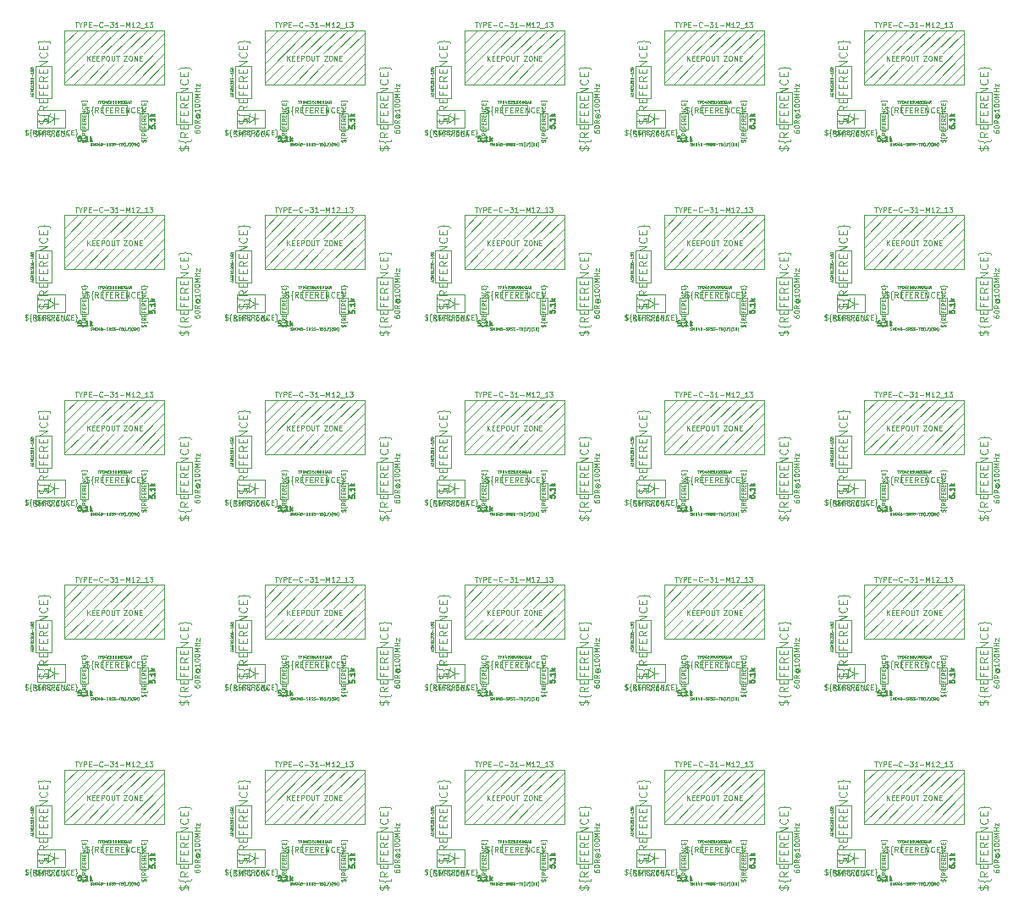
<source format=gbr>
%MOIN*%
%OFA0B0*%
%FSLAX45Y45*%
%IPPOS*%
%LPD*%
%ADD10C,0.0039370078740157488*%
%ADD11C,0.0047244094488188976*%
%ADD12C,0.0019685039370078744*%
%ADD13C,0.0025*%
%ADD14C,0.002*%
%ADD15C,0.005*%
%ADD16C,0.002952755905511811*%
%ADD17C,0.004921259842519685*%
%ADD18C,0.0039370078740157488*%
%ADD19C,0.0047244094488188976*%
%ADD20C,0.0019685039370078744*%
%ADD21C,0.0025*%
%ADD22C,0.002*%
%ADD23C,0.005*%
%ADD24C,0.002952755905511811*%
%ADD25C,0.004921259842519685*%
%ADD26C,0.0039370078740157488*%
%ADD27C,0.0047244094488188976*%
%ADD28C,0.0019685039370078744*%
%ADD29C,0.0025*%
%ADD30C,0.002*%
%ADD31C,0.005*%
%ADD32C,0.002952755905511811*%
%ADD33C,0.004921259842519685*%
%ADD34C,0.0039370078740157488*%
%ADD35C,0.0047244094488188976*%
%ADD36C,0.0019685039370078744*%
%ADD37C,0.0025*%
%ADD38C,0.002*%
%ADD39C,0.005*%
%ADD40C,0.002952755905511811*%
%ADD41C,0.004921259842519685*%
%ADD42C,0.0039370078740157488*%
%ADD43C,0.0047244094488188976*%
%ADD44C,0.0019685039370078744*%
%ADD45C,0.0025*%
%ADD46C,0.002*%
%ADD47C,0.005*%
%ADD48C,0.002952755905511811*%
%ADD49C,0.004921259842519685*%
%ADD50C,0.0039370078740157488*%
%ADD51C,0.0047244094488188976*%
%ADD52C,0.0019685039370078744*%
%ADD53C,0.0025*%
%ADD54C,0.002*%
%ADD55C,0.005*%
%ADD56C,0.002952755905511811*%
%ADD57C,0.004921259842519685*%
%ADD58C,0.0039370078740157488*%
%ADD59C,0.0047244094488188976*%
%ADD60C,0.0019685039370078744*%
%ADD61C,0.0025*%
%ADD62C,0.002*%
%ADD63C,0.005*%
%ADD64C,0.002952755905511811*%
%ADD65C,0.004921259842519685*%
%ADD66C,0.0039370078740157488*%
%ADD67C,0.0047244094488188976*%
%ADD68C,0.0019685039370078744*%
%ADD69C,0.0025*%
%ADD70C,0.002*%
%ADD71C,0.005*%
%ADD72C,0.002952755905511811*%
%ADD73C,0.004921259842519685*%
%ADD74C,0.0039370078740157488*%
%ADD75C,0.0047244094488188976*%
%ADD76C,0.0019685039370078744*%
%ADD77C,0.0025*%
%ADD78C,0.002*%
%ADD79C,0.005*%
%ADD80C,0.002952755905511811*%
%ADD81C,0.004921259842519685*%
%ADD82C,0.0039370078740157488*%
%ADD83C,0.0047244094488188976*%
%ADD84C,0.0019685039370078744*%
%ADD85C,0.0025*%
%ADD86C,0.002*%
%ADD87C,0.005*%
%ADD88C,0.002952755905511811*%
%ADD89C,0.004921259842519685*%
%ADD90C,0.0039370078740157488*%
%ADD91C,0.0047244094488188976*%
%ADD92C,0.0019685039370078744*%
%ADD93C,0.0025*%
%ADD94C,0.002*%
%ADD95C,0.005*%
%ADD96C,0.002952755905511811*%
%ADD97C,0.004921259842519685*%
%ADD98C,0.0039370078740157488*%
%ADD99C,0.0047244094488188976*%
%ADD100C,0.0019685039370078744*%
%ADD101C,0.0025*%
%ADD102C,0.002*%
%ADD103C,0.005*%
%ADD104C,0.002952755905511811*%
%ADD105C,0.004921259842519685*%
%ADD106C,0.0039370078740157488*%
%ADD107C,0.0047244094488188976*%
%ADD108C,0.0019685039370078744*%
%ADD109C,0.0025*%
%ADD110C,0.002*%
%ADD111C,0.005*%
%ADD112C,0.002952755905511811*%
%ADD113C,0.004921259842519685*%
%ADD114C,0.0039370078740157488*%
%ADD115C,0.0047244094488188976*%
%ADD116C,0.0019685039370078744*%
%ADD117C,0.0025*%
%ADD118C,0.002*%
%ADD119C,0.005*%
%ADD120C,0.002952755905511811*%
%ADD121C,0.004921259842519685*%
%ADD122C,0.0039370078740157488*%
%ADD123C,0.0047244094488188976*%
%ADD124C,0.0019685039370078744*%
%ADD125C,0.0025*%
%ADD126C,0.002*%
%ADD127C,0.005*%
%ADD128C,0.002952755905511811*%
%ADD129C,0.004921259842519685*%
%ADD130C,0.0039370078740157488*%
%ADD131C,0.0047244094488188976*%
%ADD132C,0.0019685039370078744*%
%ADD133C,0.0025*%
%ADD134C,0.002*%
%ADD135C,0.005*%
%ADD136C,0.002952755905511811*%
%ADD137C,0.004921259842519685*%
%ADD138C,0.0039370078740157488*%
%ADD139C,0.0047244094488188976*%
%ADD140C,0.0019685039370078744*%
%ADD141C,0.0025*%
%ADD142C,0.002*%
%ADD143C,0.005*%
%ADD144C,0.002952755905511811*%
%ADD145C,0.004921259842519685*%
%ADD146C,0.0039370078740157488*%
%ADD147C,0.0047244094488188976*%
%ADD148C,0.0019685039370078744*%
%ADD149C,0.0025*%
%ADD150C,0.002*%
%ADD151C,0.005*%
%ADD152C,0.002952755905511811*%
%ADD153C,0.004921259842519685*%
%ADD154C,0.0039370078740157488*%
%ADD155C,0.0047244094488188976*%
%ADD156C,0.0019685039370078744*%
%ADD157C,0.0025*%
%ADD158C,0.002*%
%ADD159C,0.005*%
%ADD160C,0.002952755905511811*%
%ADD161C,0.004921259842519685*%
%ADD162C,0.0039370078740157488*%
%ADD163C,0.0047244094488188976*%
%ADD164C,0.0019685039370078744*%
%ADD165C,0.0025*%
%ADD166C,0.002*%
%ADD167C,0.005*%
%ADD168C,0.002952755905511811*%
%ADD169C,0.004921259842519685*%
%ADD170C,0.0039370078740157488*%
%ADD171C,0.0047244094488188976*%
%ADD172C,0.0019685039370078744*%
%ADD173C,0.0025*%
%ADD174C,0.002*%
%ADD175C,0.005*%
%ADD176C,0.002952755905511811*%
%ADD177C,0.004921259842519685*%
%ADD178C,0.0039370078740157488*%
%ADD179C,0.0047244094488188976*%
%ADD180C,0.0019685039370078744*%
%ADD181C,0.0025*%
%ADD182C,0.002*%
%ADD183C,0.005*%
%ADD184C,0.002952755905511811*%
%ADD185C,0.004921259842519685*%
%ADD186C,0.0039370078740157488*%
%ADD187C,0.0047244094488188976*%
%ADD188C,0.0019685039370078744*%
%ADD189C,0.0025*%
%ADD190C,0.002*%
%ADD191C,0.005*%
%ADD192C,0.002952755905511811*%
%ADD193C,0.004921259842519685*%
%ADD194C,0.0039370078740157488*%
%ADD195C,0.0047244094488188976*%
%ADD196C,0.0019685039370078744*%
%ADD197C,0.0025*%
%ADD198C,0.002*%
%ADD199C,0.005*%
%ADD200C,0.002952755905511811*%
%ADD201C,0.004921259842519685*%
%ADD202C,0.0039370078740157488*%
%ADD203C,0.0047244094488188976*%
%ADD204C,0.0019685039370078744*%
%ADD205C,0.0025*%
%ADD206C,0.002*%
%ADD207C,0.005*%
%ADD208C,0.002952755905511811*%
%ADD209C,0.004921259842519685*%
G01*
G04 next file*
G04 #@! TF.GenerationSoftware,KiCad,Pcbnew,(5.1.10)-1*
G04 #@! TF.CreationDate,2021-06-23T20:06:35+07:00*
G04 #@! TF.ProjectId,Daughterboard,44617567-6874-4657-9262-6f6172642e6b,C3*
G04 #@! TF.SameCoordinates,Original*
G04 #@! TF.FileFunction,Other,Fab,Top*
G04 Gerber Fmt 4.5, Leading zero omitted, Abs format (unit mm)*
G04 Created by KiCad (PCBNEW (5.1.10)-1) date 2021-06-23 20:06:35*
G01*
G04 APERTURE LIST*
G04 APERTURE END LIST*
D10*
X000030503Y000026640D02*
X000031488Y000025655D01*
X000040346Y000025655D02*
X000040346Y000029592D01*
X000031488Y000025655D02*
X000040346Y000025655D01*
X000030503Y000029592D02*
X000030503Y000026640D01*
X000030503Y000029592D02*
X000040346Y000029592D01*
X000066074Y000034523D02*
X000066074Y000021925D01*
X000059775Y000034523D02*
X000066074Y000034523D01*
X000059775Y000021925D02*
X000059775Y000034523D01*
X000066074Y000021925D02*
X000059775Y000021925D01*
X000025000Y000026433D02*
X000025000Y000020133D01*
X000025000Y000020133D02*
X000021850Y000020133D01*
X000021850Y000020133D02*
X000021850Y000026433D01*
X000021850Y000026433D02*
X000025000Y000026433D01*
X000004275Y000032425D02*
X000004275Y000045023D01*
X000010574Y000032425D02*
X000004275Y000032425D01*
X000010574Y000045023D02*
X000010574Y000032425D01*
X000004275Y000045023D02*
X000010574Y000045023D01*
X000009440Y000024224D02*
X000007472Y000024224D01*
X000009440Y000025799D02*
X000011803Y000024224D01*
X000009440Y000022649D02*
X000009440Y000025799D01*
X000011803Y000024224D02*
X000009440Y000022649D01*
X000011803Y000024224D02*
X000011803Y000026389D01*
X000011803Y000024224D02*
X000011803Y000022059D01*
X000013377Y000024224D02*
X000011803Y000024224D01*
X000015936Y000027767D02*
X000015936Y000020681D01*
X000004913Y000027767D02*
X000015936Y000027767D01*
X000004913Y000020681D02*
X000004913Y000027767D01*
X000015936Y000020681D02*
X000004913Y000020681D01*
D11*
X000055110Y000037795D02*
X000055110Y000059055D01*
X000055110Y000059055D02*
X000015740Y000059055D01*
X000015740Y000059055D02*
X000015740Y000037795D01*
X000015740Y000037795D02*
X000055110Y000037795D01*
D12*
X000055110Y000053936D02*
X000038968Y000037795D01*
X000055110Y000049999D02*
X000042905Y000037795D01*
X000052354Y000059055D02*
X000042905Y000049999D01*
X000055110Y000046062D02*
X000046842Y000037795D01*
X000055110Y000042125D02*
X000050779Y000037795D01*
X000038968Y000045669D02*
X000031094Y000037795D01*
X000042905Y000045669D02*
X000035031Y000037795D01*
X000055110Y000057873D02*
X000046842Y000049999D01*
X000048417Y000059055D02*
X000038968Y000049999D01*
X000035031Y000045669D02*
X000027157Y000037795D01*
X000031094Y000045669D02*
X000023220Y000037795D01*
X000044480Y000059055D02*
X000035031Y000049999D01*
X000040543Y000059055D02*
X000031094Y000049999D01*
X000027157Y000045669D02*
X000019283Y000037795D01*
X000023220Y000045669D02*
X000015740Y000038188D01*
X000036606Y000059055D02*
X000027157Y000049999D01*
X000032669Y000059055D02*
X000015740Y000042125D01*
X000028732Y000059055D02*
X000015740Y000046062D01*
X000024795Y000059055D02*
X000015740Y000049999D01*
X000020858Y000059055D02*
X000015740Y000053936D01*
D10*
X000045350Y000026433D02*
X000048500Y000026433D01*
X000045350Y000020133D02*
X000045350Y000026433D01*
X000048500Y000020133D02*
X000045350Y000020133D01*
X000048500Y000026433D02*
X000048500Y000020133D01*
D13*
X000028829Y000031331D02*
X000029401Y000031331D01*
X000029115Y000030331D02*
X000029115Y000031331D01*
X000029734Y000030331D02*
X000029734Y000031331D01*
X000030115Y000031331D01*
X000030210Y000031283D01*
X000030258Y000031235D01*
X000030306Y000031140D01*
X000030306Y000030997D01*
X000030258Y000030902D01*
X000030210Y000030854D01*
X000030115Y000030807D01*
X000029734Y000030807D01*
X000030734Y000030331D02*
X000030734Y000031331D01*
X000030972Y000031331D01*
X000031115Y000031283D01*
X000031210Y000031188D01*
X000031258Y000031092D01*
X000031306Y000030902D01*
X000031306Y000030759D01*
X000031258Y000030569D01*
X000031210Y000030473D01*
X000031115Y000030378D01*
X000030972Y000030331D01*
X000030734Y000030331D01*
X000032163Y000030997D02*
X000032163Y000030331D01*
X000031925Y000031378D02*
X000031687Y000030664D01*
X000032306Y000030664D01*
X000032687Y000030854D02*
X000033020Y000030854D01*
X000033163Y000030331D02*
X000032687Y000030331D01*
X000032687Y000031331D01*
X000033163Y000031331D01*
X000033782Y000031331D02*
X000033877Y000031331D01*
X000033972Y000031283D01*
X000034020Y000031235D01*
X000034067Y000031140D01*
X000034115Y000030950D01*
X000034115Y000030712D01*
X000034067Y000030521D01*
X000034020Y000030426D01*
X000033972Y000030378D01*
X000033877Y000030331D01*
X000033782Y000030331D01*
X000033687Y000030378D01*
X000033639Y000030426D01*
X000033591Y000030521D01*
X000033544Y000030712D01*
X000033544Y000030950D01*
X000033591Y000031140D01*
X000033639Y000031235D01*
X000033687Y000031283D01*
X000033782Y000031331D01*
X000035020Y000031331D02*
X000034544Y000031331D01*
X000034496Y000030854D01*
X000034544Y000030902D01*
X000034639Y000030950D01*
X000034877Y000030950D01*
X000034972Y000030902D01*
X000035020Y000030854D01*
X000035068Y000030759D01*
X000035068Y000030521D01*
X000035020Y000030426D01*
X000034972Y000030378D01*
X000034877Y000030331D01*
X000034639Y000030331D01*
X000034544Y000030378D01*
X000034496Y000030426D01*
X000035496Y000031331D02*
X000035496Y000030521D01*
X000035544Y000030426D01*
X000035591Y000030378D01*
X000035687Y000030331D01*
X000035877Y000030331D01*
X000035972Y000030378D01*
X000036020Y000030426D01*
X000036068Y000030521D01*
X000036068Y000031331D01*
X000036734Y000031331D02*
X000036829Y000031331D01*
X000036925Y000031283D01*
X000036972Y000031235D01*
X000037020Y000031140D01*
X000037067Y000030950D01*
X000037067Y000030712D01*
X000037020Y000030521D01*
X000036972Y000030426D01*
X000036925Y000030378D01*
X000036829Y000030331D01*
X000036734Y000030331D01*
X000036639Y000030378D01*
X000036591Y000030426D01*
X000036544Y000030521D01*
X000036496Y000030712D01*
X000036496Y000030950D01*
X000036544Y000031140D01*
X000036591Y000031235D01*
X000036639Y000031283D01*
X000036734Y000031331D01*
X000037925Y000031331D02*
X000037734Y000031331D01*
X000037639Y000031283D01*
X000037591Y000031235D01*
X000037496Y000031092D01*
X000037448Y000030902D01*
X000037448Y000030521D01*
X000037496Y000030426D01*
X000037544Y000030378D01*
X000037639Y000030331D01*
X000037829Y000030331D01*
X000037925Y000030378D01*
X000037972Y000030426D01*
X000038020Y000030521D01*
X000038020Y000030759D01*
X000037972Y000030854D01*
X000037925Y000030902D01*
X000037829Y000030950D01*
X000037639Y000030950D01*
X000037544Y000030902D01*
X000037496Y000030854D01*
X000037448Y000030759D01*
X000038449Y000030331D02*
X000038449Y000031331D01*
X000038687Y000031331D01*
X000038829Y000031283D01*
X000038925Y000031188D01*
X000038972Y000031092D01*
X000039020Y000030902D01*
X000039020Y000030759D01*
X000038972Y000030569D01*
X000038925Y000030473D01*
X000038829Y000030378D01*
X000038687Y000030331D01*
X000038449Y000030331D01*
X000040115Y000030235D02*
X000040020Y000030283D01*
X000039925Y000030378D01*
X000039782Y000030521D01*
X000039687Y000030569D01*
X000039591Y000030569D01*
X000039639Y000030331D02*
X000039544Y000030378D01*
X000039449Y000030473D01*
X000039401Y000030664D01*
X000039401Y000030997D01*
X000039449Y000031188D01*
X000039544Y000031283D01*
X000039639Y000031331D01*
X000039829Y000031331D01*
X000039925Y000031283D01*
X000040020Y000031188D01*
X000040068Y000030997D01*
X000040068Y000030664D01*
X000040020Y000030473D01*
X000039925Y000030378D01*
X000039829Y000030331D01*
X000039639Y000030331D01*
X000040449Y000030616D02*
X000040925Y000030616D01*
X000040353Y000030331D02*
X000040687Y000031331D01*
X000041020Y000030331D01*
X000041925Y000030331D02*
X000041591Y000030807D01*
X000041353Y000030331D02*
X000041353Y000031331D01*
X000041734Y000031331D01*
X000041829Y000031283D01*
X000041877Y000031235D01*
X000041925Y000031140D01*
X000041925Y000030997D01*
X000041877Y000030902D01*
X000041829Y000030854D01*
X000041734Y000030807D01*
X000041353Y000030807D01*
D10*
X000024134Y000026747D02*
X000024443Y000026644D01*
X000024959Y000026644D01*
X000025165Y000026747D01*
X000025268Y000026851D01*
X000025371Y000027057D01*
X000025371Y000027263D01*
X000025268Y000027469D01*
X000025165Y000027572D01*
X000024959Y000027675D01*
X000024546Y000027779D01*
X000024340Y000027882D01*
X000024237Y000027985D01*
X000024134Y000028191D01*
X000024134Y000028397D01*
X000024237Y000028603D01*
X000024340Y000028707D01*
X000024546Y000028810D01*
X000025062Y000028810D01*
X000025371Y000028707D01*
X000024753Y000029119D02*
X000024753Y000026335D01*
X000026918Y000025819D02*
X000026815Y000025819D01*
X000026609Y000025923D01*
X000026505Y000026129D01*
X000026505Y000027160D01*
X000026402Y000027366D01*
X000026196Y000027469D01*
X000026402Y000027572D01*
X000026505Y000027779D01*
X000026505Y000028810D01*
X000026609Y000029016D01*
X000026815Y000029119D01*
X000026918Y000029119D01*
X000028980Y000026644D02*
X000028258Y000027675D01*
X000027743Y000026644D02*
X000027743Y000028810D01*
X000028568Y000028810D01*
X000028774Y000028707D01*
X000028877Y000028603D01*
X000028980Y000028397D01*
X000028980Y000028088D01*
X000028877Y000027882D01*
X000028774Y000027779D01*
X000028568Y000027675D01*
X000027743Y000027675D01*
X000029908Y000027779D02*
X000030630Y000027779D01*
X000030939Y000026644D02*
X000029908Y000026644D01*
X000029908Y000028810D01*
X000030939Y000028810D01*
X000032589Y000027779D02*
X000031867Y000027779D01*
X000031867Y000026644D02*
X000031867Y000028810D01*
X000032898Y000028810D01*
X000033723Y000027779D02*
X000034445Y000027779D01*
X000034754Y000026644D02*
X000033723Y000026644D01*
X000033723Y000028810D01*
X000034754Y000028810D01*
X000036920Y000026644D02*
X000036198Y000027675D01*
X000035682Y000026644D02*
X000035682Y000028810D01*
X000036507Y000028810D01*
X000036714Y000028707D01*
X000036817Y000028603D01*
X000036920Y000028397D01*
X000036920Y000028088D01*
X000036817Y000027882D01*
X000036714Y000027779D01*
X000036507Y000027675D01*
X000035682Y000027675D01*
X000037848Y000027779D02*
X000038570Y000027779D01*
X000038879Y000026644D02*
X000037848Y000026644D01*
X000037848Y000028810D01*
X000038879Y000028810D01*
X000039807Y000026644D02*
X000039807Y000028810D01*
X000041044Y000026644D01*
X000041044Y000028810D01*
X000043313Y000026851D02*
X000043210Y000026747D01*
X000042900Y000026644D01*
X000042694Y000026644D01*
X000042385Y000026747D01*
X000042179Y000026954D01*
X000042075Y000027160D01*
X000041972Y000027572D01*
X000041972Y000027882D01*
X000042075Y000028294D01*
X000042179Y000028500D01*
X000042385Y000028707D01*
X000042694Y000028810D01*
X000042900Y000028810D01*
X000043210Y000028707D01*
X000043313Y000028603D01*
X000044241Y000027779D02*
X000044963Y000027779D01*
X000045272Y000026644D02*
X000044241Y000026644D01*
X000044241Y000028810D01*
X000045272Y000028810D01*
X000045994Y000025819D02*
X000046097Y000025819D01*
X000046303Y000025923D01*
X000046406Y000026129D01*
X000046406Y000027160D01*
X000046509Y000027366D01*
X000046715Y000027469D01*
X000046509Y000027572D01*
X000046406Y000027779D01*
X000046406Y000028810D01*
X000046303Y000029016D01*
X000046097Y000029119D01*
X000045994Y000029119D01*
D14*
X000066829Y000019569D02*
X000066829Y000019188D01*
X000066925Y000018997D01*
X000067020Y000018902D01*
X000067306Y000018712D01*
X000067687Y000018616D01*
X000068448Y000018616D01*
X000068639Y000018712D01*
X000068734Y000018807D01*
X000068829Y000018997D01*
X000068829Y000019378D01*
X000068734Y000019569D01*
X000068639Y000019664D01*
X000068448Y000019759D01*
X000067972Y000019759D01*
X000067782Y000019664D01*
X000067687Y000019569D01*
X000067591Y000019378D01*
X000067591Y000018997D01*
X000067687Y000018807D01*
X000067782Y000018712D01*
X000067972Y000018616D01*
X000066829Y000020997D02*
X000066829Y000021188D01*
X000066925Y000021378D01*
X000067020Y000021473D01*
X000067210Y000021569D01*
X000067591Y000021664D01*
X000068067Y000021664D01*
X000068448Y000021569D01*
X000068639Y000021473D01*
X000068734Y000021378D01*
X000068829Y000021188D01*
X000068829Y000020997D01*
X000068734Y000020807D01*
X000068639Y000020712D01*
X000068448Y000020616D01*
X000068067Y000020521D01*
X000067591Y000020521D01*
X000067210Y000020616D01*
X000067020Y000020712D01*
X000066925Y000020807D01*
X000066829Y000020997D01*
X000068829Y000023664D02*
X000067877Y000022997D01*
X000068829Y000022521D02*
X000066829Y000022521D01*
X000066829Y000023283D01*
X000066925Y000023473D01*
X000067020Y000023569D01*
X000067210Y000023664D01*
X000067496Y000023664D01*
X000067687Y000023569D01*
X000067782Y000023473D01*
X000067877Y000023283D01*
X000067877Y000022521D01*
X000067877Y000025759D02*
X000067782Y000025664D01*
X000067687Y000025473D01*
X000067687Y000025283D01*
X000067782Y000025092D01*
X000067877Y000024997D01*
X000068067Y000024902D01*
X000068258Y000024902D01*
X000068448Y000024997D01*
X000068544Y000025092D01*
X000068639Y000025283D01*
X000068639Y000025473D01*
X000068544Y000025664D01*
X000068448Y000025759D01*
X000067687Y000025759D02*
X000068448Y000025759D01*
X000068544Y000025854D01*
X000068544Y000025950D01*
X000068448Y000026140D01*
X000068258Y000026235D01*
X000067782Y000026235D01*
X000067496Y000026045D01*
X000067306Y000025759D01*
X000067210Y000025378D01*
X000067306Y000024997D01*
X000067496Y000024712D01*
X000067782Y000024521D01*
X000068163Y000024426D01*
X000068544Y000024521D01*
X000068829Y000024712D01*
X000069020Y000024997D01*
X000069115Y000025378D01*
X000069020Y000025759D01*
X000068829Y000026045D01*
X000068829Y000028140D02*
X000068829Y000026997D01*
X000068829Y000027569D02*
X000066829Y000027569D01*
X000067115Y000027378D01*
X000067306Y000027188D01*
X000067401Y000026997D01*
X000066829Y000029378D02*
X000066829Y000029569D01*
X000066925Y000029759D01*
X000067020Y000029854D01*
X000067210Y000029950D01*
X000067591Y000030045D01*
X000068067Y000030045D01*
X000068448Y000029950D01*
X000068639Y000029854D01*
X000068734Y000029759D01*
X000068829Y000029569D01*
X000068829Y000029378D01*
X000068734Y000029188D01*
X000068639Y000029092D01*
X000068448Y000028997D01*
X000068067Y000028902D01*
X000067591Y000028902D01*
X000067210Y000028997D01*
X000067020Y000029092D01*
X000066925Y000029188D01*
X000066829Y000029378D01*
X000066829Y000031283D02*
X000066829Y000031473D01*
X000066925Y000031664D01*
X000067020Y000031759D01*
X000067210Y000031854D01*
X000067591Y000031950D01*
X000068067Y000031950D01*
X000068448Y000031854D01*
X000068639Y000031759D01*
X000068734Y000031664D01*
X000068829Y000031473D01*
X000068829Y000031283D01*
X000068734Y000031092D01*
X000068639Y000030997D01*
X000068448Y000030902D01*
X000068067Y000030807D01*
X000067591Y000030807D01*
X000067210Y000030902D01*
X000067020Y000030997D01*
X000066925Y000031092D01*
X000066829Y000031283D01*
X000068829Y000032807D02*
X000066829Y000032807D01*
X000068258Y000033473D01*
X000066829Y000034140D01*
X000068829Y000034140D01*
X000068829Y000035092D02*
X000066829Y000035092D01*
X000067782Y000035092D02*
X000067782Y000036235D01*
X000068829Y000036235D02*
X000066829Y000036235D01*
X000067496Y000036997D02*
X000067496Y000038045D01*
X000068829Y000036997D01*
X000068829Y000038045D01*
D11*
X000064200Y000011801D02*
X000064349Y000012251D01*
X000064349Y000013001D01*
X000064200Y000013301D01*
X000064049Y000013451D01*
X000063750Y000013601D01*
X000063450Y000013601D01*
X000063150Y000013451D01*
X000063000Y000013301D01*
X000062850Y000013001D01*
X000062700Y000012401D01*
X000062550Y000012101D01*
X000062400Y000011951D01*
X000062100Y000011801D01*
X000061800Y000011801D01*
X000061500Y000011951D01*
X000061350Y000012101D01*
X000061200Y000012401D01*
X000061200Y000013151D01*
X000061350Y000013601D01*
X000060750Y000012701D02*
X000064799Y000012701D01*
X000065549Y000015850D02*
X000065549Y000015700D01*
X000065399Y000015400D01*
X000065099Y000015250D01*
X000063600Y000015250D01*
X000063300Y000015101D01*
X000063150Y000014801D01*
X000063000Y000015101D01*
X000062700Y000015250D01*
X000061200Y000015250D01*
X000060900Y000015400D01*
X000060750Y000015700D01*
X000060750Y000015850D01*
X000064349Y000018850D02*
X000062850Y000017800D01*
X000064349Y000017050D02*
X000061200Y000017050D01*
X000061200Y000018250D01*
X000061350Y000018550D01*
X000061500Y000018700D01*
X000061800Y000018850D01*
X000062250Y000018850D01*
X000062550Y000018700D01*
X000062700Y000018550D01*
X000062850Y000018250D01*
X000062850Y000017050D01*
X000062700Y000020200D02*
X000062700Y000021250D01*
X000064349Y000021700D02*
X000064349Y000020200D01*
X000061200Y000020200D01*
X000061200Y000021700D01*
X000062700Y000024099D02*
X000062700Y000023050D01*
X000064349Y000023050D02*
X000061200Y000023050D01*
X000061200Y000024549D01*
X000062700Y000025749D02*
X000062700Y000026799D01*
X000064349Y000027249D02*
X000064349Y000025749D01*
X000061200Y000025749D01*
X000061200Y000027249D01*
X000064349Y000030399D02*
X000062850Y000029349D01*
X000064349Y000028599D02*
X000061200Y000028599D01*
X000061200Y000029799D01*
X000061350Y000030099D01*
X000061500Y000030249D01*
X000061800Y000030399D01*
X000062250Y000030399D01*
X000062550Y000030249D01*
X000062700Y000030099D01*
X000062850Y000029799D01*
X000062850Y000028599D01*
X000062700Y000031748D02*
X000062700Y000032798D01*
X000064349Y000033248D02*
X000064349Y000031748D01*
X000061200Y000031748D01*
X000061200Y000033248D01*
X000064349Y000034598D02*
X000061200Y000034598D01*
X000064349Y000036398D01*
X000061200Y000036398D01*
X000064049Y000039697D02*
X000064200Y000039547D01*
X000064349Y000039097D01*
X000064349Y000038798D01*
X000064200Y000038348D01*
X000063900Y000038048D01*
X000063600Y000037898D01*
X000063000Y000037748D01*
X000062550Y000037748D01*
X000061950Y000037898D01*
X000061650Y000038048D01*
X000061350Y000038348D01*
X000061200Y000038798D01*
X000061200Y000039097D01*
X000061350Y000039547D01*
X000061500Y000039697D01*
X000062700Y000041047D02*
X000062700Y000042097D01*
X000064349Y000042547D02*
X000064349Y000041047D01*
X000061200Y000041047D01*
X000061200Y000042547D01*
X000065549Y000043597D02*
X000065549Y000043747D01*
X000065399Y000044047D01*
X000065099Y000044197D01*
X000063600Y000044197D01*
X000063300Y000044347D01*
X000063150Y000044647D01*
X000063000Y000044347D01*
X000062700Y000044197D01*
X000061200Y000044197D01*
X000060900Y000044047D01*
X000060750Y000043747D01*
X000060750Y000043597D01*
D15*
X000022163Y000017378D02*
X000021210Y000017378D01*
X000021115Y000016426D01*
X000021210Y000016521D01*
X000021401Y000016616D01*
X000021877Y000016616D01*
X000022068Y000016521D01*
X000022163Y000016426D01*
X000022258Y000016235D01*
X000022258Y000015759D01*
X000022163Y000015569D01*
X000022068Y000015473D01*
X000021877Y000015378D01*
X000021401Y000015378D01*
X000021210Y000015473D01*
X000021115Y000015569D01*
X000023115Y000015569D02*
X000023210Y000015473D01*
X000023115Y000015378D01*
X000023020Y000015473D01*
X000023115Y000015569D01*
X000023115Y000015378D01*
X000025115Y000015378D02*
X000023972Y000015378D01*
X000024544Y000015378D02*
X000024544Y000017378D01*
X000024353Y000017092D01*
X000024163Y000016902D01*
X000023972Y000016807D01*
X000025972Y000015378D02*
X000025972Y000017378D01*
X000026163Y000016140D02*
X000026734Y000015378D01*
X000026734Y000016712D02*
X000025972Y000015950D01*
D16*
X000024062Y000015071D02*
X000024137Y000015296D01*
X000024137Y000015671D01*
X000024062Y000015821D01*
X000023987Y000015896D01*
X000023837Y000015971D01*
X000023687Y000015971D01*
X000023537Y000015896D01*
X000023462Y000015821D01*
X000023387Y000015671D01*
X000023312Y000015371D01*
X000023237Y000015221D01*
X000023162Y000015146D01*
X000023012Y000015071D01*
X000022862Y000015071D01*
X000022712Y000015146D01*
X000022637Y000015221D01*
X000022562Y000015371D01*
X000022562Y000015746D01*
X000022637Y000015971D01*
X000022337Y000015521D02*
X000024362Y000015521D01*
X000024737Y000017096D02*
X000024737Y000017021D01*
X000024662Y000016871D01*
X000024512Y000016796D01*
X000023762Y000016796D01*
X000023612Y000016721D01*
X000023537Y000016571D01*
X000023462Y000016721D01*
X000023312Y000016796D01*
X000022562Y000016796D01*
X000022412Y000016871D01*
X000022337Y000017021D01*
X000022337Y000017096D01*
X000024137Y000018596D02*
X000023387Y000018071D01*
X000024137Y000017696D02*
X000022562Y000017696D01*
X000022562Y000018296D01*
X000022637Y000018446D01*
X000022712Y000018521D01*
X000022862Y000018596D01*
X000023087Y000018596D01*
X000023237Y000018521D01*
X000023312Y000018446D01*
X000023387Y000018296D01*
X000023387Y000017696D01*
X000023312Y000019271D02*
X000023312Y000019796D01*
X000024137Y000020021D02*
X000024137Y000019271D01*
X000022562Y000019271D01*
X000022562Y000020021D01*
X000023312Y000021221D02*
X000023312Y000020696D01*
X000024137Y000020696D02*
X000022562Y000020696D01*
X000022562Y000021446D01*
X000023312Y000022046D02*
X000023312Y000022571D01*
X000024137Y000022795D02*
X000024137Y000022046D01*
X000022562Y000022046D01*
X000022562Y000022795D01*
X000024137Y000024370D02*
X000023387Y000023845D01*
X000024137Y000023470D02*
X000022562Y000023470D01*
X000022562Y000024070D01*
X000022637Y000024220D01*
X000022712Y000024295D01*
X000022862Y000024370D01*
X000023087Y000024370D01*
X000023237Y000024295D01*
X000023312Y000024220D01*
X000023387Y000024070D01*
X000023387Y000023470D01*
X000023312Y000025045D02*
X000023312Y000025570D01*
X000024137Y000025795D02*
X000024137Y000025045D01*
X000022562Y000025045D01*
X000022562Y000025795D01*
X000024137Y000026470D02*
X000022562Y000026470D01*
X000024137Y000027370D01*
X000022562Y000027370D01*
X000023987Y000029020D02*
X000024062Y000028945D01*
X000024137Y000028720D01*
X000024137Y000028570D01*
X000024062Y000028345D01*
X000023912Y000028195D01*
X000023762Y000028120D01*
X000023462Y000028045D01*
X000023237Y000028045D01*
X000022937Y000028120D01*
X000022787Y000028195D01*
X000022637Y000028345D01*
X000022562Y000028570D01*
X000022562Y000028720D01*
X000022637Y000028945D01*
X000022712Y000029020D01*
X000023312Y000029695D02*
X000023312Y000030220D01*
X000024137Y000030445D02*
X000024137Y000029695D01*
X000022562Y000029695D01*
X000022562Y000030445D01*
X000024737Y000030969D02*
X000024737Y000031044D01*
X000024662Y000031194D01*
X000024512Y000031269D01*
X000023762Y000031269D01*
X000023612Y000031344D01*
X000023537Y000031494D01*
X000023462Y000031344D01*
X000023312Y000031269D01*
X000022562Y000031269D01*
X000022412Y000031194D01*
X000022337Y000031044D01*
X000022337Y000030969D01*
D13*
X000003091Y000033045D02*
X000003091Y000033521D01*
X000003377Y000032950D02*
X000002377Y000033283D01*
X000003377Y000033616D01*
X000003329Y000033902D02*
X000003377Y000034045D01*
X000003377Y000034283D01*
X000003329Y000034378D01*
X000003282Y000034426D01*
X000003187Y000034473D01*
X000003091Y000034473D01*
X000002996Y000034426D01*
X000002949Y000034378D01*
X000002901Y000034283D01*
X000002853Y000034092D01*
X000002806Y000033997D01*
X000002758Y000033950D01*
X000002663Y000033902D01*
X000002568Y000033902D01*
X000002472Y000033950D01*
X000002425Y000033997D01*
X000002377Y000034092D01*
X000002377Y000034331D01*
X000002425Y000034473D01*
X000003377Y000034902D02*
X000002377Y000034902D01*
X000003091Y000035235D01*
X000002377Y000035569D01*
X000003377Y000035569D01*
X000003377Y000036045D02*
X000002377Y000036045D01*
X000002377Y000036283D01*
X000002425Y000036426D01*
X000002520Y000036521D01*
X000002615Y000036569D01*
X000002806Y000036616D01*
X000002949Y000036616D01*
X000003139Y000036569D01*
X000003234Y000036521D01*
X000003329Y000036426D01*
X000003377Y000036283D01*
X000003377Y000036045D01*
X000003377Y000037569D02*
X000003377Y000036997D01*
X000003377Y000037283D02*
X000002377Y000037283D01*
X000002520Y000037188D01*
X000002615Y000037092D01*
X000002663Y000036997D01*
X000002472Y000037950D02*
X000002425Y000037997D01*
X000002377Y000038092D01*
X000002377Y000038331D01*
X000002425Y000038426D01*
X000002472Y000038473D01*
X000002568Y000038521D01*
X000002663Y000038521D01*
X000002806Y000038473D01*
X000003377Y000037902D01*
X000003377Y000038521D01*
X000002377Y000039140D02*
X000002377Y000039235D01*
X000002425Y000039331D01*
X000002472Y000039378D01*
X000002568Y000039426D01*
X000002758Y000039473D01*
X000002996Y000039473D01*
X000003187Y000039426D01*
X000003282Y000039378D01*
X000003329Y000039331D01*
X000003377Y000039235D01*
X000003377Y000039140D01*
X000003329Y000039045D01*
X000003282Y000038997D01*
X000003187Y000038950D01*
X000002996Y000038902D01*
X000002758Y000038902D01*
X000002568Y000038950D01*
X000002472Y000038997D01*
X000002425Y000039045D01*
X000002377Y000039140D01*
X000002377Y000040331D02*
X000002377Y000040140D01*
X000002425Y000040045D01*
X000002472Y000039997D01*
X000002615Y000039902D01*
X000002806Y000039854D01*
X000003187Y000039854D01*
X000003282Y000039902D01*
X000003329Y000039950D01*
X000003377Y000040045D01*
X000003377Y000040235D01*
X000003329Y000040331D01*
X000003282Y000040378D01*
X000003187Y000040426D01*
X000002949Y000040426D01*
X000002853Y000040378D01*
X000002806Y000040331D01*
X000002758Y000040235D01*
X000002758Y000040045D01*
X000002806Y000039950D01*
X000002853Y000039902D01*
X000002949Y000039854D01*
X000002996Y000040854D02*
X000002996Y000041616D01*
X000003377Y000042616D02*
X000003377Y000042045D01*
X000003377Y000042331D02*
X000002377Y000042331D01*
X000002520Y000042235D01*
X000002615Y000042140D01*
X000002663Y000042045D01*
X000002377Y000043521D02*
X000002377Y000043045D01*
X000002853Y000042997D01*
X000002806Y000043045D01*
X000002758Y000043140D01*
X000002758Y000043378D01*
X000002806Y000043473D01*
X000002853Y000043521D01*
X000002949Y000043569D01*
X000003187Y000043569D01*
X000003282Y000043521D01*
X000003329Y000043473D01*
X000003377Y000043378D01*
X000003377Y000043140D01*
X000003329Y000043045D01*
X000003282Y000042997D01*
X000002377Y000044188D02*
X000002377Y000044283D01*
X000002425Y000044378D01*
X000002472Y000044426D01*
X000002568Y000044473D01*
X000002758Y000044521D01*
X000002996Y000044521D01*
X000003187Y000044473D01*
X000003282Y000044426D01*
X000003329Y000044378D01*
X000003377Y000044283D01*
X000003377Y000044188D01*
X000003329Y000044092D01*
X000003282Y000044045D01*
X000003187Y000043997D01*
X000002996Y000043950D01*
X000002758Y000043950D01*
X000002568Y000043997D01*
X000002472Y000044045D01*
X000002425Y000044092D01*
X000002377Y000044188D01*
D11*
X000008700Y000022301D02*
X000008850Y000022751D01*
X000008850Y000023501D01*
X000008700Y000023801D01*
X000008550Y000023951D01*
X000008250Y000024101D01*
X000007950Y000024101D01*
X000007650Y000023951D01*
X000007500Y000023801D01*
X000007350Y000023501D01*
X000007200Y000022901D01*
X000007050Y000022601D01*
X000006900Y000022451D01*
X000006600Y000022301D01*
X000006300Y000022301D01*
X000006000Y000022451D01*
X000005850Y000022601D01*
X000005700Y000022901D01*
X000005700Y000023651D01*
X000005850Y000024101D01*
X000005250Y000023201D02*
X000009299Y000023201D01*
X000010049Y000026350D02*
X000010049Y000026200D01*
X000009899Y000025900D01*
X000009599Y000025750D01*
X000008100Y000025750D01*
X000007800Y000025601D01*
X000007650Y000025301D01*
X000007500Y000025601D01*
X000007200Y000025750D01*
X000005700Y000025750D01*
X000005400Y000025900D01*
X000005250Y000026200D01*
X000005250Y000026350D01*
X000008850Y000029350D02*
X000007350Y000028300D01*
X000008850Y000027550D02*
X000005700Y000027550D01*
X000005700Y000028750D01*
X000005850Y000029050D01*
X000006000Y000029200D01*
X000006300Y000029350D01*
X000006750Y000029350D01*
X000007050Y000029200D01*
X000007200Y000029050D01*
X000007350Y000028750D01*
X000007350Y000027550D01*
X000007200Y000030700D02*
X000007200Y000031750D01*
X000008850Y000032200D02*
X000008850Y000030700D01*
X000005700Y000030700D01*
X000005700Y000032200D01*
X000007200Y000034599D02*
X000007200Y000033550D01*
X000008850Y000033550D02*
X000005700Y000033550D01*
X000005700Y000035049D01*
X000007200Y000036249D02*
X000007200Y000037299D01*
X000008850Y000037749D02*
X000008850Y000036249D01*
X000005700Y000036249D01*
X000005700Y000037749D01*
X000008850Y000040899D02*
X000007350Y000039849D01*
X000008850Y000039099D02*
X000005700Y000039099D01*
X000005700Y000040299D01*
X000005850Y000040599D01*
X000006000Y000040749D01*
X000006300Y000040899D01*
X000006750Y000040899D01*
X000007050Y000040749D01*
X000007200Y000040599D01*
X000007350Y000040299D01*
X000007350Y000039099D01*
X000007200Y000042248D02*
X000007200Y000043298D01*
X000008850Y000043748D02*
X000008850Y000042248D01*
X000005700Y000042248D01*
X000005700Y000043748D01*
X000008850Y000045098D02*
X000005700Y000045098D01*
X000008850Y000046898D01*
X000005700Y000046898D01*
X000008550Y000050197D02*
X000008700Y000050047D01*
X000008850Y000049597D01*
X000008850Y000049298D01*
X000008700Y000048848D01*
X000008400Y000048548D01*
X000008100Y000048398D01*
X000007500Y000048248D01*
X000007050Y000048248D01*
X000006450Y000048398D01*
X000006150Y000048548D01*
X000005850Y000048848D01*
X000005700Y000049298D01*
X000005700Y000049597D01*
X000005850Y000050047D01*
X000006000Y000050197D01*
X000007200Y000051547D02*
X000007200Y000052597D01*
X000008850Y000053047D02*
X000008850Y000051547D01*
X000005700Y000051547D01*
X000005700Y000053047D01*
X000010049Y000054097D02*
X000010049Y000054247D01*
X000009899Y000054547D01*
X000009599Y000054697D01*
X000008100Y000054697D01*
X000007800Y000054847D01*
X000007650Y000055147D01*
X000007500Y000054847D01*
X000007200Y000054697D01*
X000005700Y000054697D01*
X000005400Y000054547D01*
X000005250Y000054247D01*
X000005250Y000054097D01*
D17*
X000003722Y000017486D02*
X000004004Y000017392D01*
X000004472Y000017392D01*
X000004660Y000017486D01*
X000004753Y000017580D01*
X000004847Y000017767D01*
X000004847Y000017955D01*
X000004753Y000018142D01*
X000004660Y000018236D01*
X000004472Y000018330D01*
X000004097Y000018424D01*
X000003910Y000018517D01*
X000003816Y000018611D01*
X000003722Y000018798D01*
X000003722Y000018986D01*
X000003816Y000019173D01*
X000003910Y000019267D01*
X000004097Y000019361D01*
X000004566Y000019361D01*
X000004847Y000019267D01*
X000005691Y000017392D02*
X000005691Y000019361D01*
X000006347Y000017955D01*
X000007003Y000019361D01*
X000007003Y000017392D01*
X000008597Y000018424D02*
X000007941Y000018424D01*
X000007941Y000017392D02*
X000007941Y000019361D01*
X000008878Y000019361D01*
X000009722Y000017392D02*
X000010097Y000017392D01*
X000010284Y000017486D01*
X000010378Y000017580D01*
X000010565Y000017861D01*
X000010659Y000018236D01*
X000010659Y000018986D01*
X000010565Y000019173D01*
X000010472Y000019267D01*
X000010284Y000019361D01*
X000009909Y000019361D01*
X000009722Y000019267D01*
X000009628Y000019173D01*
X000009534Y000018986D01*
X000009534Y000018517D01*
X000009628Y000018330D01*
X000009722Y000018236D01*
X000009909Y000018142D01*
X000010284Y000018142D01*
X000010472Y000018236D01*
X000010565Y000018330D01*
X000010659Y000018517D01*
X000011503Y000017580D02*
X000011596Y000017486D01*
X000011503Y000017392D01*
X000011409Y000017486D01*
X000011503Y000017580D01*
X000011503Y000017392D01*
X000012815Y000019361D02*
X000013002Y000019361D01*
X000013190Y000019267D01*
X000013284Y000019173D01*
X000013377Y000018986D01*
X000013471Y000018611D01*
X000013471Y000018142D01*
X000013377Y000017767D01*
X000013284Y000017580D01*
X000013190Y000017486D01*
X000013002Y000017392D01*
X000012815Y000017392D01*
X000012627Y000017486D01*
X000012534Y000017580D01*
X000012440Y000017767D01*
X000012346Y000018142D01*
X000012346Y000018611D01*
X000012440Y000018986D01*
X000012534Y000019173D01*
X000012627Y000019267D01*
X000012815Y000019361D01*
X000015440Y000017580D02*
X000015346Y000017486D01*
X000015065Y000017392D01*
X000014877Y000017392D01*
X000014596Y000017486D01*
X000014409Y000017674D01*
X000014315Y000017861D01*
X000014221Y000018236D01*
X000014221Y000018517D01*
X000014315Y000018892D01*
X000014409Y000019080D01*
X000014596Y000019267D01*
X000014877Y000019361D01*
X000015065Y000019361D01*
X000015346Y000019267D01*
X000015440Y000019173D01*
X000016190Y000017955D02*
X000017127Y000017955D01*
X000016002Y000017392D02*
X000016658Y000019361D01*
X000017314Y000017392D01*
X000000160Y000017927D02*
X000000442Y000017833D01*
X000000910Y000017833D01*
X000001098Y000017927D01*
X000001191Y000018021D01*
X000001285Y000018208D01*
X000001285Y000018396D01*
X000001191Y000018583D01*
X000001098Y000018677D01*
X000000910Y000018771D01*
X000000535Y000018865D01*
X000000348Y000018958D01*
X000000254Y000019052D01*
X000000160Y000019239D01*
X000000160Y000019427D01*
X000000254Y000019614D01*
X000000348Y000019708D01*
X000000535Y000019802D01*
X000001004Y000019802D01*
X000001285Y000019708D01*
X000000723Y000020083D02*
X000000723Y000017552D01*
X000002691Y000017083D02*
X000002598Y000017083D01*
X000002410Y000017177D01*
X000002316Y000017365D01*
X000002316Y000018302D01*
X000002223Y000018490D01*
X000002035Y000018583D01*
X000002223Y000018677D01*
X000002316Y000018865D01*
X000002316Y000019802D01*
X000002410Y000019989D01*
X000002598Y000020083D01*
X000002691Y000020083D01*
X000004566Y000017833D02*
X000003910Y000018771D01*
X000003441Y000017833D02*
X000003441Y000019802D01*
X000004191Y000019802D01*
X000004379Y000019708D01*
X000004472Y000019614D01*
X000004566Y000019427D01*
X000004566Y000019146D01*
X000004472Y000018958D01*
X000004379Y000018865D01*
X000004191Y000018771D01*
X000003441Y000018771D01*
X000005410Y000018865D02*
X000006066Y000018865D01*
X000006347Y000017833D02*
X000005410Y000017833D01*
X000005410Y000019802D01*
X000006347Y000019802D01*
X000007847Y000018865D02*
X000007191Y000018865D01*
X000007191Y000017833D02*
X000007191Y000019802D01*
X000008128Y000019802D01*
X000008878Y000018865D02*
X000009534Y000018865D01*
X000009815Y000017833D02*
X000008878Y000017833D01*
X000008878Y000019802D01*
X000009815Y000019802D01*
X000011784Y000017833D02*
X000011128Y000018771D01*
X000010659Y000017833D02*
X000010659Y000019802D01*
X000011409Y000019802D01*
X000011596Y000019708D01*
X000011690Y000019614D01*
X000011784Y000019427D01*
X000011784Y000019146D01*
X000011690Y000018958D01*
X000011596Y000018865D01*
X000011409Y000018771D01*
X000010659Y000018771D01*
X000012627Y000018865D02*
X000013284Y000018865D01*
X000013565Y000017833D02*
X000012627Y000017833D01*
X000012627Y000019802D01*
X000013565Y000019802D01*
X000014409Y000017833D02*
X000014409Y000019802D01*
X000015533Y000017833D01*
X000015533Y000019802D01*
X000017596Y000018021D02*
X000017502Y000017927D01*
X000017221Y000017833D01*
X000017033Y000017833D01*
X000016752Y000017927D01*
X000016565Y000018115D01*
X000016471Y000018302D01*
X000016377Y000018677D01*
X000016377Y000018958D01*
X000016471Y000019333D01*
X000016565Y000019521D01*
X000016752Y000019708D01*
X000017033Y000019802D01*
X000017221Y000019802D01*
X000017502Y000019708D01*
X000017596Y000019614D01*
X000018439Y000018865D02*
X000019095Y000018865D01*
X000019377Y000017833D02*
X000018439Y000017833D01*
X000018439Y000019802D01*
X000019377Y000019802D01*
X000020033Y000017083D02*
X000020127Y000017083D01*
X000020314Y000017177D01*
X000020408Y000017365D01*
X000020408Y000018302D01*
X000020502Y000018490D01*
X000020689Y000018583D01*
X000020502Y000018677D01*
X000020408Y000018865D01*
X000020408Y000019802D01*
X000020314Y000019989D01*
X000020127Y000020083D01*
X000020033Y000020083D01*
X000019808Y000062298D02*
X000020933Y000062298D01*
X000020370Y000060329D02*
X000020370Y000062298D01*
X000021964Y000061267D02*
X000021964Y000060329D01*
X000021308Y000062298D02*
X000021964Y000061267D01*
X000022620Y000062298D01*
X000023276Y000060329D02*
X000023276Y000062298D01*
X000024026Y000062298D01*
X000024214Y000062204D01*
X000024307Y000062110D01*
X000024401Y000061923D01*
X000024401Y000061642D01*
X000024307Y000061454D01*
X000024214Y000061361D01*
X000024026Y000061267D01*
X000023276Y000061267D01*
X000025245Y000061361D02*
X000025901Y000061361D01*
X000026182Y000060329D02*
X000025245Y000060329D01*
X000025245Y000062298D01*
X000026182Y000062298D01*
X000027026Y000061079D02*
X000028526Y000061079D01*
X000030588Y000060517D02*
X000030494Y000060423D01*
X000030213Y000060329D01*
X000030025Y000060329D01*
X000029744Y000060423D01*
X000029557Y000060611D01*
X000029463Y000060798D01*
X000029369Y000061173D01*
X000029369Y000061454D01*
X000029463Y000061829D01*
X000029557Y000062017D01*
X000029744Y000062204D01*
X000030025Y000062298D01*
X000030213Y000062298D01*
X000030494Y000062204D01*
X000030588Y000062110D01*
X000031431Y000061079D02*
X000032931Y000061079D01*
X000033681Y000062298D02*
X000034900Y000062298D01*
X000034244Y000061548D01*
X000034525Y000061548D01*
X000034712Y000061454D01*
X000034806Y000061361D01*
X000034900Y000061173D01*
X000034900Y000060704D01*
X000034806Y000060517D01*
X000034712Y000060423D01*
X000034525Y000060329D01*
X000033962Y000060329D01*
X000033775Y000060423D01*
X000033681Y000060517D01*
X000036775Y000060329D02*
X000035650Y000060329D01*
X000036212Y000060329D02*
X000036212Y000062298D01*
X000036025Y000062017D01*
X000035837Y000061829D01*
X000035650Y000061735D01*
X000037618Y000061079D02*
X000039118Y000061079D01*
X000040055Y000060329D02*
X000040055Y000062298D01*
X000040712Y000060892D01*
X000041368Y000062298D01*
X000041368Y000060329D01*
X000043336Y000060329D02*
X000042211Y000060329D01*
X000042774Y000060329D02*
X000042774Y000062298D01*
X000042586Y000062017D01*
X000042399Y000061829D01*
X000042211Y000061735D01*
X000044086Y000062110D02*
X000044180Y000062204D01*
X000044367Y000062298D01*
X000044836Y000062298D01*
X000045023Y000062204D01*
X000045117Y000062110D01*
X000045211Y000061923D01*
X000045211Y000061735D01*
X000045117Y000061454D01*
X000043992Y000060329D01*
X000045211Y000060329D01*
X000045586Y000060142D02*
X000047086Y000060142D01*
X000048586Y000060329D02*
X000047461Y000060329D01*
X000048023Y000060329D02*
X000048023Y000062298D01*
X000047836Y000062017D01*
X000047648Y000061829D01*
X000047461Y000061735D01*
X000049242Y000062298D02*
X000050460Y000062298D01*
X000049804Y000061548D01*
X000050085Y000061548D01*
X000050273Y000061454D01*
X000050367Y000061361D01*
X000050460Y000061173D01*
X000050460Y000060704D01*
X000050367Y000060517D01*
X000050273Y000060423D01*
X000050085Y000060329D01*
X000049523Y000060329D01*
X000049335Y000060423D01*
X000049242Y000060517D01*
X000024692Y000047140D02*
X000024692Y000049109D01*
X000025817Y000047140D02*
X000024973Y000048265D01*
X000025817Y000049109D02*
X000024692Y000047984D01*
X000026660Y000048172D02*
X000027316Y000048172D01*
X000027597Y000047140D02*
X000026660Y000047140D01*
X000026660Y000049109D01*
X000027597Y000049109D01*
X000028441Y000048172D02*
X000029097Y000048172D01*
X000029379Y000047140D02*
X000028441Y000047140D01*
X000028441Y000049109D01*
X000029379Y000049109D01*
X000030222Y000047140D02*
X000030222Y000049109D01*
X000030972Y000049109D01*
X000031160Y000049015D01*
X000031253Y000048921D01*
X000031347Y000048734D01*
X000031347Y000048453D01*
X000031253Y000048265D01*
X000031160Y000048172D01*
X000030972Y000048078D01*
X000030222Y000048078D01*
X000032566Y000049109D02*
X000032941Y000049109D01*
X000033128Y000049015D01*
X000033316Y000048828D01*
X000033409Y000048453D01*
X000033409Y000047797D01*
X000033316Y000047422D01*
X000033128Y000047234D01*
X000032941Y000047140D01*
X000032566Y000047140D01*
X000032378Y000047234D01*
X000032191Y000047422D01*
X000032097Y000047797D01*
X000032097Y000048453D01*
X000032191Y000048828D01*
X000032378Y000049015D01*
X000032566Y000049109D01*
X000034253Y000049109D02*
X000034253Y000047515D01*
X000034347Y000047328D01*
X000034440Y000047234D01*
X000034628Y000047140D01*
X000035003Y000047140D01*
X000035190Y000047234D01*
X000035284Y000047328D01*
X000035378Y000047515D01*
X000035378Y000049109D01*
X000036034Y000049109D02*
X000037159Y000049109D01*
X000036596Y000047140D02*
X000036596Y000049109D01*
X000039127Y000049109D02*
X000040440Y000049109D01*
X000039127Y000047140D01*
X000040440Y000047140D01*
X000041565Y000049109D02*
X000041940Y000049109D01*
X000042127Y000049015D01*
X000042314Y000048828D01*
X000042408Y000048453D01*
X000042408Y000047797D01*
X000042314Y000047422D01*
X000042127Y000047234D01*
X000041940Y000047140D01*
X000041565Y000047140D01*
X000041377Y000047234D01*
X000041190Y000047422D01*
X000041096Y000047797D01*
X000041096Y000048453D01*
X000041190Y000048828D01*
X000041377Y000049015D01*
X000041565Y000049109D01*
X000043252Y000047140D02*
X000043252Y000049109D01*
X000044377Y000047140D01*
X000044377Y000049109D01*
X000045314Y000048172D02*
X000045970Y000048172D01*
X000046251Y000047140D02*
X000045314Y000047140D01*
X000045314Y000049109D01*
X000046251Y000049109D01*
D13*
X000025901Y000013878D02*
X000026044Y000013831D01*
X000026282Y000013831D01*
X000026377Y000013878D01*
X000026425Y000013926D01*
X000026472Y000014021D01*
X000026472Y000014116D01*
X000026425Y000014212D01*
X000026377Y000014259D01*
X000026282Y000014307D01*
X000026091Y000014354D01*
X000025996Y000014402D01*
X000025948Y000014450D01*
X000025901Y000014545D01*
X000025901Y000014640D01*
X000025948Y000014735D01*
X000025996Y000014783D01*
X000026091Y000014831D01*
X000026329Y000014831D01*
X000026472Y000014783D01*
X000026901Y000013831D02*
X000026901Y000014831D01*
X000027234Y000014116D01*
X000027567Y000014831D01*
X000027567Y000013831D01*
X000028234Y000014831D02*
X000028329Y000014831D01*
X000028425Y000014783D01*
X000028472Y000014735D01*
X000028520Y000014640D01*
X000028568Y000014450D01*
X000028568Y000014212D01*
X000028520Y000014021D01*
X000028472Y000013926D01*
X000028425Y000013878D01*
X000028329Y000013831D01*
X000028234Y000013831D01*
X000028139Y000013878D01*
X000028091Y000013926D01*
X000028044Y000014021D01*
X000027996Y000014212D01*
X000027996Y000014450D01*
X000028044Y000014640D01*
X000028091Y000014735D01*
X000028139Y000014783D01*
X000028234Y000014831D01*
X000029425Y000014497D02*
X000029425Y000013831D01*
X000029187Y000014878D02*
X000028949Y000014164D01*
X000029567Y000014164D01*
X000030282Y000014354D02*
X000030425Y000014307D01*
X000030472Y000014259D01*
X000030520Y000014164D01*
X000030520Y000014021D01*
X000030472Y000013926D01*
X000030425Y000013878D01*
X000030329Y000013831D01*
X000029949Y000013831D01*
X000029949Y000014831D01*
X000030282Y000014831D01*
X000030377Y000014783D01*
X000030425Y000014735D01*
X000030472Y000014640D01*
X000030472Y000014545D01*
X000030425Y000014450D01*
X000030377Y000014402D01*
X000030282Y000014354D01*
X000029949Y000014354D01*
X000030948Y000014212D02*
X000031710Y000014212D01*
X000032139Y000013878D02*
X000032282Y000013831D01*
X000032520Y000013831D01*
X000032615Y000013878D01*
X000032663Y000013926D01*
X000032710Y000014021D01*
X000032710Y000014116D01*
X000032663Y000014212D01*
X000032615Y000014259D01*
X000032520Y000014307D01*
X000032329Y000014354D01*
X000032234Y000014402D01*
X000032187Y000014450D01*
X000032139Y000014545D01*
X000032139Y000014640D01*
X000032187Y000014735D01*
X000032234Y000014783D01*
X000032329Y000014831D01*
X000032567Y000014831D01*
X000032710Y000014783D01*
X000033710Y000013831D02*
X000033377Y000014307D01*
X000033139Y000013831D02*
X000033139Y000014831D01*
X000033520Y000014831D01*
X000033615Y000014783D01*
X000033663Y000014735D01*
X000033710Y000014640D01*
X000033710Y000014497D01*
X000033663Y000014402D01*
X000033615Y000014354D01*
X000033520Y000014307D01*
X000033139Y000014307D01*
X000034091Y000013878D02*
X000034234Y000013831D01*
X000034472Y000013831D01*
X000034568Y000013878D01*
X000034615Y000013926D01*
X000034663Y000014021D01*
X000034663Y000014116D01*
X000034615Y000014212D01*
X000034568Y000014259D01*
X000034472Y000014307D01*
X000034282Y000014354D01*
X000034187Y000014402D01*
X000034139Y000014450D01*
X000034091Y000014545D01*
X000034091Y000014640D01*
X000034139Y000014735D01*
X000034187Y000014783D01*
X000034282Y000014831D01*
X000034520Y000014831D01*
X000034663Y000014783D01*
X000035044Y000013878D02*
X000035187Y000013831D01*
X000035425Y000013831D01*
X000035520Y000013878D01*
X000035567Y000013926D01*
X000035615Y000014021D01*
X000035615Y000014116D01*
X000035567Y000014212D01*
X000035520Y000014259D01*
X000035425Y000014307D01*
X000035234Y000014354D01*
X000035139Y000014402D01*
X000035091Y000014450D01*
X000035044Y000014545D01*
X000035044Y000014640D01*
X000035091Y000014735D01*
X000035139Y000014783D01*
X000035234Y000014831D01*
X000035472Y000014831D01*
X000035615Y000014783D01*
X000036044Y000014212D02*
X000036806Y000014212D01*
X000037139Y000014831D02*
X000037710Y000014831D01*
X000037425Y000013831D02*
X000037425Y000014831D01*
X000038377Y000014354D02*
X000038520Y000014307D01*
X000038568Y000014259D01*
X000038615Y000014164D01*
X000038615Y000014021D01*
X000038568Y000013926D01*
X000038520Y000013878D01*
X000038425Y000013831D01*
X000038044Y000013831D01*
X000038044Y000014831D01*
X000038377Y000014831D01*
X000038472Y000014783D01*
X000038520Y000014735D01*
X000038568Y000014640D01*
X000038568Y000014545D01*
X000038520Y000014450D01*
X000038472Y000014402D01*
X000038377Y000014354D01*
X000038044Y000014354D01*
X000039329Y000013450D02*
X000039282Y000013497D01*
X000039187Y000013640D01*
X000039139Y000013735D01*
X000039091Y000013878D01*
X000039044Y000014116D01*
X000039044Y000014307D01*
X000039091Y000014545D01*
X000039139Y000014688D01*
X000039187Y000014783D01*
X000039282Y000014926D01*
X000039329Y000014973D01*
X000040187Y000013831D02*
X000039710Y000013831D01*
X000039710Y000014831D01*
X000040853Y000014354D02*
X000040520Y000014354D01*
X000040520Y000013831D02*
X000040520Y000014831D01*
X000040996Y000014831D01*
X000041282Y000013450D02*
X000041329Y000013497D01*
X000041425Y000013640D01*
X000041472Y000013735D01*
X000041520Y000013878D01*
X000041567Y000014116D01*
X000041567Y000014307D01*
X000041520Y000014545D01*
X000041472Y000014688D01*
X000041425Y000014783D01*
X000041329Y000014926D01*
X000041282Y000014973D01*
X000042329Y000013450D02*
X000042282Y000013497D01*
X000042187Y000013640D01*
X000042139Y000013735D01*
X000042091Y000013878D01*
X000042044Y000014116D01*
X000042044Y000014307D01*
X000042091Y000014545D01*
X000042139Y000014688D01*
X000042187Y000014783D01*
X000042282Y000014926D01*
X000042329Y000014973D01*
X000042663Y000013878D02*
X000042806Y000013831D01*
X000043044Y000013831D01*
X000043139Y000013878D01*
X000043187Y000013926D01*
X000043234Y000014021D01*
X000043234Y000014116D01*
X000043187Y000014212D01*
X000043139Y000014259D01*
X000043044Y000014307D01*
X000042853Y000014354D01*
X000042758Y000014402D01*
X000042710Y000014450D01*
X000042663Y000014545D01*
X000042663Y000014640D01*
X000042710Y000014735D01*
X000042758Y000014783D01*
X000042853Y000014831D01*
X000043091Y000014831D01*
X000043234Y000014783D01*
X000043663Y000013831D02*
X000043663Y000014831D01*
X000044234Y000013831D01*
X000044234Y000014831D01*
X000044615Y000013450D02*
X000044663Y000013497D01*
X000044758Y000013640D01*
X000044806Y000013735D01*
X000044853Y000013878D01*
X000044901Y000014116D01*
X000044901Y000014307D01*
X000044853Y000014545D01*
X000044806Y000014688D01*
X000044758Y000014783D01*
X000044663Y000014926D01*
X000044615Y000014973D01*
D15*
X000049329Y000021521D02*
X000049329Y000020569D01*
X000050282Y000020473D01*
X000050187Y000020569D01*
X000050091Y000020759D01*
X000050091Y000021235D01*
X000050187Y000021426D01*
X000050282Y000021521D01*
X000050472Y000021616D01*
X000050948Y000021616D01*
X000051139Y000021521D01*
X000051234Y000021426D01*
X000051329Y000021235D01*
X000051329Y000020759D01*
X000051234Y000020569D01*
X000051139Y000020473D01*
X000051139Y000022473D02*
X000051234Y000022569D01*
X000051329Y000022473D01*
X000051234Y000022378D01*
X000051139Y000022473D01*
X000051329Y000022473D01*
X000051329Y000024473D02*
X000051329Y000023331D01*
X000051329Y000023902D02*
X000049329Y000023902D01*
X000049615Y000023712D01*
X000049806Y000023521D01*
X000049901Y000023331D01*
X000051329Y000025331D02*
X000049329Y000025331D01*
X000050567Y000025521D02*
X000051329Y000026092D01*
X000049996Y000026092D02*
X000050758Y000025331D01*
D16*
X000047562Y000015071D02*
X000047637Y000015296D01*
X000047637Y000015671D01*
X000047562Y000015821D01*
X000047487Y000015896D01*
X000047337Y000015971D01*
X000047187Y000015971D01*
X000047037Y000015896D01*
X000046962Y000015821D01*
X000046887Y000015671D01*
X000046812Y000015371D01*
X000046737Y000015221D01*
X000046662Y000015146D01*
X000046512Y000015071D01*
X000046362Y000015071D01*
X000046212Y000015146D01*
X000046137Y000015221D01*
X000046062Y000015371D01*
X000046062Y000015746D01*
X000046137Y000015971D01*
X000045837Y000015521D02*
X000047862Y000015521D01*
X000048237Y000017096D02*
X000048237Y000017021D01*
X000048162Y000016871D01*
X000048012Y000016796D01*
X000047262Y000016796D01*
X000047112Y000016721D01*
X000047037Y000016571D01*
X000046962Y000016721D01*
X000046812Y000016796D01*
X000046062Y000016796D01*
X000045912Y000016871D01*
X000045837Y000017021D01*
X000045837Y000017096D01*
X000047637Y000018596D02*
X000046887Y000018071D01*
X000047637Y000017696D02*
X000046062Y000017696D01*
X000046062Y000018296D01*
X000046137Y000018446D01*
X000046212Y000018521D01*
X000046362Y000018596D01*
X000046587Y000018596D01*
X000046737Y000018521D01*
X000046812Y000018446D01*
X000046887Y000018296D01*
X000046887Y000017696D01*
X000046812Y000019271D02*
X000046812Y000019796D01*
X000047637Y000020021D02*
X000047637Y000019271D01*
X000046062Y000019271D01*
X000046062Y000020021D01*
X000046812Y000021221D02*
X000046812Y000020696D01*
X000047637Y000020696D02*
X000046062Y000020696D01*
X000046062Y000021446D01*
X000046812Y000022046D02*
X000046812Y000022571D01*
X000047637Y000022795D02*
X000047637Y000022046D01*
X000046062Y000022046D01*
X000046062Y000022795D01*
X000047637Y000024370D02*
X000046887Y000023845D01*
X000047637Y000023470D02*
X000046062Y000023470D01*
X000046062Y000024070D01*
X000046137Y000024220D01*
X000046212Y000024295D01*
X000046362Y000024370D01*
X000046587Y000024370D01*
X000046737Y000024295D01*
X000046812Y000024220D01*
X000046887Y000024070D01*
X000046887Y000023470D01*
X000046812Y000025045D02*
X000046812Y000025570D01*
X000047637Y000025795D02*
X000047637Y000025045D01*
X000046062Y000025045D01*
X000046062Y000025795D01*
X000047637Y000026470D02*
X000046062Y000026470D01*
X000047637Y000027370D01*
X000046062Y000027370D01*
X000047487Y000029020D02*
X000047562Y000028945D01*
X000047637Y000028720D01*
X000047637Y000028570D01*
X000047562Y000028345D01*
X000047412Y000028195D01*
X000047262Y000028120D01*
X000046962Y000028045D01*
X000046737Y000028045D01*
X000046437Y000028120D01*
X000046287Y000028195D01*
X000046137Y000028345D01*
X000046062Y000028570D01*
X000046062Y000028720D01*
X000046137Y000028945D01*
X000046212Y000029020D01*
X000046812Y000029695D02*
X000046812Y000030220D01*
X000047637Y000030445D02*
X000047637Y000029695D01*
X000046062Y000029695D01*
X000046062Y000030445D01*
X000048237Y000030969D02*
X000048237Y000031044D01*
X000048162Y000031194D01*
X000048012Y000031269D01*
X000047262Y000031269D01*
X000047112Y000031344D01*
X000047037Y000031494D01*
X000046962Y000031344D01*
X000046812Y000031269D01*
X000046062Y000031269D01*
X000045912Y000031194D01*
X000045837Y000031044D01*
X000045837Y000030969D01*
G04 next file*
G04 #@! TF.GenerationSoftware,KiCad,Pcbnew,(5.1.10)-1*
G04 #@! TF.CreationDate,2021-06-23T20:06:35+07:00*
G04 #@! TF.ProjectId,Daughterboard,44617567-6874-4657-9262-6f6172642e6b,C3*
G04 #@! TF.SameCoordinates,Original*
G04 #@! TF.FileFunction,Other,Fab,Bot*
G04 Gerber Fmt 4.5, Leading zero omitted, Abs format (unit mm)*
G04 Created by KiCad (PCBNEW (5.1.10)-1) date 2021-06-23 20:06:35*
G01*
G04 APERTURE LIST*
G04 APERTURE END LIST*
G04 next file*
G04 #@! TF.GenerationSoftware,KiCad,Pcbnew,(5.1.10)-1*
G04 #@! TF.CreationDate,2021-06-23T20:06:35+07:00*
G04 #@! TF.ProjectId,Daughterboard,44617567-6874-4657-9262-6f6172642e6b,C3*
G04 #@! TF.SameCoordinates,Original*
G04 #@! TF.FileFunction,Other,Fab,Top*
G04 Gerber Fmt 4.5, Leading zero omitted, Abs format (unit mm)*
G04 Created by KiCad (PCBNEW (5.1.10)-1) date 2021-06-23 20:06:35*
G01*
G04 APERTURE LIST*
G04 APERTURE END LIST*
D18*
X000109244Y000026640D02*
X000110228Y000025655D01*
X000119086Y000025655D02*
X000119086Y000029592D01*
X000110228Y000025655D02*
X000119086Y000025655D01*
X000109244Y000029592D02*
X000109244Y000026640D01*
X000109244Y000029592D02*
X000119086Y000029592D01*
X000144814Y000034523D02*
X000144814Y000021925D01*
X000138515Y000034523D02*
X000144814Y000034523D01*
X000138515Y000021925D02*
X000138515Y000034523D01*
X000144814Y000021925D02*
X000138515Y000021925D01*
X000103740Y000026433D02*
X000103740Y000020133D01*
X000103740Y000020133D02*
X000100590Y000020133D01*
X000100590Y000020133D02*
X000100590Y000026433D01*
X000100590Y000026433D02*
X000103740Y000026433D01*
X000083015Y000032425D02*
X000083015Y000045023D01*
X000089314Y000032425D02*
X000083015Y000032425D01*
X000089314Y000045023D02*
X000089314Y000032425D01*
X000083015Y000045023D02*
X000089314Y000045023D01*
X000088181Y000024224D02*
X000086212Y000024224D01*
X000088181Y000025799D02*
X000090543Y000024224D01*
X000088181Y000022649D02*
X000088181Y000025799D01*
X000090543Y000024224D02*
X000088181Y000022649D01*
X000090543Y000024224D02*
X000090543Y000026389D01*
X000090543Y000024224D02*
X000090543Y000022059D01*
X000092118Y000024224D02*
X000090543Y000024224D01*
X000094677Y000027767D02*
X000094677Y000020681D01*
X000083653Y000027767D02*
X000094677Y000027767D01*
X000083653Y000020681D02*
X000083653Y000027767D01*
X000094677Y000020681D02*
X000083653Y000020681D01*
D19*
X000133850Y000037795D02*
X000133850Y000059055D01*
X000133850Y000059055D02*
X000094480Y000059055D01*
X000094480Y000059055D02*
X000094480Y000037795D01*
X000094480Y000037795D02*
X000133850Y000037795D01*
D20*
X000133850Y000053936D02*
X000117708Y000037795D01*
X000133850Y000049999D02*
X000121645Y000037795D01*
X000131094Y000059055D02*
X000121645Y000049999D01*
X000133850Y000046062D02*
X000125582Y000037795D01*
X000133850Y000042125D02*
X000129519Y000037795D01*
X000117708Y000045669D02*
X000109834Y000037795D01*
X000121645Y000045669D02*
X000113771Y000037795D01*
X000133850Y000057873D02*
X000125582Y000049999D01*
X000127157Y000059055D02*
X000117708Y000049999D01*
X000113771Y000045669D02*
X000105897Y000037795D01*
X000109834Y000045669D02*
X000101960Y000037795D01*
X000123220Y000059055D02*
X000113771Y000049999D01*
X000119283Y000059055D02*
X000109834Y000049999D01*
X000105897Y000045669D02*
X000098023Y000037795D01*
X000101960Y000045669D02*
X000094480Y000038188D01*
X000115346Y000059055D02*
X000105897Y000049999D01*
X000111409Y000059055D02*
X000094480Y000042125D01*
X000107472Y000059055D02*
X000094480Y000046062D01*
X000103535Y000059055D02*
X000094480Y000049999D01*
X000099598Y000059055D02*
X000094480Y000053936D01*
D18*
X000124090Y000026433D02*
X000127240Y000026433D01*
X000124090Y000020133D02*
X000124090Y000026433D01*
X000127240Y000020133D02*
X000124090Y000020133D01*
X000127240Y000026433D02*
X000127240Y000020133D01*
D21*
X000107570Y000031331D02*
X000108141Y000031331D01*
X000107855Y000030331D02*
X000107855Y000031331D01*
X000108474Y000030331D02*
X000108474Y000031331D01*
X000108855Y000031331D01*
X000108951Y000031283D01*
X000108998Y000031235D01*
X000109046Y000031140D01*
X000109046Y000030997D01*
X000108998Y000030902D01*
X000108951Y000030854D01*
X000108855Y000030807D01*
X000108474Y000030807D01*
X000109474Y000030331D02*
X000109474Y000031331D01*
X000109712Y000031331D01*
X000109855Y000031283D01*
X000109951Y000031188D01*
X000109998Y000031092D01*
X000110046Y000030902D01*
X000110046Y000030759D01*
X000109998Y000030569D01*
X000109951Y000030473D01*
X000109855Y000030378D01*
X000109712Y000030331D01*
X000109474Y000030331D01*
X000110903Y000030997D02*
X000110903Y000030331D01*
X000110665Y000031378D02*
X000110427Y000030664D01*
X000111046Y000030664D01*
X000111427Y000030854D02*
X000111760Y000030854D01*
X000111903Y000030331D02*
X000111427Y000030331D01*
X000111427Y000031331D01*
X000111903Y000031331D01*
X000112522Y000031331D02*
X000112617Y000031331D01*
X000112712Y000031283D01*
X000112760Y000031235D01*
X000112808Y000031140D01*
X000112855Y000030950D01*
X000112855Y000030712D01*
X000112808Y000030521D01*
X000112760Y000030426D01*
X000112712Y000030378D01*
X000112617Y000030331D01*
X000112522Y000030331D01*
X000112427Y000030378D01*
X000112379Y000030426D01*
X000112332Y000030521D01*
X000112284Y000030712D01*
X000112284Y000030950D01*
X000112332Y000031140D01*
X000112379Y000031235D01*
X000112427Y000031283D01*
X000112522Y000031331D01*
X000113760Y000031331D02*
X000113284Y000031331D01*
X000113236Y000030854D01*
X000113284Y000030902D01*
X000113379Y000030950D01*
X000113617Y000030950D01*
X000113712Y000030902D01*
X000113760Y000030854D01*
X000113808Y000030759D01*
X000113808Y000030521D01*
X000113760Y000030426D01*
X000113712Y000030378D01*
X000113617Y000030331D01*
X000113379Y000030331D01*
X000113284Y000030378D01*
X000113236Y000030426D01*
X000114236Y000031331D02*
X000114236Y000030521D01*
X000114284Y000030426D01*
X000114332Y000030378D01*
X000114427Y000030331D01*
X000114617Y000030331D01*
X000114712Y000030378D01*
X000114760Y000030426D01*
X000114808Y000030521D01*
X000114808Y000031331D01*
X000115474Y000031331D02*
X000115570Y000031331D01*
X000115665Y000031283D01*
X000115712Y000031235D01*
X000115760Y000031140D01*
X000115808Y000030950D01*
X000115808Y000030712D01*
X000115760Y000030521D01*
X000115712Y000030426D01*
X000115665Y000030378D01*
X000115570Y000030331D01*
X000115474Y000030331D01*
X000115379Y000030378D01*
X000115332Y000030426D01*
X000115284Y000030521D01*
X000115236Y000030712D01*
X000115236Y000030950D01*
X000115284Y000031140D01*
X000115332Y000031235D01*
X000115379Y000031283D01*
X000115474Y000031331D01*
X000116665Y000031331D02*
X000116474Y000031331D01*
X000116379Y000031283D01*
X000116332Y000031235D01*
X000116236Y000031092D01*
X000116189Y000030902D01*
X000116189Y000030521D01*
X000116236Y000030426D01*
X000116284Y000030378D01*
X000116379Y000030331D01*
X000116570Y000030331D01*
X000116665Y000030378D01*
X000116712Y000030426D01*
X000116760Y000030521D01*
X000116760Y000030759D01*
X000116712Y000030854D01*
X000116665Y000030902D01*
X000116570Y000030950D01*
X000116379Y000030950D01*
X000116284Y000030902D01*
X000116236Y000030854D01*
X000116189Y000030759D01*
X000117189Y000030331D02*
X000117189Y000031331D01*
X000117427Y000031331D01*
X000117570Y000031283D01*
X000117665Y000031188D01*
X000117712Y000031092D01*
X000117760Y000030902D01*
X000117760Y000030759D01*
X000117712Y000030569D01*
X000117665Y000030473D01*
X000117570Y000030378D01*
X000117427Y000030331D01*
X000117189Y000030331D01*
X000118855Y000030235D02*
X000118760Y000030283D01*
X000118665Y000030378D01*
X000118522Y000030521D01*
X000118427Y000030569D01*
X000118332Y000030569D01*
X000118379Y000030331D02*
X000118284Y000030378D01*
X000118189Y000030473D01*
X000118141Y000030664D01*
X000118141Y000030997D01*
X000118189Y000031188D01*
X000118284Y000031283D01*
X000118379Y000031331D01*
X000118570Y000031331D01*
X000118665Y000031283D01*
X000118760Y000031188D01*
X000118808Y000030997D01*
X000118808Y000030664D01*
X000118760Y000030473D01*
X000118665Y000030378D01*
X000118570Y000030331D01*
X000118379Y000030331D01*
X000119189Y000030616D02*
X000119665Y000030616D01*
X000119093Y000030331D02*
X000119427Y000031331D01*
X000119760Y000030331D01*
X000120665Y000030331D02*
X000120332Y000030807D01*
X000120093Y000030331D02*
X000120093Y000031331D01*
X000120474Y000031331D01*
X000120570Y000031283D01*
X000120617Y000031235D01*
X000120665Y000031140D01*
X000120665Y000030997D01*
X000120617Y000030902D01*
X000120570Y000030854D01*
X000120474Y000030807D01*
X000120093Y000030807D01*
D18*
X000102874Y000026747D02*
X000103183Y000026644D01*
X000103699Y000026644D01*
X000103905Y000026747D01*
X000104008Y000026851D01*
X000104111Y000027057D01*
X000104111Y000027263D01*
X000104008Y000027469D01*
X000103905Y000027572D01*
X000103699Y000027675D01*
X000103287Y000027779D01*
X000103080Y000027882D01*
X000102977Y000027985D01*
X000102874Y000028191D01*
X000102874Y000028397D01*
X000102977Y000028603D01*
X000103080Y000028707D01*
X000103287Y000028810D01*
X000103802Y000028810D01*
X000104111Y000028707D01*
X000103493Y000029119D02*
X000103493Y000026335D01*
X000105658Y000025819D02*
X000105555Y000025819D01*
X000105349Y000025923D01*
X000105246Y000026129D01*
X000105246Y000027160D01*
X000105143Y000027366D01*
X000104936Y000027469D01*
X000105143Y000027572D01*
X000105246Y000027779D01*
X000105246Y000028810D01*
X000105349Y000029016D01*
X000105555Y000029119D01*
X000105658Y000029119D01*
X000107720Y000026644D02*
X000106999Y000027675D01*
X000106483Y000026644D02*
X000106483Y000028810D01*
X000107308Y000028810D01*
X000107514Y000028707D01*
X000107617Y000028603D01*
X000107720Y000028397D01*
X000107720Y000028088D01*
X000107617Y000027882D01*
X000107514Y000027779D01*
X000107308Y000027675D01*
X000106483Y000027675D01*
X000108648Y000027779D02*
X000109370Y000027779D01*
X000109679Y000026644D02*
X000108648Y000026644D01*
X000108648Y000028810D01*
X000109679Y000028810D01*
X000111329Y000027779D02*
X000110607Y000027779D01*
X000110607Y000026644D02*
X000110607Y000028810D01*
X000111639Y000028810D01*
X000112464Y000027779D02*
X000113185Y000027779D01*
X000113495Y000026644D02*
X000112464Y000026644D01*
X000112464Y000028810D01*
X000113495Y000028810D01*
X000115660Y000026644D02*
X000114938Y000027675D01*
X000114423Y000026644D02*
X000114423Y000028810D01*
X000115248Y000028810D01*
X000115454Y000028707D01*
X000115557Y000028603D01*
X000115660Y000028397D01*
X000115660Y000028088D01*
X000115557Y000027882D01*
X000115454Y000027779D01*
X000115248Y000027675D01*
X000114423Y000027675D01*
X000116588Y000027779D02*
X000117310Y000027779D01*
X000117619Y000026644D02*
X000116588Y000026644D01*
X000116588Y000028810D01*
X000117619Y000028810D01*
X000118547Y000026644D02*
X000118547Y000028810D01*
X000119784Y000026644D01*
X000119784Y000028810D01*
X000122053Y000026851D02*
X000121950Y000026747D01*
X000121640Y000026644D01*
X000121434Y000026644D01*
X000121125Y000026747D01*
X000120919Y000026954D01*
X000120816Y000027160D01*
X000120712Y000027572D01*
X000120712Y000027882D01*
X000120816Y000028294D01*
X000120919Y000028500D01*
X000121125Y000028707D01*
X000121434Y000028810D01*
X000121640Y000028810D01*
X000121950Y000028707D01*
X000122053Y000028603D01*
X000122981Y000027779D02*
X000123703Y000027779D01*
X000124012Y000026644D02*
X000122981Y000026644D01*
X000122981Y000028810D01*
X000124012Y000028810D01*
X000124734Y000025819D02*
X000124837Y000025819D01*
X000125043Y000025923D01*
X000125146Y000026129D01*
X000125146Y000027160D01*
X000125249Y000027366D01*
X000125456Y000027469D01*
X000125249Y000027572D01*
X000125146Y000027779D01*
X000125146Y000028810D01*
X000125043Y000029016D01*
X000124837Y000029119D01*
X000124734Y000029119D01*
D22*
X000145570Y000019569D02*
X000145570Y000019188D01*
X000145665Y000018997D01*
X000145760Y000018902D01*
X000146046Y000018712D01*
X000146427Y000018616D01*
X000147189Y000018616D01*
X000147379Y000018712D01*
X000147474Y000018807D01*
X000147570Y000018997D01*
X000147570Y000019378D01*
X000147474Y000019569D01*
X000147379Y000019664D01*
X000147189Y000019759D01*
X000146712Y000019759D01*
X000146522Y000019664D01*
X000146427Y000019569D01*
X000146331Y000019378D01*
X000146331Y000018997D01*
X000146427Y000018807D01*
X000146522Y000018712D01*
X000146712Y000018616D01*
X000145570Y000020997D02*
X000145570Y000021188D01*
X000145665Y000021378D01*
X000145760Y000021473D01*
X000145951Y000021569D01*
X000146331Y000021664D01*
X000146808Y000021664D01*
X000147189Y000021569D01*
X000147379Y000021473D01*
X000147474Y000021378D01*
X000147570Y000021188D01*
X000147570Y000020997D01*
X000147474Y000020807D01*
X000147379Y000020712D01*
X000147189Y000020616D01*
X000146808Y000020521D01*
X000146331Y000020521D01*
X000145951Y000020616D01*
X000145760Y000020712D01*
X000145665Y000020807D01*
X000145570Y000020997D01*
X000147570Y000023664D02*
X000146617Y000022997D01*
X000147570Y000022521D02*
X000145570Y000022521D01*
X000145570Y000023283D01*
X000145665Y000023473D01*
X000145760Y000023569D01*
X000145951Y000023664D01*
X000146236Y000023664D01*
X000146427Y000023569D01*
X000146522Y000023473D01*
X000146617Y000023283D01*
X000146617Y000022521D01*
X000146617Y000025759D02*
X000146522Y000025664D01*
X000146427Y000025473D01*
X000146427Y000025283D01*
X000146522Y000025092D01*
X000146617Y000024997D01*
X000146808Y000024902D01*
X000146998Y000024902D01*
X000147189Y000024997D01*
X000147284Y000025092D01*
X000147379Y000025283D01*
X000147379Y000025473D01*
X000147284Y000025664D01*
X000147189Y000025759D01*
X000146427Y000025759D02*
X000147189Y000025759D01*
X000147284Y000025854D01*
X000147284Y000025950D01*
X000147189Y000026140D01*
X000146998Y000026235D01*
X000146522Y000026235D01*
X000146236Y000026045D01*
X000146046Y000025759D01*
X000145951Y000025378D01*
X000146046Y000024997D01*
X000146236Y000024712D01*
X000146522Y000024521D01*
X000146903Y000024426D01*
X000147284Y000024521D01*
X000147570Y000024712D01*
X000147760Y000024997D01*
X000147855Y000025378D01*
X000147760Y000025759D01*
X000147570Y000026045D01*
X000147570Y000028140D02*
X000147570Y000026997D01*
X000147570Y000027569D02*
X000145570Y000027569D01*
X000145855Y000027378D01*
X000146046Y000027188D01*
X000146141Y000026997D01*
X000145570Y000029378D02*
X000145570Y000029569D01*
X000145665Y000029759D01*
X000145760Y000029854D01*
X000145951Y000029950D01*
X000146331Y000030045D01*
X000146808Y000030045D01*
X000147189Y000029950D01*
X000147379Y000029854D01*
X000147474Y000029759D01*
X000147570Y000029569D01*
X000147570Y000029378D01*
X000147474Y000029188D01*
X000147379Y000029092D01*
X000147189Y000028997D01*
X000146808Y000028902D01*
X000146331Y000028902D01*
X000145951Y000028997D01*
X000145760Y000029092D01*
X000145665Y000029188D01*
X000145570Y000029378D01*
X000145570Y000031283D02*
X000145570Y000031473D01*
X000145665Y000031664D01*
X000145760Y000031759D01*
X000145951Y000031854D01*
X000146331Y000031950D01*
X000146808Y000031950D01*
X000147189Y000031854D01*
X000147379Y000031759D01*
X000147474Y000031664D01*
X000147570Y000031473D01*
X000147570Y000031283D01*
X000147474Y000031092D01*
X000147379Y000030997D01*
X000147189Y000030902D01*
X000146808Y000030807D01*
X000146331Y000030807D01*
X000145951Y000030902D01*
X000145760Y000030997D01*
X000145665Y000031092D01*
X000145570Y000031283D01*
X000147570Y000032807D02*
X000145570Y000032807D01*
X000146998Y000033473D01*
X000145570Y000034140D01*
X000147570Y000034140D01*
X000147570Y000035092D02*
X000145570Y000035092D01*
X000146522Y000035092D02*
X000146522Y000036235D01*
X000147570Y000036235D02*
X000145570Y000036235D01*
X000146236Y000036997D02*
X000146236Y000038045D01*
X000147570Y000036997D01*
X000147570Y000038045D01*
D19*
X000142940Y000011801D02*
X000143090Y000012251D01*
X000143090Y000013001D01*
X000142940Y000013301D01*
X000142790Y000013451D01*
X000142490Y000013601D01*
X000142190Y000013601D01*
X000141890Y000013451D01*
X000141740Y000013301D01*
X000141590Y000013001D01*
X000141440Y000012401D01*
X000141290Y000012101D01*
X000141140Y000011951D01*
X000140840Y000011801D01*
X000140540Y000011801D01*
X000140240Y000011951D01*
X000140090Y000012101D01*
X000139940Y000012401D01*
X000139940Y000013151D01*
X000140090Y000013601D01*
X000139490Y000012701D02*
X000143540Y000012701D01*
X000144290Y000015850D02*
X000144290Y000015700D01*
X000144140Y000015400D01*
X000143840Y000015250D01*
X000142340Y000015250D01*
X000142040Y000015101D01*
X000141890Y000014801D01*
X000141740Y000015101D01*
X000141440Y000015250D01*
X000139940Y000015250D01*
X000139640Y000015400D01*
X000139490Y000015700D01*
X000139490Y000015850D01*
X000143090Y000018850D02*
X000141590Y000017800D01*
X000143090Y000017050D02*
X000139940Y000017050D01*
X000139940Y000018250D01*
X000140090Y000018550D01*
X000140240Y000018700D01*
X000140540Y000018850D01*
X000140990Y000018850D01*
X000141290Y000018700D01*
X000141440Y000018550D01*
X000141590Y000018250D01*
X000141590Y000017050D01*
X000141440Y000020200D02*
X000141440Y000021250D01*
X000143090Y000021700D02*
X000143090Y000020200D01*
X000139940Y000020200D01*
X000139940Y000021700D01*
X000141440Y000024099D02*
X000141440Y000023050D01*
X000143090Y000023050D02*
X000139940Y000023050D01*
X000139940Y000024549D01*
X000141440Y000025749D02*
X000141440Y000026799D01*
X000143090Y000027249D02*
X000143090Y000025749D01*
X000139940Y000025749D01*
X000139940Y000027249D01*
X000143090Y000030399D02*
X000141590Y000029349D01*
X000143090Y000028599D02*
X000139940Y000028599D01*
X000139940Y000029799D01*
X000140090Y000030099D01*
X000140240Y000030249D01*
X000140540Y000030399D01*
X000140990Y000030399D01*
X000141290Y000030249D01*
X000141440Y000030099D01*
X000141590Y000029799D01*
X000141590Y000028599D01*
X000141440Y000031748D02*
X000141440Y000032798D01*
X000143090Y000033248D02*
X000143090Y000031748D01*
X000139940Y000031748D01*
X000139940Y000033248D01*
X000143090Y000034598D02*
X000139940Y000034598D01*
X000143090Y000036398D01*
X000139940Y000036398D01*
X000142790Y000039697D02*
X000142940Y000039547D01*
X000143090Y000039097D01*
X000143090Y000038798D01*
X000142940Y000038348D01*
X000142640Y000038048D01*
X000142340Y000037898D01*
X000141740Y000037748D01*
X000141290Y000037748D01*
X000140690Y000037898D01*
X000140390Y000038048D01*
X000140090Y000038348D01*
X000139940Y000038798D01*
X000139940Y000039097D01*
X000140090Y000039547D01*
X000140240Y000039697D01*
X000141440Y000041047D02*
X000141440Y000042097D01*
X000143090Y000042547D02*
X000143090Y000041047D01*
X000139940Y000041047D01*
X000139940Y000042547D01*
X000144290Y000043597D02*
X000144290Y000043747D01*
X000144140Y000044047D01*
X000143840Y000044197D01*
X000142340Y000044197D01*
X000142040Y000044347D01*
X000141890Y000044647D01*
X000141740Y000044347D01*
X000141440Y000044197D01*
X000139940Y000044197D01*
X000139640Y000044047D01*
X000139490Y000043747D01*
X000139490Y000043597D01*
D23*
X000100903Y000017378D02*
X000099951Y000017378D01*
X000099855Y000016426D01*
X000099951Y000016521D01*
X000100141Y000016616D01*
X000100617Y000016616D01*
X000100808Y000016521D01*
X000100903Y000016426D01*
X000100998Y000016235D01*
X000100998Y000015759D01*
X000100903Y000015569D01*
X000100808Y000015473D01*
X000100617Y000015378D01*
X000100141Y000015378D01*
X000099951Y000015473D01*
X000099855Y000015569D01*
X000101855Y000015569D02*
X000101951Y000015473D01*
X000101855Y000015378D01*
X000101760Y000015473D01*
X000101855Y000015569D01*
X000101855Y000015378D01*
X000103855Y000015378D02*
X000102712Y000015378D01*
X000103284Y000015378D02*
X000103284Y000017378D01*
X000103093Y000017092D01*
X000102903Y000016902D01*
X000102712Y000016807D01*
X000104712Y000015378D02*
X000104712Y000017378D01*
X000104903Y000016140D02*
X000105474Y000015378D01*
X000105474Y000016712D02*
X000104712Y000015950D01*
D24*
X000102802Y000015071D02*
X000102877Y000015296D01*
X000102877Y000015671D01*
X000102802Y000015821D01*
X000102727Y000015896D01*
X000102577Y000015971D01*
X000102427Y000015971D01*
X000102277Y000015896D01*
X000102202Y000015821D01*
X000102127Y000015671D01*
X000102052Y000015371D01*
X000101977Y000015221D01*
X000101902Y000015146D01*
X000101752Y000015071D01*
X000101602Y000015071D01*
X000101452Y000015146D01*
X000101377Y000015221D01*
X000101302Y000015371D01*
X000101302Y000015746D01*
X000101377Y000015971D01*
X000101077Y000015521D02*
X000103102Y000015521D01*
X000103477Y000017096D02*
X000103477Y000017021D01*
X000103402Y000016871D01*
X000103252Y000016796D01*
X000102502Y000016796D01*
X000102352Y000016721D01*
X000102277Y000016571D01*
X000102202Y000016721D01*
X000102052Y000016796D01*
X000101302Y000016796D01*
X000101152Y000016871D01*
X000101077Y000017021D01*
X000101077Y000017096D01*
X000102877Y000018596D02*
X000102127Y000018071D01*
X000102877Y000017696D02*
X000101302Y000017696D01*
X000101302Y000018296D01*
X000101377Y000018446D01*
X000101452Y000018521D01*
X000101602Y000018596D01*
X000101827Y000018596D01*
X000101977Y000018521D01*
X000102052Y000018446D01*
X000102127Y000018296D01*
X000102127Y000017696D01*
X000102052Y000019271D02*
X000102052Y000019796D01*
X000102877Y000020021D02*
X000102877Y000019271D01*
X000101302Y000019271D01*
X000101302Y000020021D01*
X000102052Y000021221D02*
X000102052Y000020696D01*
X000102877Y000020696D02*
X000101302Y000020696D01*
X000101302Y000021446D01*
X000102052Y000022046D02*
X000102052Y000022571D01*
X000102877Y000022795D02*
X000102877Y000022046D01*
X000101302Y000022046D01*
X000101302Y000022795D01*
X000102877Y000024370D02*
X000102127Y000023845D01*
X000102877Y000023470D02*
X000101302Y000023470D01*
X000101302Y000024070D01*
X000101377Y000024220D01*
X000101452Y000024295D01*
X000101602Y000024370D01*
X000101827Y000024370D01*
X000101977Y000024295D01*
X000102052Y000024220D01*
X000102127Y000024070D01*
X000102127Y000023470D01*
X000102052Y000025045D02*
X000102052Y000025570D01*
X000102877Y000025795D02*
X000102877Y000025045D01*
X000101302Y000025045D01*
X000101302Y000025795D01*
X000102877Y000026470D02*
X000101302Y000026470D01*
X000102877Y000027370D01*
X000101302Y000027370D01*
X000102727Y000029020D02*
X000102802Y000028945D01*
X000102877Y000028720D01*
X000102877Y000028570D01*
X000102802Y000028345D01*
X000102652Y000028195D01*
X000102502Y000028120D01*
X000102202Y000028045D01*
X000101977Y000028045D01*
X000101677Y000028120D01*
X000101527Y000028195D01*
X000101377Y000028345D01*
X000101302Y000028570D01*
X000101302Y000028720D01*
X000101377Y000028945D01*
X000101452Y000029020D01*
X000102052Y000029695D02*
X000102052Y000030220D01*
X000102877Y000030445D02*
X000102877Y000029695D01*
X000101302Y000029695D01*
X000101302Y000030445D01*
X000103477Y000030969D02*
X000103477Y000031044D01*
X000103402Y000031194D01*
X000103252Y000031269D01*
X000102502Y000031269D01*
X000102352Y000031344D01*
X000102277Y000031494D01*
X000102202Y000031344D01*
X000102052Y000031269D01*
X000101302Y000031269D01*
X000101152Y000031194D01*
X000101077Y000031044D01*
X000101077Y000030969D01*
D21*
X000081831Y000033045D02*
X000081831Y000033521D01*
X000082117Y000032950D02*
X000081117Y000033283D01*
X000082117Y000033616D01*
X000082070Y000033902D02*
X000082117Y000034045D01*
X000082117Y000034283D01*
X000082070Y000034378D01*
X000082022Y000034426D01*
X000081927Y000034473D01*
X000081831Y000034473D01*
X000081736Y000034426D01*
X000081689Y000034378D01*
X000081641Y000034283D01*
X000081593Y000034092D01*
X000081546Y000033997D01*
X000081498Y000033950D01*
X000081403Y000033902D01*
X000081308Y000033902D01*
X000081212Y000033950D01*
X000081165Y000033997D01*
X000081117Y000034092D01*
X000081117Y000034331D01*
X000081165Y000034473D01*
X000082117Y000034902D02*
X000081117Y000034902D01*
X000081831Y000035235D01*
X000081117Y000035569D01*
X000082117Y000035569D01*
X000082117Y000036045D02*
X000081117Y000036045D01*
X000081117Y000036283D01*
X000081165Y000036426D01*
X000081260Y000036521D01*
X000081355Y000036569D01*
X000081546Y000036616D01*
X000081689Y000036616D01*
X000081879Y000036569D01*
X000081974Y000036521D01*
X000082070Y000036426D01*
X000082117Y000036283D01*
X000082117Y000036045D01*
X000082117Y000037569D02*
X000082117Y000036997D01*
X000082117Y000037283D02*
X000081117Y000037283D01*
X000081260Y000037188D01*
X000081355Y000037092D01*
X000081403Y000036997D01*
X000081212Y000037950D02*
X000081165Y000037997D01*
X000081117Y000038092D01*
X000081117Y000038331D01*
X000081165Y000038426D01*
X000081212Y000038473D01*
X000081308Y000038521D01*
X000081403Y000038521D01*
X000081546Y000038473D01*
X000082117Y000037902D01*
X000082117Y000038521D01*
X000081117Y000039140D02*
X000081117Y000039235D01*
X000081165Y000039331D01*
X000081212Y000039378D01*
X000081308Y000039426D01*
X000081498Y000039473D01*
X000081736Y000039473D01*
X000081927Y000039426D01*
X000082022Y000039378D01*
X000082070Y000039331D01*
X000082117Y000039235D01*
X000082117Y000039140D01*
X000082070Y000039045D01*
X000082022Y000038997D01*
X000081927Y000038950D01*
X000081736Y000038902D01*
X000081498Y000038902D01*
X000081308Y000038950D01*
X000081212Y000038997D01*
X000081165Y000039045D01*
X000081117Y000039140D01*
X000081117Y000040331D02*
X000081117Y000040140D01*
X000081165Y000040045D01*
X000081212Y000039997D01*
X000081355Y000039902D01*
X000081546Y000039854D01*
X000081927Y000039854D01*
X000082022Y000039902D01*
X000082070Y000039950D01*
X000082117Y000040045D01*
X000082117Y000040235D01*
X000082070Y000040331D01*
X000082022Y000040378D01*
X000081927Y000040426D01*
X000081689Y000040426D01*
X000081593Y000040378D01*
X000081546Y000040331D01*
X000081498Y000040235D01*
X000081498Y000040045D01*
X000081546Y000039950D01*
X000081593Y000039902D01*
X000081689Y000039854D01*
X000081736Y000040854D02*
X000081736Y000041616D01*
X000082117Y000042616D02*
X000082117Y000042045D01*
X000082117Y000042331D02*
X000081117Y000042331D01*
X000081260Y000042235D01*
X000081355Y000042140D01*
X000081403Y000042045D01*
X000081117Y000043521D02*
X000081117Y000043045D01*
X000081593Y000042997D01*
X000081546Y000043045D01*
X000081498Y000043140D01*
X000081498Y000043378D01*
X000081546Y000043473D01*
X000081593Y000043521D01*
X000081689Y000043569D01*
X000081927Y000043569D01*
X000082022Y000043521D01*
X000082070Y000043473D01*
X000082117Y000043378D01*
X000082117Y000043140D01*
X000082070Y000043045D01*
X000082022Y000042997D01*
X000081117Y000044188D02*
X000081117Y000044283D01*
X000081165Y000044378D01*
X000081212Y000044426D01*
X000081308Y000044473D01*
X000081498Y000044521D01*
X000081736Y000044521D01*
X000081927Y000044473D01*
X000082022Y000044426D01*
X000082070Y000044378D01*
X000082117Y000044283D01*
X000082117Y000044188D01*
X000082070Y000044092D01*
X000082022Y000044045D01*
X000081927Y000043997D01*
X000081736Y000043950D01*
X000081498Y000043950D01*
X000081308Y000043997D01*
X000081212Y000044045D01*
X000081165Y000044092D01*
X000081117Y000044188D01*
D19*
X000087440Y000022301D02*
X000087590Y000022751D01*
X000087590Y000023501D01*
X000087440Y000023801D01*
X000087290Y000023951D01*
X000086990Y000024101D01*
X000086690Y000024101D01*
X000086390Y000023951D01*
X000086240Y000023801D01*
X000086090Y000023501D01*
X000085940Y000022901D01*
X000085790Y000022601D01*
X000085640Y000022451D01*
X000085340Y000022301D01*
X000085040Y000022301D01*
X000084740Y000022451D01*
X000084590Y000022601D01*
X000084440Y000022901D01*
X000084440Y000023651D01*
X000084590Y000024101D01*
X000083990Y000023201D02*
X000088040Y000023201D01*
X000088790Y000026350D02*
X000088790Y000026200D01*
X000088640Y000025900D01*
X000088340Y000025750D01*
X000086840Y000025750D01*
X000086540Y000025601D01*
X000086390Y000025301D01*
X000086240Y000025601D01*
X000085940Y000025750D01*
X000084440Y000025750D01*
X000084140Y000025900D01*
X000083990Y000026200D01*
X000083990Y000026350D01*
X000087590Y000029350D02*
X000086090Y000028300D01*
X000087590Y000027550D02*
X000084440Y000027550D01*
X000084440Y000028750D01*
X000084590Y000029050D01*
X000084740Y000029200D01*
X000085040Y000029350D01*
X000085490Y000029350D01*
X000085790Y000029200D01*
X000085940Y000029050D01*
X000086090Y000028750D01*
X000086090Y000027550D01*
X000085940Y000030700D02*
X000085940Y000031750D01*
X000087590Y000032200D02*
X000087590Y000030700D01*
X000084440Y000030700D01*
X000084440Y000032200D01*
X000085940Y000034599D02*
X000085940Y000033550D01*
X000087590Y000033550D02*
X000084440Y000033550D01*
X000084440Y000035049D01*
X000085940Y000036249D02*
X000085940Y000037299D01*
X000087590Y000037749D02*
X000087590Y000036249D01*
X000084440Y000036249D01*
X000084440Y000037749D01*
X000087590Y000040899D02*
X000086090Y000039849D01*
X000087590Y000039099D02*
X000084440Y000039099D01*
X000084440Y000040299D01*
X000084590Y000040599D01*
X000084740Y000040749D01*
X000085040Y000040899D01*
X000085490Y000040899D01*
X000085790Y000040749D01*
X000085940Y000040599D01*
X000086090Y000040299D01*
X000086090Y000039099D01*
X000085940Y000042248D02*
X000085940Y000043298D01*
X000087590Y000043748D02*
X000087590Y000042248D01*
X000084440Y000042248D01*
X000084440Y000043748D01*
X000087590Y000045098D02*
X000084440Y000045098D01*
X000087590Y000046898D01*
X000084440Y000046898D01*
X000087290Y000050197D02*
X000087440Y000050047D01*
X000087590Y000049597D01*
X000087590Y000049298D01*
X000087440Y000048848D01*
X000087140Y000048548D01*
X000086840Y000048398D01*
X000086240Y000048248D01*
X000085790Y000048248D01*
X000085190Y000048398D01*
X000084890Y000048548D01*
X000084590Y000048848D01*
X000084440Y000049298D01*
X000084440Y000049597D01*
X000084590Y000050047D01*
X000084740Y000050197D01*
X000085940Y000051547D02*
X000085940Y000052597D01*
X000087590Y000053047D02*
X000087590Y000051547D01*
X000084440Y000051547D01*
X000084440Y000053047D01*
X000088790Y000054097D02*
X000088790Y000054247D01*
X000088640Y000054547D01*
X000088340Y000054697D01*
X000086840Y000054697D01*
X000086540Y000054847D01*
X000086390Y000055147D01*
X000086240Y000054847D01*
X000085940Y000054697D01*
X000084440Y000054697D01*
X000084140Y000054547D01*
X000083990Y000054247D01*
X000083990Y000054097D01*
D25*
X000082463Y000017486D02*
X000082744Y000017392D01*
X000083212Y000017392D01*
X000083400Y000017486D01*
X000083494Y000017580D01*
X000083587Y000017767D01*
X000083587Y000017955D01*
X000083494Y000018142D01*
X000083400Y000018236D01*
X000083212Y000018330D01*
X000082838Y000018424D01*
X000082650Y000018517D01*
X000082556Y000018611D01*
X000082463Y000018798D01*
X000082463Y000018986D01*
X000082556Y000019173D01*
X000082650Y000019267D01*
X000082838Y000019361D01*
X000083306Y000019361D01*
X000083587Y000019267D01*
X000084431Y000017392D02*
X000084431Y000019361D01*
X000085087Y000017955D01*
X000085743Y000019361D01*
X000085743Y000017392D01*
X000087337Y000018424D02*
X000086681Y000018424D01*
X000086681Y000017392D02*
X000086681Y000019361D01*
X000087618Y000019361D01*
X000088462Y000017392D02*
X000088837Y000017392D01*
X000089024Y000017486D01*
X000089118Y000017580D01*
X000089305Y000017861D01*
X000089399Y000018236D01*
X000089399Y000018986D01*
X000089305Y000019173D01*
X000089212Y000019267D01*
X000089024Y000019361D01*
X000088649Y000019361D01*
X000088462Y000019267D01*
X000088368Y000019173D01*
X000088274Y000018986D01*
X000088274Y000018517D01*
X000088368Y000018330D01*
X000088462Y000018236D01*
X000088649Y000018142D01*
X000089024Y000018142D01*
X000089212Y000018236D01*
X000089305Y000018330D01*
X000089399Y000018517D01*
X000090243Y000017580D02*
X000090337Y000017486D01*
X000090243Y000017392D01*
X000090149Y000017486D01*
X000090243Y000017580D01*
X000090243Y000017392D01*
X000091555Y000019361D02*
X000091743Y000019361D01*
X000091930Y000019267D01*
X000092024Y000019173D01*
X000092118Y000018986D01*
X000092211Y000018611D01*
X000092211Y000018142D01*
X000092118Y000017767D01*
X000092024Y000017580D01*
X000091930Y000017486D01*
X000091743Y000017392D01*
X000091555Y000017392D01*
X000091368Y000017486D01*
X000091274Y000017580D01*
X000091180Y000017767D01*
X000091087Y000018142D01*
X000091087Y000018611D01*
X000091180Y000018986D01*
X000091274Y000019173D01*
X000091368Y000019267D01*
X000091555Y000019361D01*
X000094180Y000017580D02*
X000094086Y000017486D01*
X000093805Y000017392D01*
X000093617Y000017392D01*
X000093336Y000017486D01*
X000093149Y000017674D01*
X000093055Y000017861D01*
X000092961Y000018236D01*
X000092961Y000018517D01*
X000093055Y000018892D01*
X000093149Y000019080D01*
X000093336Y000019267D01*
X000093617Y000019361D01*
X000093805Y000019361D01*
X000094086Y000019267D01*
X000094180Y000019173D01*
X000094930Y000017955D02*
X000095867Y000017955D01*
X000094742Y000017392D02*
X000095398Y000019361D01*
X000096055Y000017392D01*
X000078900Y000017927D02*
X000079182Y000017833D01*
X000079650Y000017833D01*
X000079838Y000017927D01*
X000079932Y000018021D01*
X000080025Y000018208D01*
X000080025Y000018396D01*
X000079932Y000018583D01*
X000079838Y000018677D01*
X000079650Y000018771D01*
X000079275Y000018865D01*
X000079088Y000018958D01*
X000078994Y000019052D01*
X000078900Y000019239D01*
X000078900Y000019427D01*
X000078994Y000019614D01*
X000079088Y000019708D01*
X000079275Y000019802D01*
X000079744Y000019802D01*
X000080025Y000019708D01*
X000079463Y000020083D02*
X000079463Y000017552D01*
X000081431Y000017083D02*
X000081338Y000017083D01*
X000081150Y000017177D01*
X000081057Y000017365D01*
X000081057Y000018302D01*
X000080963Y000018490D01*
X000080775Y000018583D01*
X000080963Y000018677D01*
X000081057Y000018865D01*
X000081057Y000019802D01*
X000081150Y000019989D01*
X000081338Y000020083D01*
X000081431Y000020083D01*
X000083306Y000017833D02*
X000082650Y000018771D01*
X000082181Y000017833D02*
X000082181Y000019802D01*
X000082931Y000019802D01*
X000083119Y000019708D01*
X000083212Y000019614D01*
X000083306Y000019427D01*
X000083306Y000019146D01*
X000083212Y000018958D01*
X000083119Y000018865D01*
X000082931Y000018771D01*
X000082181Y000018771D01*
X000084150Y000018865D02*
X000084806Y000018865D01*
X000085087Y000017833D02*
X000084150Y000017833D01*
X000084150Y000019802D01*
X000085087Y000019802D01*
X000086587Y000018865D02*
X000085931Y000018865D01*
X000085931Y000017833D02*
X000085931Y000019802D01*
X000086868Y000019802D01*
X000087618Y000018865D02*
X000088274Y000018865D01*
X000088556Y000017833D02*
X000087618Y000017833D01*
X000087618Y000019802D01*
X000088556Y000019802D01*
X000090524Y000017833D02*
X000089868Y000018771D01*
X000089399Y000017833D02*
X000089399Y000019802D01*
X000090149Y000019802D01*
X000090337Y000019708D01*
X000090430Y000019614D01*
X000090524Y000019427D01*
X000090524Y000019146D01*
X000090430Y000018958D01*
X000090337Y000018865D01*
X000090149Y000018771D01*
X000089399Y000018771D01*
X000091368Y000018865D02*
X000092024Y000018865D01*
X000092305Y000017833D02*
X000091368Y000017833D01*
X000091368Y000019802D01*
X000092305Y000019802D01*
X000093149Y000017833D02*
X000093149Y000019802D01*
X000094274Y000017833D01*
X000094274Y000019802D01*
X000096336Y000018021D02*
X000096242Y000017927D01*
X000095961Y000017833D01*
X000095773Y000017833D01*
X000095492Y000017927D01*
X000095305Y000018115D01*
X000095211Y000018302D01*
X000095117Y000018677D01*
X000095117Y000018958D01*
X000095211Y000019333D01*
X000095305Y000019521D01*
X000095492Y000019708D01*
X000095773Y000019802D01*
X000095961Y000019802D01*
X000096242Y000019708D01*
X000096336Y000019614D01*
X000097179Y000018865D02*
X000097836Y000018865D01*
X000098117Y000017833D02*
X000097179Y000017833D01*
X000097179Y000019802D01*
X000098117Y000019802D01*
X000098773Y000017083D02*
X000098867Y000017083D01*
X000099054Y000017177D01*
X000099148Y000017365D01*
X000099148Y000018302D01*
X000099242Y000018490D01*
X000099429Y000018583D01*
X000099242Y000018677D01*
X000099148Y000018865D01*
X000099148Y000019802D01*
X000099054Y000019989D01*
X000098867Y000020083D01*
X000098773Y000020083D01*
X000098548Y000062298D02*
X000099673Y000062298D01*
X000099110Y000060329D02*
X000099110Y000062298D01*
X000100704Y000061267D02*
X000100704Y000060329D01*
X000100048Y000062298D02*
X000100704Y000061267D01*
X000101360Y000062298D01*
X000102016Y000060329D02*
X000102016Y000062298D01*
X000102766Y000062298D01*
X000102954Y000062204D01*
X000103047Y000062110D01*
X000103141Y000061923D01*
X000103141Y000061642D01*
X000103047Y000061454D01*
X000102954Y000061361D01*
X000102766Y000061267D01*
X000102016Y000061267D01*
X000103985Y000061361D02*
X000104641Y000061361D01*
X000104922Y000060329D02*
X000103985Y000060329D01*
X000103985Y000062298D01*
X000104922Y000062298D01*
X000105766Y000061079D02*
X000107266Y000061079D01*
X000109328Y000060517D02*
X000109234Y000060423D01*
X000108953Y000060329D01*
X000108766Y000060329D01*
X000108484Y000060423D01*
X000108297Y000060611D01*
X000108203Y000060798D01*
X000108109Y000061173D01*
X000108109Y000061454D01*
X000108203Y000061829D01*
X000108297Y000062017D01*
X000108484Y000062204D01*
X000108766Y000062298D01*
X000108953Y000062298D01*
X000109234Y000062204D01*
X000109328Y000062110D01*
X000110172Y000061079D02*
X000111671Y000061079D01*
X000112421Y000062298D02*
X000113640Y000062298D01*
X000112984Y000061548D01*
X000113265Y000061548D01*
X000113452Y000061454D01*
X000113546Y000061361D01*
X000113640Y000061173D01*
X000113640Y000060704D01*
X000113546Y000060517D01*
X000113452Y000060423D01*
X000113265Y000060329D01*
X000112703Y000060329D01*
X000112515Y000060423D01*
X000112421Y000060517D01*
X000115515Y000060329D02*
X000114390Y000060329D01*
X000114952Y000060329D02*
X000114952Y000062298D01*
X000114765Y000062017D01*
X000114577Y000061829D01*
X000114390Y000061735D01*
X000116358Y000061079D02*
X000117858Y000061079D01*
X000118796Y000060329D02*
X000118796Y000062298D01*
X000119452Y000060892D01*
X000120108Y000062298D01*
X000120108Y000060329D01*
X000122076Y000060329D02*
X000120952Y000060329D01*
X000121514Y000060329D02*
X000121514Y000062298D01*
X000121326Y000062017D01*
X000121139Y000061829D01*
X000120952Y000061735D01*
X000122826Y000062110D02*
X000122920Y000062204D01*
X000123107Y000062298D01*
X000123576Y000062298D01*
X000123764Y000062204D01*
X000123857Y000062110D01*
X000123951Y000061923D01*
X000123951Y000061735D01*
X000123857Y000061454D01*
X000122733Y000060329D01*
X000123951Y000060329D01*
X000124326Y000060142D02*
X000125826Y000060142D01*
X000127326Y000060329D02*
X000126201Y000060329D01*
X000126763Y000060329D02*
X000126763Y000062298D01*
X000126576Y000062017D01*
X000126388Y000061829D01*
X000126201Y000061735D01*
X000127982Y000062298D02*
X000129200Y000062298D01*
X000128544Y000061548D01*
X000128826Y000061548D01*
X000129013Y000061454D01*
X000129107Y000061361D01*
X000129200Y000061173D01*
X000129200Y000060704D01*
X000129107Y000060517D01*
X000129013Y000060423D01*
X000128826Y000060329D01*
X000128263Y000060329D01*
X000128076Y000060423D01*
X000127982Y000060517D01*
X000103432Y000047140D02*
X000103432Y000049109D01*
X000104557Y000047140D02*
X000103713Y000048265D01*
X000104557Y000049109D02*
X000103432Y000047984D01*
X000105400Y000048172D02*
X000106057Y000048172D01*
X000106338Y000047140D02*
X000105400Y000047140D01*
X000105400Y000049109D01*
X000106338Y000049109D01*
X000107181Y000048172D02*
X000107838Y000048172D01*
X000108119Y000047140D02*
X000107181Y000047140D01*
X000107181Y000049109D01*
X000108119Y000049109D01*
X000108962Y000047140D02*
X000108962Y000049109D01*
X000109712Y000049109D01*
X000109900Y000049015D01*
X000109994Y000048921D01*
X000110087Y000048734D01*
X000110087Y000048453D01*
X000109994Y000048265D01*
X000109900Y000048172D01*
X000109712Y000048078D01*
X000108962Y000048078D01*
X000111306Y000049109D02*
X000111681Y000049109D01*
X000111868Y000049015D01*
X000112056Y000048828D01*
X000112149Y000048453D01*
X000112149Y000047797D01*
X000112056Y000047422D01*
X000111868Y000047234D01*
X000111681Y000047140D01*
X000111306Y000047140D01*
X000111118Y000047234D01*
X000110931Y000047422D01*
X000110837Y000047797D01*
X000110837Y000048453D01*
X000110931Y000048828D01*
X000111118Y000049015D01*
X000111306Y000049109D01*
X000112993Y000049109D02*
X000112993Y000047515D01*
X000113087Y000047328D01*
X000113181Y000047234D01*
X000113368Y000047140D01*
X000113743Y000047140D01*
X000113931Y000047234D01*
X000114024Y000047328D01*
X000114118Y000047515D01*
X000114118Y000049109D01*
X000114774Y000049109D02*
X000115899Y000049109D01*
X000115337Y000047140D02*
X000115337Y000049109D01*
X000117868Y000049109D02*
X000119180Y000049109D01*
X000117868Y000047140D01*
X000119180Y000047140D01*
X000120305Y000049109D02*
X000120680Y000049109D01*
X000120867Y000049015D01*
X000121055Y000048828D01*
X000121148Y000048453D01*
X000121148Y000047797D01*
X000121055Y000047422D01*
X000120867Y000047234D01*
X000120680Y000047140D01*
X000120305Y000047140D01*
X000120117Y000047234D01*
X000119930Y000047422D01*
X000119836Y000047797D01*
X000119836Y000048453D01*
X000119930Y000048828D01*
X000120117Y000049015D01*
X000120305Y000049109D01*
X000121992Y000047140D02*
X000121992Y000049109D01*
X000123117Y000047140D01*
X000123117Y000049109D01*
X000124054Y000048172D02*
X000124710Y000048172D01*
X000124992Y000047140D02*
X000124054Y000047140D01*
X000124054Y000049109D01*
X000124992Y000049109D01*
D21*
X000104641Y000013878D02*
X000104784Y000013831D01*
X000105022Y000013831D01*
X000105117Y000013878D01*
X000105165Y000013926D01*
X000105212Y000014021D01*
X000105212Y000014116D01*
X000105165Y000014212D01*
X000105117Y000014259D01*
X000105022Y000014307D01*
X000104832Y000014354D01*
X000104736Y000014402D01*
X000104689Y000014450D01*
X000104641Y000014545D01*
X000104641Y000014640D01*
X000104689Y000014735D01*
X000104736Y000014783D01*
X000104832Y000014831D01*
X000105070Y000014831D01*
X000105212Y000014783D01*
X000105641Y000013831D02*
X000105641Y000014831D01*
X000105974Y000014116D01*
X000106308Y000014831D01*
X000106308Y000013831D01*
X000106974Y000014831D02*
X000107070Y000014831D01*
X000107165Y000014783D01*
X000107212Y000014735D01*
X000107260Y000014640D01*
X000107308Y000014450D01*
X000107308Y000014212D01*
X000107260Y000014021D01*
X000107212Y000013926D01*
X000107165Y000013878D01*
X000107070Y000013831D01*
X000106974Y000013831D01*
X000106879Y000013878D01*
X000106832Y000013926D01*
X000106784Y000014021D01*
X000106736Y000014212D01*
X000106736Y000014450D01*
X000106784Y000014640D01*
X000106832Y000014735D01*
X000106879Y000014783D01*
X000106974Y000014831D01*
X000108165Y000014497D02*
X000108165Y000013831D01*
X000107927Y000014878D02*
X000107689Y000014164D01*
X000108308Y000014164D01*
X000109022Y000014354D02*
X000109165Y000014307D01*
X000109212Y000014259D01*
X000109260Y000014164D01*
X000109260Y000014021D01*
X000109212Y000013926D01*
X000109165Y000013878D01*
X000109070Y000013831D01*
X000108689Y000013831D01*
X000108689Y000014831D01*
X000109022Y000014831D01*
X000109117Y000014783D01*
X000109165Y000014735D01*
X000109212Y000014640D01*
X000109212Y000014545D01*
X000109165Y000014450D01*
X000109117Y000014402D01*
X000109022Y000014354D01*
X000108689Y000014354D01*
X000109689Y000014212D02*
X000110451Y000014212D01*
X000110879Y000013878D02*
X000111022Y000013831D01*
X000111260Y000013831D01*
X000111355Y000013878D01*
X000111403Y000013926D01*
X000111451Y000014021D01*
X000111451Y000014116D01*
X000111403Y000014212D01*
X000111355Y000014259D01*
X000111260Y000014307D01*
X000111070Y000014354D01*
X000110974Y000014402D01*
X000110927Y000014450D01*
X000110879Y000014545D01*
X000110879Y000014640D01*
X000110927Y000014735D01*
X000110974Y000014783D01*
X000111070Y000014831D01*
X000111308Y000014831D01*
X000111451Y000014783D01*
X000112451Y000013831D02*
X000112117Y000014307D01*
X000111879Y000013831D02*
X000111879Y000014831D01*
X000112260Y000014831D01*
X000112355Y000014783D01*
X000112403Y000014735D01*
X000112451Y000014640D01*
X000112451Y000014497D01*
X000112403Y000014402D01*
X000112355Y000014354D01*
X000112260Y000014307D01*
X000111879Y000014307D01*
X000112832Y000013878D02*
X000112974Y000013831D01*
X000113212Y000013831D01*
X000113308Y000013878D01*
X000113355Y000013926D01*
X000113403Y000014021D01*
X000113403Y000014116D01*
X000113355Y000014212D01*
X000113308Y000014259D01*
X000113212Y000014307D01*
X000113022Y000014354D01*
X000112927Y000014402D01*
X000112879Y000014450D01*
X000112832Y000014545D01*
X000112832Y000014640D01*
X000112879Y000014735D01*
X000112927Y000014783D01*
X000113022Y000014831D01*
X000113260Y000014831D01*
X000113403Y000014783D01*
X000113784Y000013878D02*
X000113927Y000013831D01*
X000114165Y000013831D01*
X000114260Y000013878D01*
X000114308Y000013926D01*
X000114355Y000014021D01*
X000114355Y000014116D01*
X000114308Y000014212D01*
X000114260Y000014259D01*
X000114165Y000014307D01*
X000113974Y000014354D01*
X000113879Y000014402D01*
X000113832Y000014450D01*
X000113784Y000014545D01*
X000113784Y000014640D01*
X000113832Y000014735D01*
X000113879Y000014783D01*
X000113974Y000014831D01*
X000114212Y000014831D01*
X000114355Y000014783D01*
X000114784Y000014212D02*
X000115546Y000014212D01*
X000115879Y000014831D02*
X000116451Y000014831D01*
X000116165Y000013831D02*
X000116165Y000014831D01*
X000117117Y000014354D02*
X000117260Y000014307D01*
X000117308Y000014259D01*
X000117355Y000014164D01*
X000117355Y000014021D01*
X000117308Y000013926D01*
X000117260Y000013878D01*
X000117165Y000013831D01*
X000116784Y000013831D01*
X000116784Y000014831D01*
X000117117Y000014831D01*
X000117212Y000014783D01*
X000117260Y000014735D01*
X000117308Y000014640D01*
X000117308Y000014545D01*
X000117260Y000014450D01*
X000117212Y000014402D01*
X000117117Y000014354D01*
X000116784Y000014354D01*
X000118070Y000013450D02*
X000118022Y000013497D01*
X000117927Y000013640D01*
X000117879Y000013735D01*
X000117832Y000013878D01*
X000117784Y000014116D01*
X000117784Y000014307D01*
X000117832Y000014545D01*
X000117879Y000014688D01*
X000117927Y000014783D01*
X000118022Y000014926D01*
X000118070Y000014973D01*
X000118927Y000013831D02*
X000118451Y000013831D01*
X000118451Y000014831D01*
X000119593Y000014354D02*
X000119260Y000014354D01*
X000119260Y000013831D02*
X000119260Y000014831D01*
X000119736Y000014831D01*
X000120022Y000013450D02*
X000120070Y000013497D01*
X000120165Y000013640D01*
X000120212Y000013735D01*
X000120260Y000013878D01*
X000120308Y000014116D01*
X000120308Y000014307D01*
X000120260Y000014545D01*
X000120212Y000014688D01*
X000120165Y000014783D01*
X000120070Y000014926D01*
X000120022Y000014973D01*
X000121070Y000013450D02*
X000121022Y000013497D01*
X000120927Y000013640D01*
X000120879Y000013735D01*
X000120832Y000013878D01*
X000120784Y000014116D01*
X000120784Y000014307D01*
X000120832Y000014545D01*
X000120879Y000014688D01*
X000120927Y000014783D01*
X000121022Y000014926D01*
X000121070Y000014973D01*
X000121403Y000013878D02*
X000121546Y000013831D01*
X000121784Y000013831D01*
X000121879Y000013878D01*
X000121927Y000013926D01*
X000121974Y000014021D01*
X000121974Y000014116D01*
X000121927Y000014212D01*
X000121879Y000014259D01*
X000121784Y000014307D01*
X000121593Y000014354D01*
X000121498Y000014402D01*
X000121451Y000014450D01*
X000121403Y000014545D01*
X000121403Y000014640D01*
X000121451Y000014735D01*
X000121498Y000014783D01*
X000121593Y000014831D01*
X000121832Y000014831D01*
X000121974Y000014783D01*
X000122403Y000013831D02*
X000122403Y000014831D01*
X000122974Y000013831D01*
X000122974Y000014831D01*
X000123355Y000013450D02*
X000123403Y000013497D01*
X000123498Y000013640D01*
X000123546Y000013735D01*
X000123593Y000013878D01*
X000123641Y000014116D01*
X000123641Y000014307D01*
X000123593Y000014545D01*
X000123546Y000014688D01*
X000123498Y000014783D01*
X000123403Y000014926D01*
X000123355Y000014973D01*
D23*
X000128070Y000021521D02*
X000128070Y000020569D01*
X000129022Y000020473D01*
X000128927Y000020569D01*
X000128831Y000020759D01*
X000128831Y000021235D01*
X000128927Y000021426D01*
X000129022Y000021521D01*
X000129212Y000021616D01*
X000129689Y000021616D01*
X000129879Y000021521D01*
X000129974Y000021426D01*
X000130070Y000021235D01*
X000130070Y000020759D01*
X000129974Y000020569D01*
X000129879Y000020473D01*
X000129879Y000022473D02*
X000129974Y000022569D01*
X000130070Y000022473D01*
X000129974Y000022378D01*
X000129879Y000022473D01*
X000130070Y000022473D01*
X000130070Y000024473D02*
X000130070Y000023331D01*
X000130070Y000023902D02*
X000128070Y000023902D01*
X000128355Y000023712D01*
X000128546Y000023521D01*
X000128641Y000023331D01*
X000130070Y000025331D02*
X000128070Y000025331D01*
X000129308Y000025521D02*
X000130070Y000026092D01*
X000128736Y000026092D02*
X000129498Y000025331D01*
D24*
X000126302Y000015071D02*
X000126377Y000015296D01*
X000126377Y000015671D01*
X000126302Y000015821D01*
X000126227Y000015896D01*
X000126077Y000015971D01*
X000125927Y000015971D01*
X000125777Y000015896D01*
X000125702Y000015821D01*
X000125627Y000015671D01*
X000125552Y000015371D01*
X000125477Y000015221D01*
X000125402Y000015146D01*
X000125252Y000015071D01*
X000125102Y000015071D01*
X000124952Y000015146D01*
X000124877Y000015221D01*
X000124802Y000015371D01*
X000124802Y000015746D01*
X000124877Y000015971D01*
X000124577Y000015521D02*
X000126602Y000015521D01*
X000126977Y000017096D02*
X000126977Y000017021D01*
X000126902Y000016871D01*
X000126752Y000016796D01*
X000126002Y000016796D01*
X000125852Y000016721D01*
X000125777Y000016571D01*
X000125702Y000016721D01*
X000125552Y000016796D01*
X000124802Y000016796D01*
X000124652Y000016871D01*
X000124577Y000017021D01*
X000124577Y000017096D01*
X000126377Y000018596D02*
X000125627Y000018071D01*
X000126377Y000017696D02*
X000124802Y000017696D01*
X000124802Y000018296D01*
X000124877Y000018446D01*
X000124952Y000018521D01*
X000125102Y000018596D01*
X000125327Y000018596D01*
X000125477Y000018521D01*
X000125552Y000018446D01*
X000125627Y000018296D01*
X000125627Y000017696D01*
X000125552Y000019271D02*
X000125552Y000019796D01*
X000126377Y000020021D02*
X000126377Y000019271D01*
X000124802Y000019271D01*
X000124802Y000020021D01*
X000125552Y000021221D02*
X000125552Y000020696D01*
X000126377Y000020696D02*
X000124802Y000020696D01*
X000124802Y000021446D01*
X000125552Y000022046D02*
X000125552Y000022571D01*
X000126377Y000022795D02*
X000126377Y000022046D01*
X000124802Y000022046D01*
X000124802Y000022795D01*
X000126377Y000024370D02*
X000125627Y000023845D01*
X000126377Y000023470D02*
X000124802Y000023470D01*
X000124802Y000024070D01*
X000124877Y000024220D01*
X000124952Y000024295D01*
X000125102Y000024370D01*
X000125327Y000024370D01*
X000125477Y000024295D01*
X000125552Y000024220D01*
X000125627Y000024070D01*
X000125627Y000023470D01*
X000125552Y000025045D02*
X000125552Y000025570D01*
X000126377Y000025795D02*
X000126377Y000025045D01*
X000124802Y000025045D01*
X000124802Y000025795D01*
X000126377Y000026470D02*
X000124802Y000026470D01*
X000126377Y000027370D01*
X000124802Y000027370D01*
X000126227Y000029020D02*
X000126302Y000028945D01*
X000126377Y000028720D01*
X000126377Y000028570D01*
X000126302Y000028345D01*
X000126152Y000028195D01*
X000126002Y000028120D01*
X000125702Y000028045D01*
X000125477Y000028045D01*
X000125177Y000028120D01*
X000125027Y000028195D01*
X000124877Y000028345D01*
X000124802Y000028570D01*
X000124802Y000028720D01*
X000124877Y000028945D01*
X000124952Y000029020D01*
X000125552Y000029695D02*
X000125552Y000030220D01*
X000126377Y000030445D02*
X000126377Y000029695D01*
X000124802Y000029695D01*
X000124802Y000030445D01*
X000126977Y000030969D02*
X000126977Y000031044D01*
X000126902Y000031194D01*
X000126752Y000031269D01*
X000126002Y000031269D01*
X000125852Y000031344D01*
X000125777Y000031494D01*
X000125702Y000031344D01*
X000125552Y000031269D01*
X000124802Y000031269D01*
X000124652Y000031194D01*
X000124577Y000031044D01*
X000124577Y000030969D01*
G04 next file*
G04 #@! TF.GenerationSoftware,KiCad,Pcbnew,(5.1.10)-1*
G04 #@! TF.CreationDate,2021-06-23T20:06:35+07:00*
G04 #@! TF.ProjectId,Daughterboard,44617567-6874-4657-9262-6f6172642e6b,C3*
G04 #@! TF.SameCoordinates,Original*
G04 #@! TF.FileFunction,Other,Fab,Bot*
G04 Gerber Fmt 4.5, Leading zero omitted, Abs format (unit mm)*
G04 Created by KiCad (PCBNEW (5.1.10)-1) date 2021-06-23 20:06:35*
G01*
G04 APERTURE LIST*
G04 APERTURE END LIST*
G04 next file*
G04 #@! TF.GenerationSoftware,KiCad,Pcbnew,(5.1.10)-1*
G04 #@! TF.CreationDate,2021-06-23T20:06:35+07:00*
G04 #@! TF.ProjectId,Daughterboard,44617567-6874-4657-9262-6f6172642e6b,C3*
G04 #@! TF.SameCoordinates,Original*
G04 #@! TF.FileFunction,Other,Fab,Top*
G04 Gerber Fmt 4.5, Leading zero omitted, Abs format (unit mm)*
G04 Created by KiCad (PCBNEW (5.1.10)-1) date 2021-06-23 20:06:35*
G01*
G04 APERTURE LIST*
G04 APERTURE END LIST*
D26*
X000187984Y000026640D02*
X000188968Y000025655D01*
X000197826Y000025655D02*
X000197826Y000029592D01*
X000188968Y000025655D02*
X000197826Y000025655D01*
X000187984Y000029592D02*
X000187984Y000026640D01*
X000187984Y000029592D02*
X000197826Y000029592D01*
X000223555Y000034523D02*
X000223555Y000021925D01*
X000217255Y000034523D02*
X000223555Y000034523D01*
X000217255Y000021925D02*
X000217255Y000034523D01*
X000223555Y000021925D02*
X000217255Y000021925D01*
X000182480Y000026433D02*
X000182480Y000020133D01*
X000182480Y000020133D02*
X000179330Y000020133D01*
X000179330Y000020133D02*
X000179330Y000026433D01*
X000179330Y000026433D02*
X000182480Y000026433D01*
X000161755Y000032425D02*
X000161755Y000045023D01*
X000168055Y000032425D02*
X000161755Y000032425D01*
X000168055Y000045023D02*
X000168055Y000032425D01*
X000161755Y000045023D02*
X000168055Y000045023D01*
X000166921Y000024224D02*
X000164952Y000024224D01*
X000166921Y000025799D02*
X000169283Y000024224D01*
X000166921Y000022649D02*
X000166921Y000025799D01*
X000169283Y000024224D02*
X000166921Y000022649D01*
X000169283Y000024224D02*
X000169283Y000026389D01*
X000169283Y000024224D02*
X000169283Y000022059D01*
X000170858Y000024224D02*
X000169283Y000024224D01*
X000173417Y000027767D02*
X000173417Y000020681D01*
X000162393Y000027767D02*
X000173417Y000027767D01*
X000162393Y000020681D02*
X000162393Y000027767D01*
X000173417Y000020681D02*
X000162393Y000020681D01*
D27*
X000212590Y000037795D02*
X000212590Y000059055D01*
X000212590Y000059055D02*
X000173220Y000059055D01*
X000173220Y000059055D02*
X000173220Y000037795D01*
X000173220Y000037795D02*
X000212590Y000037795D01*
D28*
X000212590Y000053936D02*
X000196448Y000037795D01*
X000212590Y000049999D02*
X000200385Y000037795D01*
X000209834Y000059055D02*
X000200385Y000049999D01*
X000212590Y000046062D02*
X000204322Y000037795D01*
X000212590Y000042125D02*
X000208259Y000037795D01*
X000196448Y000045669D02*
X000188574Y000037795D01*
X000200385Y000045669D02*
X000192511Y000037795D01*
X000212590Y000057873D02*
X000204322Y000049999D01*
X000205897Y000059055D02*
X000196448Y000049999D01*
X000192511Y000045669D02*
X000184637Y000037795D01*
X000188574Y000045669D02*
X000180700Y000037795D01*
X000201960Y000059055D02*
X000192511Y000049999D01*
X000198023Y000059055D02*
X000188574Y000049999D01*
X000184637Y000045669D02*
X000176763Y000037795D01*
X000180700Y000045669D02*
X000173220Y000038188D01*
X000194086Y000059055D02*
X000184637Y000049999D01*
X000190149Y000059055D02*
X000173220Y000042125D01*
X000186212Y000059055D02*
X000173220Y000046062D01*
X000182275Y000059055D02*
X000173220Y000049999D01*
X000178338Y000059055D02*
X000173220Y000053936D01*
D26*
X000202830Y000026433D02*
X000205980Y000026433D01*
X000202830Y000020133D02*
X000202830Y000026433D01*
X000205980Y000020133D02*
X000202830Y000020133D01*
X000205980Y000026433D02*
X000205980Y000020133D01*
D29*
X000186310Y000031331D02*
X000186881Y000031331D01*
X000186595Y000030331D02*
X000186595Y000031331D01*
X000187215Y000030331D02*
X000187215Y000031331D01*
X000187595Y000031331D01*
X000187691Y000031283D01*
X000187738Y000031235D01*
X000187786Y000031140D01*
X000187786Y000030997D01*
X000187738Y000030902D01*
X000187691Y000030854D01*
X000187595Y000030807D01*
X000187215Y000030807D01*
X000188215Y000030331D02*
X000188215Y000031331D01*
X000188453Y000031331D01*
X000188595Y000031283D01*
X000188691Y000031188D01*
X000188738Y000031092D01*
X000188786Y000030902D01*
X000188786Y000030759D01*
X000188738Y000030569D01*
X000188691Y000030473D01*
X000188595Y000030378D01*
X000188453Y000030331D01*
X000188215Y000030331D01*
X000189643Y000030997D02*
X000189643Y000030331D01*
X000189405Y000031378D02*
X000189167Y000030664D01*
X000189786Y000030664D01*
X000190167Y000030854D02*
X000190500Y000030854D01*
X000190643Y000030331D02*
X000190167Y000030331D01*
X000190167Y000031331D01*
X000190643Y000031331D01*
X000191262Y000031331D02*
X000191357Y000031331D01*
X000191453Y000031283D01*
X000191500Y000031235D01*
X000191548Y000031140D01*
X000191595Y000030950D01*
X000191595Y000030712D01*
X000191548Y000030521D01*
X000191500Y000030426D01*
X000191453Y000030378D01*
X000191357Y000030331D01*
X000191262Y000030331D01*
X000191167Y000030378D01*
X000191119Y000030426D01*
X000191072Y000030521D01*
X000191024Y000030712D01*
X000191024Y000030950D01*
X000191072Y000031140D01*
X000191119Y000031235D01*
X000191167Y000031283D01*
X000191262Y000031331D01*
X000192500Y000031331D02*
X000192024Y000031331D01*
X000191976Y000030854D01*
X000192024Y000030902D01*
X000192119Y000030950D01*
X000192357Y000030950D01*
X000192453Y000030902D01*
X000192500Y000030854D01*
X000192548Y000030759D01*
X000192548Y000030521D01*
X000192500Y000030426D01*
X000192453Y000030378D01*
X000192357Y000030331D01*
X000192119Y000030331D01*
X000192024Y000030378D01*
X000191976Y000030426D01*
X000192976Y000031331D02*
X000192976Y000030521D01*
X000193024Y000030426D01*
X000193072Y000030378D01*
X000193167Y000030331D01*
X000193357Y000030331D01*
X000193453Y000030378D01*
X000193500Y000030426D01*
X000193548Y000030521D01*
X000193548Y000031331D01*
X000194215Y000031331D02*
X000194310Y000031331D01*
X000194405Y000031283D01*
X000194453Y000031235D01*
X000194500Y000031140D01*
X000194548Y000030950D01*
X000194548Y000030712D01*
X000194500Y000030521D01*
X000194453Y000030426D01*
X000194405Y000030378D01*
X000194310Y000030331D01*
X000194215Y000030331D01*
X000194119Y000030378D01*
X000194072Y000030426D01*
X000194024Y000030521D01*
X000193976Y000030712D01*
X000193976Y000030950D01*
X000194024Y000031140D01*
X000194072Y000031235D01*
X000194119Y000031283D01*
X000194215Y000031331D01*
X000195405Y000031331D02*
X000195215Y000031331D01*
X000195119Y000031283D01*
X000195072Y000031235D01*
X000194976Y000031092D01*
X000194929Y000030902D01*
X000194929Y000030521D01*
X000194976Y000030426D01*
X000195024Y000030378D01*
X000195119Y000030331D01*
X000195310Y000030331D01*
X000195405Y000030378D01*
X000195453Y000030426D01*
X000195500Y000030521D01*
X000195500Y000030759D01*
X000195453Y000030854D01*
X000195405Y000030902D01*
X000195310Y000030950D01*
X000195119Y000030950D01*
X000195024Y000030902D01*
X000194976Y000030854D01*
X000194929Y000030759D01*
X000195929Y000030331D02*
X000195929Y000031331D01*
X000196167Y000031331D01*
X000196310Y000031283D01*
X000196405Y000031188D01*
X000196453Y000031092D01*
X000196500Y000030902D01*
X000196500Y000030759D01*
X000196453Y000030569D01*
X000196405Y000030473D01*
X000196310Y000030378D01*
X000196167Y000030331D01*
X000195929Y000030331D01*
X000197595Y000030235D02*
X000197500Y000030283D01*
X000197405Y000030378D01*
X000197262Y000030521D01*
X000197167Y000030569D01*
X000197072Y000030569D01*
X000197119Y000030331D02*
X000197024Y000030378D01*
X000196929Y000030473D01*
X000196881Y000030664D01*
X000196881Y000030997D01*
X000196929Y000031188D01*
X000197024Y000031283D01*
X000197119Y000031331D01*
X000197310Y000031331D01*
X000197405Y000031283D01*
X000197500Y000031188D01*
X000197548Y000030997D01*
X000197548Y000030664D01*
X000197500Y000030473D01*
X000197405Y000030378D01*
X000197310Y000030331D01*
X000197119Y000030331D01*
X000197929Y000030616D02*
X000198405Y000030616D01*
X000197834Y000030331D02*
X000198167Y000031331D01*
X000198500Y000030331D01*
X000199405Y000030331D02*
X000199072Y000030807D01*
X000198834Y000030331D02*
X000198834Y000031331D01*
X000199215Y000031331D01*
X000199310Y000031283D01*
X000199357Y000031235D01*
X000199405Y000031140D01*
X000199405Y000030997D01*
X000199357Y000030902D01*
X000199310Y000030854D01*
X000199215Y000030807D01*
X000198834Y000030807D01*
D26*
X000181614Y000026747D02*
X000181924Y000026644D01*
X000182439Y000026644D01*
X000182645Y000026747D01*
X000182748Y000026851D01*
X000182852Y000027057D01*
X000182852Y000027263D01*
X000182748Y000027469D01*
X000182645Y000027572D01*
X000182439Y000027675D01*
X000182027Y000027779D01*
X000181820Y000027882D01*
X000181717Y000027985D01*
X000181614Y000028191D01*
X000181614Y000028397D01*
X000181717Y000028603D01*
X000181820Y000028707D01*
X000182027Y000028810D01*
X000182542Y000028810D01*
X000182852Y000028707D01*
X000182233Y000029119D02*
X000182233Y000026335D01*
X000184398Y000025819D02*
X000184295Y000025819D01*
X000184089Y000025923D01*
X000183986Y000026129D01*
X000183986Y000027160D01*
X000183883Y000027366D01*
X000183676Y000027469D01*
X000183883Y000027572D01*
X000183986Y000027779D01*
X000183986Y000028810D01*
X000184089Y000029016D01*
X000184295Y000029119D01*
X000184398Y000029119D01*
X000186460Y000026644D02*
X000185739Y000027675D01*
X000185223Y000026644D02*
X000185223Y000028810D01*
X000186048Y000028810D01*
X000186254Y000028707D01*
X000186357Y000028603D01*
X000186460Y000028397D01*
X000186460Y000028088D01*
X000186357Y000027882D01*
X000186254Y000027779D01*
X000186048Y000027675D01*
X000185223Y000027675D01*
X000187389Y000027779D02*
X000188110Y000027779D01*
X000188420Y000026644D02*
X000187389Y000026644D01*
X000187389Y000028810D01*
X000188420Y000028810D01*
X000190069Y000027779D02*
X000189348Y000027779D01*
X000189348Y000026644D02*
X000189348Y000028810D01*
X000190379Y000028810D01*
X000191204Y000027779D02*
X000191925Y000027779D01*
X000192235Y000026644D02*
X000191204Y000026644D01*
X000191204Y000028810D01*
X000192235Y000028810D01*
X000194400Y000026644D02*
X000193678Y000027675D01*
X000193163Y000026644D02*
X000193163Y000028810D01*
X000193988Y000028810D01*
X000194194Y000028707D01*
X000194297Y000028603D01*
X000194400Y000028397D01*
X000194400Y000028088D01*
X000194297Y000027882D01*
X000194194Y000027779D01*
X000193988Y000027675D01*
X000193163Y000027675D01*
X000195328Y000027779D02*
X000196050Y000027779D01*
X000196359Y000026644D02*
X000195328Y000026644D01*
X000195328Y000028810D01*
X000196359Y000028810D01*
X000197287Y000026644D02*
X000197287Y000028810D01*
X000198525Y000026644D01*
X000198525Y000028810D01*
X000200793Y000026851D02*
X000200690Y000026747D01*
X000200381Y000026644D01*
X000200174Y000026644D01*
X000199865Y000026747D01*
X000199659Y000026954D01*
X000199556Y000027160D01*
X000199453Y000027572D01*
X000199453Y000027882D01*
X000199556Y000028294D01*
X000199659Y000028500D01*
X000199865Y000028707D01*
X000200174Y000028810D01*
X000200381Y000028810D01*
X000200690Y000028707D01*
X000200793Y000028603D01*
X000201721Y000027779D02*
X000202443Y000027779D01*
X000202752Y000026644D02*
X000201721Y000026644D01*
X000201721Y000028810D01*
X000202752Y000028810D01*
X000203474Y000025819D02*
X000203577Y000025819D01*
X000203783Y000025923D01*
X000203886Y000026129D01*
X000203886Y000027160D01*
X000203990Y000027366D01*
X000204196Y000027469D01*
X000203990Y000027572D01*
X000203886Y000027779D01*
X000203886Y000028810D01*
X000203783Y000029016D01*
X000203577Y000029119D01*
X000203474Y000029119D01*
D30*
X000224310Y000019569D02*
X000224310Y000019188D01*
X000224405Y000018997D01*
X000224500Y000018902D01*
X000224786Y000018712D01*
X000225167Y000018616D01*
X000225929Y000018616D01*
X000226119Y000018712D01*
X000226215Y000018807D01*
X000226310Y000018997D01*
X000226310Y000019378D01*
X000226215Y000019569D01*
X000226119Y000019664D01*
X000225929Y000019759D01*
X000225453Y000019759D01*
X000225262Y000019664D01*
X000225167Y000019569D01*
X000225072Y000019378D01*
X000225072Y000018997D01*
X000225167Y000018807D01*
X000225262Y000018712D01*
X000225453Y000018616D01*
X000224310Y000020997D02*
X000224310Y000021188D01*
X000224405Y000021378D01*
X000224500Y000021473D01*
X000224691Y000021569D01*
X000225072Y000021664D01*
X000225548Y000021664D01*
X000225929Y000021569D01*
X000226119Y000021473D01*
X000226215Y000021378D01*
X000226310Y000021188D01*
X000226310Y000020997D01*
X000226215Y000020807D01*
X000226119Y000020712D01*
X000225929Y000020616D01*
X000225548Y000020521D01*
X000225072Y000020521D01*
X000224691Y000020616D01*
X000224500Y000020712D01*
X000224405Y000020807D01*
X000224310Y000020997D01*
X000226310Y000023664D02*
X000225357Y000022997D01*
X000226310Y000022521D02*
X000224310Y000022521D01*
X000224310Y000023283D01*
X000224405Y000023473D01*
X000224500Y000023569D01*
X000224691Y000023664D01*
X000224976Y000023664D01*
X000225167Y000023569D01*
X000225262Y000023473D01*
X000225357Y000023283D01*
X000225357Y000022521D01*
X000225357Y000025759D02*
X000225262Y000025664D01*
X000225167Y000025473D01*
X000225167Y000025283D01*
X000225262Y000025092D01*
X000225357Y000024997D01*
X000225548Y000024902D01*
X000225738Y000024902D01*
X000225929Y000024997D01*
X000226024Y000025092D01*
X000226119Y000025283D01*
X000226119Y000025473D01*
X000226024Y000025664D01*
X000225929Y000025759D01*
X000225167Y000025759D02*
X000225929Y000025759D01*
X000226024Y000025854D01*
X000226024Y000025950D01*
X000225929Y000026140D01*
X000225738Y000026235D01*
X000225262Y000026235D01*
X000224976Y000026045D01*
X000224786Y000025759D01*
X000224691Y000025378D01*
X000224786Y000024997D01*
X000224976Y000024712D01*
X000225262Y000024521D01*
X000225643Y000024426D01*
X000226024Y000024521D01*
X000226310Y000024712D01*
X000226500Y000024997D01*
X000226595Y000025378D01*
X000226500Y000025759D01*
X000226310Y000026045D01*
X000226310Y000028140D02*
X000226310Y000026997D01*
X000226310Y000027569D02*
X000224310Y000027569D01*
X000224595Y000027378D01*
X000224786Y000027188D01*
X000224881Y000026997D01*
X000224310Y000029378D02*
X000224310Y000029569D01*
X000224405Y000029759D01*
X000224500Y000029854D01*
X000224691Y000029950D01*
X000225072Y000030045D01*
X000225548Y000030045D01*
X000225929Y000029950D01*
X000226119Y000029854D01*
X000226215Y000029759D01*
X000226310Y000029569D01*
X000226310Y000029378D01*
X000226215Y000029188D01*
X000226119Y000029092D01*
X000225929Y000028997D01*
X000225548Y000028902D01*
X000225072Y000028902D01*
X000224691Y000028997D01*
X000224500Y000029092D01*
X000224405Y000029188D01*
X000224310Y000029378D01*
X000224310Y000031283D02*
X000224310Y000031473D01*
X000224405Y000031664D01*
X000224500Y000031759D01*
X000224691Y000031854D01*
X000225072Y000031950D01*
X000225548Y000031950D01*
X000225929Y000031854D01*
X000226119Y000031759D01*
X000226215Y000031664D01*
X000226310Y000031473D01*
X000226310Y000031283D01*
X000226215Y000031092D01*
X000226119Y000030997D01*
X000225929Y000030902D01*
X000225548Y000030807D01*
X000225072Y000030807D01*
X000224691Y000030902D01*
X000224500Y000030997D01*
X000224405Y000031092D01*
X000224310Y000031283D01*
X000226310Y000032807D02*
X000224310Y000032807D01*
X000225738Y000033473D01*
X000224310Y000034140D01*
X000226310Y000034140D01*
X000226310Y000035092D02*
X000224310Y000035092D01*
X000225262Y000035092D02*
X000225262Y000036235D01*
X000226310Y000036235D02*
X000224310Y000036235D01*
X000224976Y000036997D02*
X000224976Y000038045D01*
X000226310Y000036997D01*
X000226310Y000038045D01*
D27*
X000221680Y000011801D02*
X000221830Y000012251D01*
X000221830Y000013001D01*
X000221680Y000013301D01*
X000221530Y000013451D01*
X000221230Y000013601D01*
X000220930Y000013601D01*
X000220630Y000013451D01*
X000220480Y000013301D01*
X000220330Y000013001D01*
X000220180Y000012401D01*
X000220030Y000012101D01*
X000219880Y000011951D01*
X000219580Y000011801D01*
X000219280Y000011801D01*
X000218980Y000011951D01*
X000218830Y000012101D01*
X000218680Y000012401D01*
X000218680Y000013151D01*
X000218830Y000013601D01*
X000218230Y000012701D02*
X000222280Y000012701D01*
X000223030Y000015850D02*
X000223030Y000015700D01*
X000222880Y000015400D01*
X000222580Y000015250D01*
X000221080Y000015250D01*
X000220780Y000015101D01*
X000220630Y000014801D01*
X000220480Y000015101D01*
X000220180Y000015250D01*
X000218680Y000015250D01*
X000218380Y000015400D01*
X000218230Y000015700D01*
X000218230Y000015850D01*
X000221830Y000018850D02*
X000220330Y000017800D01*
X000221830Y000017050D02*
X000218680Y000017050D01*
X000218680Y000018250D01*
X000218830Y000018550D01*
X000218980Y000018700D01*
X000219280Y000018850D01*
X000219730Y000018850D01*
X000220030Y000018700D01*
X000220180Y000018550D01*
X000220330Y000018250D01*
X000220330Y000017050D01*
X000220180Y000020200D02*
X000220180Y000021250D01*
X000221830Y000021700D02*
X000221830Y000020200D01*
X000218680Y000020200D01*
X000218680Y000021700D01*
X000220180Y000024099D02*
X000220180Y000023050D01*
X000221830Y000023050D02*
X000218680Y000023050D01*
X000218680Y000024549D01*
X000220180Y000025749D02*
X000220180Y000026799D01*
X000221830Y000027249D02*
X000221830Y000025749D01*
X000218680Y000025749D01*
X000218680Y000027249D01*
X000221830Y000030399D02*
X000220330Y000029349D01*
X000221830Y000028599D02*
X000218680Y000028599D01*
X000218680Y000029799D01*
X000218830Y000030099D01*
X000218980Y000030249D01*
X000219280Y000030399D01*
X000219730Y000030399D01*
X000220030Y000030249D01*
X000220180Y000030099D01*
X000220330Y000029799D01*
X000220330Y000028599D01*
X000220180Y000031748D02*
X000220180Y000032798D01*
X000221830Y000033248D02*
X000221830Y000031748D01*
X000218680Y000031748D01*
X000218680Y000033248D01*
X000221830Y000034598D02*
X000218680Y000034598D01*
X000221830Y000036398D01*
X000218680Y000036398D01*
X000221530Y000039697D02*
X000221680Y000039547D01*
X000221830Y000039097D01*
X000221830Y000038798D01*
X000221680Y000038348D01*
X000221380Y000038048D01*
X000221080Y000037898D01*
X000220480Y000037748D01*
X000220030Y000037748D01*
X000219430Y000037898D01*
X000219130Y000038048D01*
X000218830Y000038348D01*
X000218680Y000038798D01*
X000218680Y000039097D01*
X000218830Y000039547D01*
X000218980Y000039697D01*
X000220180Y000041047D02*
X000220180Y000042097D01*
X000221830Y000042547D02*
X000221830Y000041047D01*
X000218680Y000041047D01*
X000218680Y000042547D01*
X000223030Y000043597D02*
X000223030Y000043747D01*
X000222880Y000044047D01*
X000222580Y000044197D01*
X000221080Y000044197D01*
X000220780Y000044347D01*
X000220630Y000044647D01*
X000220480Y000044347D01*
X000220180Y000044197D01*
X000218680Y000044197D01*
X000218380Y000044047D01*
X000218230Y000043747D01*
X000218230Y000043597D01*
D31*
X000179643Y000017378D02*
X000178691Y000017378D01*
X000178595Y000016426D01*
X000178691Y000016521D01*
X000178881Y000016616D01*
X000179357Y000016616D01*
X000179548Y000016521D01*
X000179643Y000016426D01*
X000179738Y000016235D01*
X000179738Y000015759D01*
X000179643Y000015569D01*
X000179548Y000015473D01*
X000179357Y000015378D01*
X000178881Y000015378D01*
X000178691Y000015473D01*
X000178595Y000015569D01*
X000180595Y000015569D02*
X000180691Y000015473D01*
X000180595Y000015378D01*
X000180500Y000015473D01*
X000180595Y000015569D01*
X000180595Y000015378D01*
X000182595Y000015378D02*
X000181453Y000015378D01*
X000182024Y000015378D02*
X000182024Y000017378D01*
X000181834Y000017092D01*
X000181643Y000016902D01*
X000181453Y000016807D01*
X000183453Y000015378D02*
X000183453Y000017378D01*
X000183643Y000016140D02*
X000184215Y000015378D01*
X000184215Y000016712D02*
X000183453Y000015950D01*
D32*
X000181542Y000015071D02*
X000181617Y000015296D01*
X000181617Y000015671D01*
X000181542Y000015821D01*
X000181467Y000015896D01*
X000181317Y000015971D01*
X000181167Y000015971D01*
X000181017Y000015896D01*
X000180942Y000015821D01*
X000180868Y000015671D01*
X000180793Y000015371D01*
X000180718Y000015221D01*
X000180643Y000015146D01*
X000180493Y000015071D01*
X000180343Y000015071D01*
X000180193Y000015146D01*
X000180118Y000015221D01*
X000180043Y000015371D01*
X000180043Y000015746D01*
X000180118Y000015971D01*
X000179818Y000015521D02*
X000181842Y000015521D01*
X000182217Y000017096D02*
X000182217Y000017021D01*
X000182142Y000016871D01*
X000181992Y000016796D01*
X000181242Y000016796D01*
X000181092Y000016721D01*
X000181017Y000016571D01*
X000180942Y000016721D01*
X000180793Y000016796D01*
X000180043Y000016796D01*
X000179893Y000016871D01*
X000179818Y000017021D01*
X000179818Y000017096D01*
X000181617Y000018596D02*
X000180868Y000018071D01*
X000181617Y000017696D02*
X000180043Y000017696D01*
X000180043Y000018296D01*
X000180118Y000018446D01*
X000180193Y000018521D01*
X000180343Y000018596D01*
X000180568Y000018596D01*
X000180718Y000018521D01*
X000180793Y000018446D01*
X000180868Y000018296D01*
X000180868Y000017696D01*
X000180793Y000019271D02*
X000180793Y000019796D01*
X000181617Y000020021D02*
X000181617Y000019271D01*
X000180043Y000019271D01*
X000180043Y000020021D01*
X000180793Y000021221D02*
X000180793Y000020696D01*
X000181617Y000020696D02*
X000180043Y000020696D01*
X000180043Y000021446D01*
X000180793Y000022046D02*
X000180793Y000022571D01*
X000181617Y000022795D02*
X000181617Y000022046D01*
X000180043Y000022046D01*
X000180043Y000022795D01*
X000181617Y000024370D02*
X000180868Y000023845D01*
X000181617Y000023470D02*
X000180043Y000023470D01*
X000180043Y000024070D01*
X000180118Y000024220D01*
X000180193Y000024295D01*
X000180343Y000024370D01*
X000180568Y000024370D01*
X000180718Y000024295D01*
X000180793Y000024220D01*
X000180868Y000024070D01*
X000180868Y000023470D01*
X000180793Y000025045D02*
X000180793Y000025570D01*
X000181617Y000025795D02*
X000181617Y000025045D01*
X000180043Y000025045D01*
X000180043Y000025795D01*
X000181617Y000026470D02*
X000180043Y000026470D01*
X000181617Y000027370D01*
X000180043Y000027370D01*
X000181467Y000029020D02*
X000181542Y000028945D01*
X000181617Y000028720D01*
X000181617Y000028570D01*
X000181542Y000028345D01*
X000181392Y000028195D01*
X000181242Y000028120D01*
X000180942Y000028045D01*
X000180718Y000028045D01*
X000180418Y000028120D01*
X000180268Y000028195D01*
X000180118Y000028345D01*
X000180043Y000028570D01*
X000180043Y000028720D01*
X000180118Y000028945D01*
X000180193Y000029020D01*
X000180793Y000029695D02*
X000180793Y000030220D01*
X000181617Y000030445D02*
X000181617Y000029695D01*
X000180043Y000029695D01*
X000180043Y000030445D01*
X000182217Y000030969D02*
X000182217Y000031044D01*
X000182142Y000031194D01*
X000181992Y000031269D01*
X000181242Y000031269D01*
X000181092Y000031344D01*
X000181017Y000031494D01*
X000180942Y000031344D01*
X000180793Y000031269D01*
X000180043Y000031269D01*
X000179893Y000031194D01*
X000179818Y000031044D01*
X000179818Y000030969D01*
D29*
X000160572Y000033045D02*
X000160572Y000033521D01*
X000160857Y000032950D02*
X000159857Y000033283D01*
X000160857Y000033616D01*
X000160810Y000033902D02*
X000160857Y000034045D01*
X000160857Y000034283D01*
X000160810Y000034378D01*
X000160762Y000034426D01*
X000160667Y000034473D01*
X000160572Y000034473D01*
X000160476Y000034426D01*
X000160429Y000034378D01*
X000160381Y000034283D01*
X000160334Y000034092D01*
X000160286Y000033997D01*
X000160238Y000033950D01*
X000160143Y000033902D01*
X000160048Y000033902D01*
X000159953Y000033950D01*
X000159905Y000033997D01*
X000159857Y000034092D01*
X000159857Y000034331D01*
X000159905Y000034473D01*
X000160857Y000034902D02*
X000159857Y000034902D01*
X000160572Y000035235D01*
X000159857Y000035569D01*
X000160857Y000035569D01*
X000160857Y000036045D02*
X000159857Y000036045D01*
X000159857Y000036283D01*
X000159905Y000036426D01*
X000160000Y000036521D01*
X000160095Y000036569D01*
X000160286Y000036616D01*
X000160429Y000036616D01*
X000160619Y000036569D01*
X000160715Y000036521D01*
X000160810Y000036426D01*
X000160857Y000036283D01*
X000160857Y000036045D01*
X000160857Y000037569D02*
X000160857Y000036997D01*
X000160857Y000037283D02*
X000159857Y000037283D01*
X000160000Y000037188D01*
X000160095Y000037092D01*
X000160143Y000036997D01*
X000159953Y000037950D02*
X000159905Y000037997D01*
X000159857Y000038092D01*
X000159857Y000038331D01*
X000159905Y000038426D01*
X000159953Y000038473D01*
X000160048Y000038521D01*
X000160143Y000038521D01*
X000160286Y000038473D01*
X000160857Y000037902D01*
X000160857Y000038521D01*
X000159857Y000039140D02*
X000159857Y000039235D01*
X000159905Y000039331D01*
X000159953Y000039378D01*
X000160048Y000039426D01*
X000160238Y000039473D01*
X000160476Y000039473D01*
X000160667Y000039426D01*
X000160762Y000039378D01*
X000160810Y000039331D01*
X000160857Y000039235D01*
X000160857Y000039140D01*
X000160810Y000039045D01*
X000160762Y000038997D01*
X000160667Y000038950D01*
X000160476Y000038902D01*
X000160238Y000038902D01*
X000160048Y000038950D01*
X000159953Y000038997D01*
X000159905Y000039045D01*
X000159857Y000039140D01*
X000159857Y000040331D02*
X000159857Y000040140D01*
X000159905Y000040045D01*
X000159953Y000039997D01*
X000160095Y000039902D01*
X000160286Y000039854D01*
X000160667Y000039854D01*
X000160762Y000039902D01*
X000160810Y000039950D01*
X000160857Y000040045D01*
X000160857Y000040235D01*
X000160810Y000040331D01*
X000160762Y000040378D01*
X000160667Y000040426D01*
X000160429Y000040426D01*
X000160334Y000040378D01*
X000160286Y000040331D01*
X000160238Y000040235D01*
X000160238Y000040045D01*
X000160286Y000039950D01*
X000160334Y000039902D01*
X000160429Y000039854D01*
X000160476Y000040854D02*
X000160476Y000041616D01*
X000160857Y000042616D02*
X000160857Y000042045D01*
X000160857Y000042331D02*
X000159857Y000042331D01*
X000160000Y000042235D01*
X000160095Y000042140D01*
X000160143Y000042045D01*
X000159857Y000043521D02*
X000159857Y000043045D01*
X000160334Y000042997D01*
X000160286Y000043045D01*
X000160238Y000043140D01*
X000160238Y000043378D01*
X000160286Y000043473D01*
X000160334Y000043521D01*
X000160429Y000043569D01*
X000160667Y000043569D01*
X000160762Y000043521D01*
X000160810Y000043473D01*
X000160857Y000043378D01*
X000160857Y000043140D01*
X000160810Y000043045D01*
X000160762Y000042997D01*
X000159857Y000044188D02*
X000159857Y000044283D01*
X000159905Y000044378D01*
X000159953Y000044426D01*
X000160048Y000044473D01*
X000160238Y000044521D01*
X000160476Y000044521D01*
X000160667Y000044473D01*
X000160762Y000044426D01*
X000160810Y000044378D01*
X000160857Y000044283D01*
X000160857Y000044188D01*
X000160810Y000044092D01*
X000160762Y000044045D01*
X000160667Y000043997D01*
X000160476Y000043950D01*
X000160238Y000043950D01*
X000160048Y000043997D01*
X000159953Y000044045D01*
X000159905Y000044092D01*
X000159857Y000044188D01*
D27*
X000166180Y000022301D02*
X000166330Y000022751D01*
X000166330Y000023501D01*
X000166180Y000023801D01*
X000166030Y000023951D01*
X000165730Y000024101D01*
X000165430Y000024101D01*
X000165130Y000023951D01*
X000164980Y000023801D01*
X000164830Y000023501D01*
X000164680Y000022901D01*
X000164530Y000022601D01*
X000164380Y000022451D01*
X000164080Y000022301D01*
X000163780Y000022301D01*
X000163480Y000022451D01*
X000163330Y000022601D01*
X000163180Y000022901D01*
X000163180Y000023651D01*
X000163330Y000024101D01*
X000162730Y000023201D02*
X000166780Y000023201D01*
X000167530Y000026350D02*
X000167530Y000026200D01*
X000167380Y000025900D01*
X000167080Y000025750D01*
X000165580Y000025750D01*
X000165280Y000025601D01*
X000165130Y000025301D01*
X000164980Y000025601D01*
X000164680Y000025750D01*
X000163180Y000025750D01*
X000162880Y000025900D01*
X000162730Y000026200D01*
X000162730Y000026350D01*
X000166330Y000029350D02*
X000164830Y000028300D01*
X000166330Y000027550D02*
X000163180Y000027550D01*
X000163180Y000028750D01*
X000163330Y000029050D01*
X000163480Y000029200D01*
X000163780Y000029350D01*
X000164230Y000029350D01*
X000164530Y000029200D01*
X000164680Y000029050D01*
X000164830Y000028750D01*
X000164830Y000027550D01*
X000164680Y000030700D02*
X000164680Y000031750D01*
X000166330Y000032200D02*
X000166330Y000030700D01*
X000163180Y000030700D01*
X000163180Y000032200D01*
X000164680Y000034599D02*
X000164680Y000033550D01*
X000166330Y000033550D02*
X000163180Y000033550D01*
X000163180Y000035049D01*
X000164680Y000036249D02*
X000164680Y000037299D01*
X000166330Y000037749D02*
X000166330Y000036249D01*
X000163180Y000036249D01*
X000163180Y000037749D01*
X000166330Y000040899D02*
X000164830Y000039849D01*
X000166330Y000039099D02*
X000163180Y000039099D01*
X000163180Y000040299D01*
X000163330Y000040599D01*
X000163480Y000040749D01*
X000163780Y000040899D01*
X000164230Y000040899D01*
X000164530Y000040749D01*
X000164680Y000040599D01*
X000164830Y000040299D01*
X000164830Y000039099D01*
X000164680Y000042248D02*
X000164680Y000043298D01*
X000166330Y000043748D02*
X000166330Y000042248D01*
X000163180Y000042248D01*
X000163180Y000043748D01*
X000166330Y000045098D02*
X000163180Y000045098D01*
X000166330Y000046898D01*
X000163180Y000046898D01*
X000166030Y000050197D02*
X000166180Y000050047D01*
X000166330Y000049597D01*
X000166330Y000049298D01*
X000166180Y000048848D01*
X000165880Y000048548D01*
X000165580Y000048398D01*
X000164980Y000048248D01*
X000164530Y000048248D01*
X000163930Y000048398D01*
X000163630Y000048548D01*
X000163330Y000048848D01*
X000163180Y000049298D01*
X000163180Y000049597D01*
X000163330Y000050047D01*
X000163480Y000050197D01*
X000164680Y000051547D02*
X000164680Y000052597D01*
X000166330Y000053047D02*
X000166330Y000051547D01*
X000163180Y000051547D01*
X000163180Y000053047D01*
X000167530Y000054097D02*
X000167530Y000054247D01*
X000167380Y000054547D01*
X000167080Y000054697D01*
X000165580Y000054697D01*
X000165280Y000054847D01*
X000165130Y000055147D01*
X000164980Y000054847D01*
X000164680Y000054697D01*
X000163180Y000054697D01*
X000162880Y000054547D01*
X000162730Y000054247D01*
X000162730Y000054097D01*
D33*
X000161203Y000017486D02*
X000161484Y000017392D01*
X000161953Y000017392D01*
X000162140Y000017486D01*
X000162234Y000017580D01*
X000162328Y000017767D01*
X000162328Y000017955D01*
X000162234Y000018142D01*
X000162140Y000018236D01*
X000161953Y000018330D01*
X000161578Y000018424D01*
X000161390Y000018517D01*
X000161296Y000018611D01*
X000161203Y000018798D01*
X000161203Y000018986D01*
X000161296Y000019173D01*
X000161390Y000019267D01*
X000161578Y000019361D01*
X000162046Y000019361D01*
X000162328Y000019267D01*
X000163171Y000017392D02*
X000163171Y000019361D01*
X000163827Y000017955D01*
X000164484Y000019361D01*
X000164484Y000017392D01*
X000166077Y000018424D02*
X000165421Y000018424D01*
X000165421Y000017392D02*
X000165421Y000019361D01*
X000166358Y000019361D01*
X000167202Y000017392D02*
X000167577Y000017392D01*
X000167764Y000017486D01*
X000167858Y000017580D01*
X000168046Y000017861D01*
X000168139Y000018236D01*
X000168139Y000018986D01*
X000168046Y000019173D01*
X000167952Y000019267D01*
X000167764Y000019361D01*
X000167389Y000019361D01*
X000167202Y000019267D01*
X000167108Y000019173D01*
X000167015Y000018986D01*
X000167015Y000018517D01*
X000167108Y000018330D01*
X000167202Y000018236D01*
X000167389Y000018142D01*
X000167764Y000018142D01*
X000167952Y000018236D01*
X000168046Y000018330D01*
X000168139Y000018517D01*
X000168983Y000017580D02*
X000169077Y000017486D01*
X000168983Y000017392D01*
X000168889Y000017486D01*
X000168983Y000017580D01*
X000168983Y000017392D01*
X000170295Y000019361D02*
X000170483Y000019361D01*
X000170670Y000019267D01*
X000170764Y000019173D01*
X000170858Y000018986D01*
X000170952Y000018611D01*
X000170952Y000018142D01*
X000170858Y000017767D01*
X000170764Y000017580D01*
X000170670Y000017486D01*
X000170483Y000017392D01*
X000170295Y000017392D01*
X000170108Y000017486D01*
X000170014Y000017580D01*
X000169920Y000017767D01*
X000169827Y000018142D01*
X000169827Y000018611D01*
X000169920Y000018986D01*
X000170014Y000019173D01*
X000170108Y000019267D01*
X000170295Y000019361D01*
X000172920Y000017580D02*
X000172826Y000017486D01*
X000172545Y000017392D01*
X000172358Y000017392D01*
X000172076Y000017486D01*
X000171889Y000017674D01*
X000171795Y000017861D01*
X000171701Y000018236D01*
X000171701Y000018517D01*
X000171795Y000018892D01*
X000171889Y000019080D01*
X000172076Y000019267D01*
X000172358Y000019361D01*
X000172545Y000019361D01*
X000172826Y000019267D01*
X000172920Y000019173D01*
X000173670Y000017955D02*
X000174607Y000017955D01*
X000173482Y000017392D02*
X000174139Y000019361D01*
X000174795Y000017392D01*
X000157641Y000017927D02*
X000157922Y000017833D01*
X000158391Y000017833D01*
X000158578Y000017927D01*
X000158672Y000018021D01*
X000158766Y000018208D01*
X000158766Y000018396D01*
X000158672Y000018583D01*
X000158578Y000018677D01*
X000158391Y000018771D01*
X000158016Y000018865D01*
X000157828Y000018958D01*
X000157734Y000019052D01*
X000157641Y000019239D01*
X000157641Y000019427D01*
X000157734Y000019614D01*
X000157828Y000019708D01*
X000158016Y000019802D01*
X000158484Y000019802D01*
X000158766Y000019708D01*
X000158203Y000020083D02*
X000158203Y000017552D01*
X000160172Y000017083D02*
X000160078Y000017083D01*
X000159890Y000017177D01*
X000159797Y000017365D01*
X000159797Y000018302D01*
X000159703Y000018490D01*
X000159515Y000018583D01*
X000159703Y000018677D01*
X000159797Y000018865D01*
X000159797Y000019802D01*
X000159890Y000019989D01*
X000160078Y000020083D01*
X000160172Y000020083D01*
X000162046Y000017833D02*
X000161390Y000018771D01*
X000160922Y000017833D02*
X000160922Y000019802D01*
X000161671Y000019802D01*
X000161859Y000019708D01*
X000161953Y000019614D01*
X000162046Y000019427D01*
X000162046Y000019146D01*
X000161953Y000018958D01*
X000161859Y000018865D01*
X000161671Y000018771D01*
X000160922Y000018771D01*
X000162890Y000018865D02*
X000163546Y000018865D01*
X000163827Y000017833D02*
X000162890Y000017833D01*
X000162890Y000019802D01*
X000163827Y000019802D01*
X000165327Y000018865D02*
X000164671Y000018865D01*
X000164671Y000017833D02*
X000164671Y000019802D01*
X000165608Y000019802D01*
X000166358Y000018865D02*
X000167015Y000018865D01*
X000167296Y000017833D02*
X000166358Y000017833D01*
X000166358Y000019802D01*
X000167296Y000019802D01*
X000169264Y000017833D02*
X000168608Y000018771D01*
X000168139Y000017833D02*
X000168139Y000019802D01*
X000168889Y000019802D01*
X000169077Y000019708D01*
X000169170Y000019614D01*
X000169264Y000019427D01*
X000169264Y000019146D01*
X000169170Y000018958D01*
X000169077Y000018865D01*
X000168889Y000018771D01*
X000168139Y000018771D01*
X000170108Y000018865D02*
X000170764Y000018865D01*
X000171045Y000017833D02*
X000170108Y000017833D01*
X000170108Y000019802D01*
X000171045Y000019802D01*
X000171889Y000017833D02*
X000171889Y000019802D01*
X000173014Y000017833D01*
X000173014Y000019802D01*
X000175076Y000018021D02*
X000174982Y000017927D01*
X000174701Y000017833D01*
X000174514Y000017833D01*
X000174232Y000017927D01*
X000174045Y000018115D01*
X000173951Y000018302D01*
X000173857Y000018677D01*
X000173857Y000018958D01*
X000173951Y000019333D01*
X000174045Y000019521D01*
X000174232Y000019708D01*
X000174514Y000019802D01*
X000174701Y000019802D01*
X000174982Y000019708D01*
X000175076Y000019614D01*
X000175920Y000018865D02*
X000176576Y000018865D01*
X000176857Y000017833D02*
X000175920Y000017833D01*
X000175920Y000019802D01*
X000176857Y000019802D01*
X000177513Y000017083D02*
X000177607Y000017083D01*
X000177794Y000017177D01*
X000177888Y000017365D01*
X000177888Y000018302D01*
X000177982Y000018490D01*
X000178169Y000018583D01*
X000177982Y000018677D01*
X000177888Y000018865D01*
X000177888Y000019802D01*
X000177794Y000019989D01*
X000177607Y000020083D01*
X000177513Y000020083D01*
X000177288Y000062298D02*
X000178413Y000062298D01*
X000177851Y000060329D02*
X000177851Y000062298D01*
X000179444Y000061267D02*
X000179444Y000060329D01*
X000178788Y000062298D02*
X000179444Y000061267D01*
X000180100Y000062298D01*
X000180757Y000060329D02*
X000180757Y000062298D01*
X000181506Y000062298D01*
X000181694Y000062204D01*
X000181788Y000062110D01*
X000181881Y000061923D01*
X000181881Y000061642D01*
X000181788Y000061454D01*
X000181694Y000061361D01*
X000181506Y000061267D01*
X000180757Y000061267D01*
X000182725Y000061361D02*
X000183381Y000061361D01*
X000183662Y000060329D02*
X000182725Y000060329D01*
X000182725Y000062298D01*
X000183662Y000062298D01*
X000184506Y000061079D02*
X000186006Y000061079D01*
X000188068Y000060517D02*
X000187974Y000060423D01*
X000187693Y000060329D01*
X000187506Y000060329D01*
X000187224Y000060423D01*
X000187037Y000060611D01*
X000186943Y000060798D01*
X000186850Y000061173D01*
X000186850Y000061454D01*
X000186943Y000061829D01*
X000187037Y000062017D01*
X000187224Y000062204D01*
X000187506Y000062298D01*
X000187693Y000062298D01*
X000187974Y000062204D01*
X000188068Y000062110D01*
X000188912Y000061079D02*
X000190412Y000061079D01*
X000191161Y000062298D02*
X000192380Y000062298D01*
X000191724Y000061548D01*
X000192005Y000061548D01*
X000192193Y000061454D01*
X000192286Y000061361D01*
X000192380Y000061173D01*
X000192380Y000060704D01*
X000192286Y000060517D01*
X000192193Y000060423D01*
X000192005Y000060329D01*
X000191443Y000060329D01*
X000191255Y000060423D01*
X000191161Y000060517D01*
X000194255Y000060329D02*
X000193130Y000060329D01*
X000193692Y000060329D02*
X000193692Y000062298D01*
X000193505Y000062017D01*
X000193317Y000061829D01*
X000193130Y000061735D01*
X000195098Y000061079D02*
X000196598Y000061079D01*
X000197536Y000060329D02*
X000197536Y000062298D01*
X000198192Y000060892D01*
X000198848Y000062298D01*
X000198848Y000060329D01*
X000200817Y000060329D02*
X000199692Y000060329D01*
X000200254Y000060329D02*
X000200254Y000062298D01*
X000200067Y000062017D01*
X000199879Y000061829D01*
X000199692Y000061735D01*
X000201566Y000062110D02*
X000201660Y000062204D01*
X000201848Y000062298D01*
X000202316Y000062298D01*
X000202504Y000062204D01*
X000202598Y000062110D01*
X000202691Y000061923D01*
X000202691Y000061735D01*
X000202598Y000061454D01*
X000201473Y000060329D01*
X000202691Y000060329D01*
X000203066Y000060142D02*
X000204566Y000060142D01*
X000206066Y000060329D02*
X000204941Y000060329D01*
X000205503Y000060329D02*
X000205503Y000062298D01*
X000205316Y000062017D01*
X000205128Y000061829D01*
X000204941Y000061735D01*
X000206722Y000062298D02*
X000207941Y000062298D01*
X000207284Y000061548D01*
X000207566Y000061548D01*
X000207753Y000061454D01*
X000207847Y000061361D01*
X000207941Y000061173D01*
X000207941Y000060704D01*
X000207847Y000060517D01*
X000207753Y000060423D01*
X000207566Y000060329D01*
X000207003Y000060329D01*
X000206816Y000060423D01*
X000206722Y000060517D01*
X000182172Y000047140D02*
X000182172Y000049109D01*
X000183297Y000047140D02*
X000182453Y000048265D01*
X000183297Y000049109D02*
X000182172Y000047984D01*
X000184140Y000048172D02*
X000184797Y000048172D01*
X000185078Y000047140D02*
X000184140Y000047140D01*
X000184140Y000049109D01*
X000185078Y000049109D01*
X000185922Y000048172D02*
X000186578Y000048172D01*
X000186859Y000047140D02*
X000185922Y000047140D01*
X000185922Y000049109D01*
X000186859Y000049109D01*
X000187703Y000047140D02*
X000187703Y000049109D01*
X000188452Y000049109D01*
X000188640Y000049015D01*
X000188734Y000048921D01*
X000188827Y000048734D01*
X000188827Y000048453D01*
X000188734Y000048265D01*
X000188640Y000048172D01*
X000188452Y000048078D01*
X000187703Y000048078D01*
X000190046Y000049109D02*
X000190421Y000049109D01*
X000190608Y000049015D01*
X000190796Y000048828D01*
X000190890Y000048453D01*
X000190890Y000047797D01*
X000190796Y000047422D01*
X000190608Y000047234D01*
X000190421Y000047140D01*
X000190046Y000047140D01*
X000189859Y000047234D01*
X000189671Y000047422D01*
X000189577Y000047797D01*
X000189577Y000048453D01*
X000189671Y000048828D01*
X000189859Y000049015D01*
X000190046Y000049109D01*
X000191733Y000049109D02*
X000191733Y000047515D01*
X000191827Y000047328D01*
X000191921Y000047234D01*
X000192108Y000047140D01*
X000192483Y000047140D01*
X000192671Y000047234D01*
X000192764Y000047328D01*
X000192858Y000047515D01*
X000192858Y000049109D01*
X000193514Y000049109D02*
X000194639Y000049109D01*
X000194077Y000047140D02*
X000194077Y000049109D01*
X000196608Y000049109D02*
X000197920Y000049109D01*
X000196608Y000047140D01*
X000197920Y000047140D01*
X000199045Y000049109D02*
X000199420Y000049109D01*
X000199607Y000049015D01*
X000199795Y000048828D01*
X000199889Y000048453D01*
X000199889Y000047797D01*
X000199795Y000047422D01*
X000199607Y000047234D01*
X000199420Y000047140D01*
X000199045Y000047140D01*
X000198857Y000047234D01*
X000198670Y000047422D01*
X000198576Y000047797D01*
X000198576Y000048453D01*
X000198670Y000048828D01*
X000198857Y000049015D01*
X000199045Y000049109D01*
X000200732Y000047140D02*
X000200732Y000049109D01*
X000201857Y000047140D01*
X000201857Y000049109D01*
X000202794Y000048172D02*
X000203451Y000048172D01*
X000203732Y000047140D02*
X000202794Y000047140D01*
X000202794Y000049109D01*
X000203732Y000049109D01*
D29*
X000183381Y000013878D02*
X000183524Y000013831D01*
X000183762Y000013831D01*
X000183857Y000013878D01*
X000183905Y000013926D01*
X000183953Y000014021D01*
X000183953Y000014116D01*
X000183905Y000014212D01*
X000183857Y000014259D01*
X000183762Y000014307D01*
X000183572Y000014354D01*
X000183476Y000014402D01*
X000183429Y000014450D01*
X000183381Y000014545D01*
X000183381Y000014640D01*
X000183429Y000014735D01*
X000183476Y000014783D01*
X000183572Y000014831D01*
X000183810Y000014831D01*
X000183953Y000014783D01*
X000184381Y000013831D02*
X000184381Y000014831D01*
X000184715Y000014116D01*
X000185048Y000014831D01*
X000185048Y000013831D01*
X000185715Y000014831D02*
X000185810Y000014831D01*
X000185905Y000014783D01*
X000185953Y000014735D01*
X000186000Y000014640D01*
X000186048Y000014450D01*
X000186048Y000014212D01*
X000186000Y000014021D01*
X000185953Y000013926D01*
X000185905Y000013878D01*
X000185810Y000013831D01*
X000185715Y000013831D01*
X000185619Y000013878D01*
X000185572Y000013926D01*
X000185524Y000014021D01*
X000185476Y000014212D01*
X000185476Y000014450D01*
X000185524Y000014640D01*
X000185572Y000014735D01*
X000185619Y000014783D01*
X000185715Y000014831D01*
X000186905Y000014497D02*
X000186905Y000013831D01*
X000186667Y000014878D02*
X000186429Y000014164D01*
X000187048Y000014164D01*
X000187762Y000014354D02*
X000187905Y000014307D01*
X000187953Y000014259D01*
X000188000Y000014164D01*
X000188000Y000014021D01*
X000187953Y000013926D01*
X000187905Y000013878D01*
X000187810Y000013831D01*
X000187429Y000013831D01*
X000187429Y000014831D01*
X000187762Y000014831D01*
X000187857Y000014783D01*
X000187905Y000014735D01*
X000187953Y000014640D01*
X000187953Y000014545D01*
X000187905Y000014450D01*
X000187857Y000014402D01*
X000187762Y000014354D01*
X000187429Y000014354D01*
X000188429Y000014212D02*
X000189191Y000014212D01*
X000189619Y000013878D02*
X000189762Y000013831D01*
X000190000Y000013831D01*
X000190095Y000013878D01*
X000190143Y000013926D01*
X000190191Y000014021D01*
X000190191Y000014116D01*
X000190143Y000014212D01*
X000190095Y000014259D01*
X000190000Y000014307D01*
X000189810Y000014354D01*
X000189715Y000014402D01*
X000189667Y000014450D01*
X000189619Y000014545D01*
X000189619Y000014640D01*
X000189667Y000014735D01*
X000189715Y000014783D01*
X000189810Y000014831D01*
X000190048Y000014831D01*
X000190191Y000014783D01*
X000191191Y000013831D02*
X000190857Y000014307D01*
X000190619Y000013831D02*
X000190619Y000014831D01*
X000191000Y000014831D01*
X000191095Y000014783D01*
X000191143Y000014735D01*
X000191191Y000014640D01*
X000191191Y000014497D01*
X000191143Y000014402D01*
X000191095Y000014354D01*
X000191000Y000014307D01*
X000190619Y000014307D01*
X000191572Y000013878D02*
X000191715Y000013831D01*
X000191953Y000013831D01*
X000192048Y000013878D01*
X000192095Y000013926D01*
X000192143Y000014021D01*
X000192143Y000014116D01*
X000192095Y000014212D01*
X000192048Y000014259D01*
X000191953Y000014307D01*
X000191762Y000014354D01*
X000191667Y000014402D01*
X000191619Y000014450D01*
X000191572Y000014545D01*
X000191572Y000014640D01*
X000191619Y000014735D01*
X000191667Y000014783D01*
X000191762Y000014831D01*
X000192000Y000014831D01*
X000192143Y000014783D01*
X000192524Y000013878D02*
X000192667Y000013831D01*
X000192905Y000013831D01*
X000193000Y000013878D01*
X000193048Y000013926D01*
X000193095Y000014021D01*
X000193095Y000014116D01*
X000193048Y000014212D01*
X000193000Y000014259D01*
X000192905Y000014307D01*
X000192715Y000014354D01*
X000192619Y000014402D01*
X000192572Y000014450D01*
X000192524Y000014545D01*
X000192524Y000014640D01*
X000192572Y000014735D01*
X000192619Y000014783D01*
X000192715Y000014831D01*
X000192953Y000014831D01*
X000193095Y000014783D01*
X000193524Y000014212D02*
X000194286Y000014212D01*
X000194619Y000014831D02*
X000195191Y000014831D01*
X000194905Y000013831D02*
X000194905Y000014831D01*
X000195857Y000014354D02*
X000196000Y000014307D01*
X000196048Y000014259D01*
X000196095Y000014164D01*
X000196095Y000014021D01*
X000196048Y000013926D01*
X000196000Y000013878D01*
X000195905Y000013831D01*
X000195524Y000013831D01*
X000195524Y000014831D01*
X000195857Y000014831D01*
X000195953Y000014783D01*
X000196000Y000014735D01*
X000196048Y000014640D01*
X000196048Y000014545D01*
X000196000Y000014450D01*
X000195953Y000014402D01*
X000195857Y000014354D01*
X000195524Y000014354D01*
X000196810Y000013450D02*
X000196762Y000013497D01*
X000196667Y000013640D01*
X000196619Y000013735D01*
X000196572Y000013878D01*
X000196524Y000014116D01*
X000196524Y000014307D01*
X000196572Y000014545D01*
X000196619Y000014688D01*
X000196667Y000014783D01*
X000196762Y000014926D01*
X000196810Y000014973D01*
X000197667Y000013831D02*
X000197191Y000013831D01*
X000197191Y000014831D01*
X000198334Y000014354D02*
X000198000Y000014354D01*
X000198000Y000013831D02*
X000198000Y000014831D01*
X000198476Y000014831D01*
X000198762Y000013450D02*
X000198810Y000013497D01*
X000198905Y000013640D01*
X000198953Y000013735D01*
X000199000Y000013878D01*
X000199048Y000014116D01*
X000199048Y000014307D01*
X000199000Y000014545D01*
X000198953Y000014688D01*
X000198905Y000014783D01*
X000198810Y000014926D01*
X000198762Y000014973D01*
X000199810Y000013450D02*
X000199762Y000013497D01*
X000199667Y000013640D01*
X000199619Y000013735D01*
X000199572Y000013878D01*
X000199524Y000014116D01*
X000199524Y000014307D01*
X000199572Y000014545D01*
X000199619Y000014688D01*
X000199667Y000014783D01*
X000199762Y000014926D01*
X000199810Y000014973D01*
X000200143Y000013878D02*
X000200286Y000013831D01*
X000200524Y000013831D01*
X000200619Y000013878D01*
X000200667Y000013926D01*
X000200715Y000014021D01*
X000200715Y000014116D01*
X000200667Y000014212D01*
X000200619Y000014259D01*
X000200524Y000014307D01*
X000200334Y000014354D01*
X000200238Y000014402D01*
X000200191Y000014450D01*
X000200143Y000014545D01*
X000200143Y000014640D01*
X000200191Y000014735D01*
X000200238Y000014783D01*
X000200334Y000014831D01*
X000200572Y000014831D01*
X000200715Y000014783D01*
X000201143Y000013831D02*
X000201143Y000014831D01*
X000201715Y000013831D01*
X000201715Y000014831D01*
X000202095Y000013450D02*
X000202143Y000013497D01*
X000202238Y000013640D01*
X000202286Y000013735D01*
X000202334Y000013878D01*
X000202381Y000014116D01*
X000202381Y000014307D01*
X000202334Y000014545D01*
X000202286Y000014688D01*
X000202238Y000014783D01*
X000202143Y000014926D01*
X000202095Y000014973D01*
D31*
X000206810Y000021521D02*
X000206810Y000020569D01*
X000207762Y000020473D01*
X000207667Y000020569D01*
X000207572Y000020759D01*
X000207572Y000021235D01*
X000207667Y000021426D01*
X000207762Y000021521D01*
X000207953Y000021616D01*
X000208429Y000021616D01*
X000208619Y000021521D01*
X000208715Y000021426D01*
X000208810Y000021235D01*
X000208810Y000020759D01*
X000208715Y000020569D01*
X000208619Y000020473D01*
X000208619Y000022473D02*
X000208715Y000022569D01*
X000208810Y000022473D01*
X000208715Y000022378D01*
X000208619Y000022473D01*
X000208810Y000022473D01*
X000208810Y000024473D02*
X000208810Y000023331D01*
X000208810Y000023902D02*
X000206810Y000023902D01*
X000207095Y000023712D01*
X000207286Y000023521D01*
X000207381Y000023331D01*
X000208810Y000025331D02*
X000206810Y000025331D01*
X000208048Y000025521D02*
X000208810Y000026092D01*
X000207476Y000026092D02*
X000208238Y000025331D01*
D32*
X000205042Y000015071D02*
X000205117Y000015296D01*
X000205117Y000015671D01*
X000205042Y000015821D01*
X000204967Y000015896D01*
X000204817Y000015971D01*
X000204667Y000015971D01*
X000204517Y000015896D01*
X000204442Y000015821D01*
X000204368Y000015671D01*
X000204293Y000015371D01*
X000204218Y000015221D01*
X000204143Y000015146D01*
X000203993Y000015071D01*
X000203843Y000015071D01*
X000203693Y000015146D01*
X000203618Y000015221D01*
X000203543Y000015371D01*
X000203543Y000015746D01*
X000203618Y000015971D01*
X000203318Y000015521D02*
X000205342Y000015521D01*
X000205717Y000017096D02*
X000205717Y000017021D01*
X000205642Y000016871D01*
X000205492Y000016796D01*
X000204742Y000016796D01*
X000204592Y000016721D01*
X000204517Y000016571D01*
X000204442Y000016721D01*
X000204293Y000016796D01*
X000203543Y000016796D01*
X000203393Y000016871D01*
X000203318Y000017021D01*
X000203318Y000017096D01*
X000205117Y000018596D02*
X000204368Y000018071D01*
X000205117Y000017696D02*
X000203543Y000017696D01*
X000203543Y000018296D01*
X000203618Y000018446D01*
X000203693Y000018521D01*
X000203843Y000018596D01*
X000204068Y000018596D01*
X000204218Y000018521D01*
X000204293Y000018446D01*
X000204368Y000018296D01*
X000204368Y000017696D01*
X000204293Y000019271D02*
X000204293Y000019796D01*
X000205117Y000020021D02*
X000205117Y000019271D01*
X000203543Y000019271D01*
X000203543Y000020021D01*
X000204293Y000021221D02*
X000204293Y000020696D01*
X000205117Y000020696D02*
X000203543Y000020696D01*
X000203543Y000021446D01*
X000204293Y000022046D02*
X000204293Y000022571D01*
X000205117Y000022795D02*
X000205117Y000022046D01*
X000203543Y000022046D01*
X000203543Y000022795D01*
X000205117Y000024370D02*
X000204368Y000023845D01*
X000205117Y000023470D02*
X000203543Y000023470D01*
X000203543Y000024070D01*
X000203618Y000024220D01*
X000203693Y000024295D01*
X000203843Y000024370D01*
X000204068Y000024370D01*
X000204218Y000024295D01*
X000204293Y000024220D01*
X000204368Y000024070D01*
X000204368Y000023470D01*
X000204293Y000025045D02*
X000204293Y000025570D01*
X000205117Y000025795D02*
X000205117Y000025045D01*
X000203543Y000025045D01*
X000203543Y000025795D01*
X000205117Y000026470D02*
X000203543Y000026470D01*
X000205117Y000027370D01*
X000203543Y000027370D01*
X000204967Y000029020D02*
X000205042Y000028945D01*
X000205117Y000028720D01*
X000205117Y000028570D01*
X000205042Y000028345D01*
X000204892Y000028195D01*
X000204742Y000028120D01*
X000204442Y000028045D01*
X000204218Y000028045D01*
X000203918Y000028120D01*
X000203768Y000028195D01*
X000203618Y000028345D01*
X000203543Y000028570D01*
X000203543Y000028720D01*
X000203618Y000028945D01*
X000203693Y000029020D01*
X000204293Y000029695D02*
X000204293Y000030220D01*
X000205117Y000030445D02*
X000205117Y000029695D01*
X000203543Y000029695D01*
X000203543Y000030445D01*
X000205717Y000030969D02*
X000205717Y000031044D01*
X000205642Y000031194D01*
X000205492Y000031269D01*
X000204742Y000031269D01*
X000204592Y000031344D01*
X000204517Y000031494D01*
X000204442Y000031344D01*
X000204293Y000031269D01*
X000203543Y000031269D01*
X000203393Y000031194D01*
X000203318Y000031044D01*
X000203318Y000030969D01*
G04 next file*
G04 #@! TF.GenerationSoftware,KiCad,Pcbnew,(5.1.10)-1*
G04 #@! TF.CreationDate,2021-06-23T20:06:35+07:00*
G04 #@! TF.ProjectId,Daughterboard,44617567-6874-4657-9262-6f6172642e6b,C3*
G04 #@! TF.SameCoordinates,Original*
G04 #@! TF.FileFunction,Other,Fab,Bot*
G04 Gerber Fmt 4.5, Leading zero omitted, Abs format (unit mm)*
G04 Created by KiCad (PCBNEW (5.1.10)-1) date 2021-06-23 20:06:35*
G01*
G04 APERTURE LIST*
G04 APERTURE END LIST*
G04 next file*
G04 #@! TF.GenerationSoftware,KiCad,Pcbnew,(5.1.10)-1*
G04 #@! TF.CreationDate,2021-06-23T20:06:35+07:00*
G04 #@! TF.ProjectId,Daughterboard,44617567-6874-4657-9262-6f6172642e6b,C3*
G04 #@! TF.SameCoordinates,Original*
G04 #@! TF.FileFunction,Other,Fab,Top*
G04 Gerber Fmt 4.5, Leading zero omitted, Abs format (unit mm)*
G04 Created by KiCad (PCBNEW (5.1.10)-1) date 2021-06-23 20:06:35*
G01*
G04 APERTURE LIST*
G04 APERTURE END LIST*
D34*
X000266724Y000026640D02*
X000267708Y000025655D01*
X000276566Y000025655D02*
X000276566Y000029592D01*
X000267708Y000025655D02*
X000276566Y000025655D01*
X000266724Y000029592D02*
X000266724Y000026640D01*
X000266724Y000029592D02*
X000276566Y000029592D01*
X000302295Y000034523D02*
X000302295Y000021925D01*
X000295996Y000034523D02*
X000302295Y000034523D01*
X000295996Y000021925D02*
X000295996Y000034523D01*
X000302295Y000021925D02*
X000295996Y000021925D01*
X000261220Y000026433D02*
X000261220Y000020133D01*
X000261220Y000020133D02*
X000258070Y000020133D01*
X000258070Y000020133D02*
X000258070Y000026433D01*
X000258070Y000026433D02*
X000261220Y000026433D01*
X000240496Y000032425D02*
X000240496Y000045023D01*
X000246795Y000032425D02*
X000240496Y000032425D01*
X000246795Y000045023D02*
X000246795Y000032425D01*
X000240496Y000045023D02*
X000246795Y000045023D01*
X000245661Y000024224D02*
X000243692Y000024224D01*
X000245661Y000025799D02*
X000248023Y000024224D01*
X000245661Y000022649D02*
X000245661Y000025799D01*
X000248023Y000024224D02*
X000245661Y000022649D01*
X000248023Y000024224D02*
X000248023Y000026389D01*
X000248023Y000024224D02*
X000248023Y000022059D01*
X000249598Y000024224D02*
X000248023Y000024224D01*
X000252157Y000027767D02*
X000252157Y000020681D01*
X000241133Y000027767D02*
X000252157Y000027767D01*
X000241133Y000020681D02*
X000241133Y000027767D01*
X000252157Y000020681D02*
X000241133Y000020681D01*
D35*
X000291330Y000037795D02*
X000291330Y000059055D01*
X000291330Y000059055D02*
X000251960Y000059055D01*
X000251960Y000059055D02*
X000251960Y000037795D01*
X000251960Y000037795D02*
X000291330Y000037795D01*
D36*
X000291330Y000053936D02*
X000275188Y000037795D01*
X000291330Y000049999D02*
X000279125Y000037795D01*
X000288574Y000059055D02*
X000279125Y000049999D01*
X000291330Y000046062D02*
X000283062Y000037795D01*
X000291330Y000042125D02*
X000287000Y000037795D01*
X000275188Y000045669D02*
X000267314Y000037795D01*
X000279125Y000045669D02*
X000271251Y000037795D01*
X000291330Y000057873D02*
X000283062Y000049999D01*
X000284637Y000059055D02*
X000275188Y000049999D01*
X000271251Y000045669D02*
X000263377Y000037795D01*
X000267314Y000045669D02*
X000259440Y000037795D01*
X000280700Y000059055D02*
X000271251Y000049999D01*
X000276763Y000059055D02*
X000267314Y000049999D01*
X000263377Y000045669D02*
X000255503Y000037795D01*
X000259440Y000045669D02*
X000251960Y000038188D01*
X000272826Y000059055D02*
X000263377Y000049999D01*
X000268889Y000059055D02*
X000251960Y000042125D01*
X000264952Y000059055D02*
X000251960Y000046062D01*
X000261015Y000059055D02*
X000251960Y000049999D01*
X000257078Y000059055D02*
X000251960Y000053936D01*
D34*
X000281570Y000026433D02*
X000284720Y000026433D01*
X000281570Y000020133D02*
X000281570Y000026433D01*
X000284720Y000020133D02*
X000281570Y000020133D01*
X000284720Y000026433D02*
X000284720Y000020133D01*
D37*
X000265050Y000031331D02*
X000265621Y000031331D01*
X000265336Y000030331D02*
X000265336Y000031331D01*
X000265955Y000030331D02*
X000265955Y000031331D01*
X000266336Y000031331D01*
X000266431Y000031283D01*
X000266479Y000031235D01*
X000266526Y000031140D01*
X000266526Y000030997D01*
X000266479Y000030902D01*
X000266431Y000030854D01*
X000266336Y000030807D01*
X000265955Y000030807D01*
X000266955Y000030331D02*
X000266955Y000031331D01*
X000267193Y000031331D01*
X000267336Y000031283D01*
X000267431Y000031188D01*
X000267479Y000031092D01*
X000267526Y000030902D01*
X000267526Y000030759D01*
X000267479Y000030569D01*
X000267431Y000030473D01*
X000267336Y000030378D01*
X000267193Y000030331D01*
X000266955Y000030331D01*
X000268383Y000030997D02*
X000268383Y000030331D01*
X000268145Y000031378D02*
X000267907Y000030664D01*
X000268526Y000030664D01*
X000268907Y000030854D02*
X000269240Y000030854D01*
X000269383Y000030331D02*
X000268907Y000030331D01*
X000268907Y000031331D01*
X000269383Y000031331D01*
X000270002Y000031331D02*
X000270098Y000031331D01*
X000270193Y000031283D01*
X000270240Y000031235D01*
X000270288Y000031140D01*
X000270336Y000030950D01*
X000270336Y000030712D01*
X000270288Y000030521D01*
X000270240Y000030426D01*
X000270193Y000030378D01*
X000270098Y000030331D01*
X000270002Y000030331D01*
X000269907Y000030378D01*
X000269859Y000030426D01*
X000269812Y000030521D01*
X000269764Y000030712D01*
X000269764Y000030950D01*
X000269812Y000031140D01*
X000269859Y000031235D01*
X000269907Y000031283D01*
X000270002Y000031331D01*
X000271240Y000031331D02*
X000270764Y000031331D01*
X000270717Y000030854D01*
X000270764Y000030902D01*
X000270859Y000030950D01*
X000271098Y000030950D01*
X000271193Y000030902D01*
X000271240Y000030854D01*
X000271288Y000030759D01*
X000271288Y000030521D01*
X000271240Y000030426D01*
X000271193Y000030378D01*
X000271098Y000030331D01*
X000270859Y000030331D01*
X000270764Y000030378D01*
X000270717Y000030426D01*
X000271717Y000031331D02*
X000271717Y000030521D01*
X000271764Y000030426D01*
X000271812Y000030378D01*
X000271907Y000030331D01*
X000272098Y000030331D01*
X000272193Y000030378D01*
X000272240Y000030426D01*
X000272288Y000030521D01*
X000272288Y000031331D01*
X000272955Y000031331D02*
X000273050Y000031331D01*
X000273145Y000031283D01*
X000273193Y000031235D01*
X000273240Y000031140D01*
X000273288Y000030950D01*
X000273288Y000030712D01*
X000273240Y000030521D01*
X000273193Y000030426D01*
X000273145Y000030378D01*
X000273050Y000030331D01*
X000272955Y000030331D01*
X000272859Y000030378D01*
X000272812Y000030426D01*
X000272764Y000030521D01*
X000272717Y000030712D01*
X000272717Y000030950D01*
X000272764Y000031140D01*
X000272812Y000031235D01*
X000272859Y000031283D01*
X000272955Y000031331D01*
X000274145Y000031331D02*
X000273955Y000031331D01*
X000273859Y000031283D01*
X000273812Y000031235D01*
X000273717Y000031092D01*
X000273669Y000030902D01*
X000273669Y000030521D01*
X000273717Y000030426D01*
X000273764Y000030378D01*
X000273859Y000030331D01*
X000274050Y000030331D01*
X000274145Y000030378D01*
X000274193Y000030426D01*
X000274240Y000030521D01*
X000274240Y000030759D01*
X000274193Y000030854D01*
X000274145Y000030902D01*
X000274050Y000030950D01*
X000273859Y000030950D01*
X000273764Y000030902D01*
X000273717Y000030854D01*
X000273669Y000030759D01*
X000274669Y000030331D02*
X000274669Y000031331D01*
X000274907Y000031331D01*
X000275050Y000031283D01*
X000275145Y000031188D01*
X000275193Y000031092D01*
X000275240Y000030902D01*
X000275240Y000030759D01*
X000275193Y000030569D01*
X000275145Y000030473D01*
X000275050Y000030378D01*
X000274907Y000030331D01*
X000274669Y000030331D01*
X000276336Y000030235D02*
X000276240Y000030283D01*
X000276145Y000030378D01*
X000276002Y000030521D01*
X000275907Y000030569D01*
X000275812Y000030569D01*
X000275859Y000030331D02*
X000275764Y000030378D01*
X000275669Y000030473D01*
X000275621Y000030664D01*
X000275621Y000030997D01*
X000275669Y000031188D01*
X000275764Y000031283D01*
X000275859Y000031331D01*
X000276050Y000031331D01*
X000276145Y000031283D01*
X000276240Y000031188D01*
X000276288Y000030997D01*
X000276288Y000030664D01*
X000276240Y000030473D01*
X000276145Y000030378D01*
X000276050Y000030331D01*
X000275859Y000030331D01*
X000276669Y000030616D02*
X000277145Y000030616D01*
X000276574Y000030331D02*
X000276907Y000031331D01*
X000277240Y000030331D01*
X000278145Y000030331D02*
X000277812Y000030807D01*
X000277574Y000030331D02*
X000277574Y000031331D01*
X000277955Y000031331D01*
X000278050Y000031283D01*
X000278098Y000031235D01*
X000278145Y000031140D01*
X000278145Y000030997D01*
X000278098Y000030902D01*
X000278050Y000030854D01*
X000277955Y000030807D01*
X000277574Y000030807D01*
D34*
X000260354Y000026747D02*
X000260664Y000026644D01*
X000261179Y000026644D01*
X000261386Y000026747D01*
X000261489Y000026851D01*
X000261592Y000027057D01*
X000261592Y000027263D01*
X000261489Y000027469D01*
X000261386Y000027572D01*
X000261179Y000027675D01*
X000260767Y000027779D01*
X000260561Y000027882D01*
X000260457Y000027985D01*
X000260354Y000028191D01*
X000260354Y000028397D01*
X000260457Y000028603D01*
X000260561Y000028707D01*
X000260767Y000028810D01*
X000261282Y000028810D01*
X000261592Y000028707D01*
X000260973Y000029119D02*
X000260973Y000026335D01*
X000263138Y000025819D02*
X000263035Y000025819D01*
X000262829Y000025923D01*
X000262726Y000026129D01*
X000262726Y000027160D01*
X000262623Y000027366D01*
X000262417Y000027469D01*
X000262623Y000027572D01*
X000262726Y000027779D01*
X000262726Y000028810D01*
X000262829Y000029016D01*
X000263035Y000029119D01*
X000263138Y000029119D01*
X000265201Y000026644D02*
X000264479Y000027675D01*
X000263963Y000026644D02*
X000263963Y000028810D01*
X000264788Y000028810D01*
X000264994Y000028707D01*
X000265098Y000028603D01*
X000265201Y000028397D01*
X000265201Y000028088D01*
X000265098Y000027882D01*
X000264994Y000027779D01*
X000264788Y000027675D01*
X000263963Y000027675D01*
X000266129Y000027779D02*
X000266850Y000027779D01*
X000267160Y000026644D02*
X000266129Y000026644D01*
X000266129Y000028810D01*
X000267160Y000028810D01*
X000268810Y000027779D02*
X000268088Y000027779D01*
X000268088Y000026644D02*
X000268088Y000028810D01*
X000269119Y000028810D01*
X000269944Y000027779D02*
X000270666Y000027779D01*
X000270975Y000026644D02*
X000269944Y000026644D01*
X000269944Y000028810D01*
X000270975Y000028810D01*
X000273140Y000026644D02*
X000272419Y000027675D01*
X000271903Y000026644D02*
X000271903Y000028810D01*
X000272728Y000028810D01*
X000272934Y000028707D01*
X000273037Y000028603D01*
X000273140Y000028397D01*
X000273140Y000028088D01*
X000273037Y000027882D01*
X000272934Y000027779D01*
X000272728Y000027675D01*
X000271903Y000027675D01*
X000274068Y000027779D02*
X000274790Y000027779D01*
X000275099Y000026644D02*
X000274068Y000026644D01*
X000274068Y000028810D01*
X000275099Y000028810D01*
X000276027Y000026644D02*
X000276027Y000028810D01*
X000277265Y000026644D01*
X000277265Y000028810D01*
X000279533Y000026851D02*
X000279430Y000026747D01*
X000279121Y000026644D01*
X000278915Y000026644D01*
X000278605Y000026747D01*
X000278399Y000026954D01*
X000278296Y000027160D01*
X000278193Y000027572D01*
X000278193Y000027882D01*
X000278296Y000028294D01*
X000278399Y000028500D01*
X000278605Y000028707D01*
X000278915Y000028810D01*
X000279121Y000028810D01*
X000279430Y000028707D01*
X000279533Y000028603D01*
X000280461Y000027779D02*
X000281183Y000027779D01*
X000281492Y000026644D02*
X000280461Y000026644D01*
X000280461Y000028810D01*
X000281492Y000028810D01*
X000282214Y000025819D02*
X000282317Y000025819D01*
X000282523Y000025923D01*
X000282627Y000026129D01*
X000282627Y000027160D01*
X000282730Y000027366D01*
X000282936Y000027469D01*
X000282730Y000027572D01*
X000282627Y000027779D01*
X000282627Y000028810D01*
X000282523Y000029016D01*
X000282317Y000029119D01*
X000282214Y000029119D01*
D38*
X000303050Y000019569D02*
X000303050Y000019188D01*
X000303145Y000018997D01*
X000303240Y000018902D01*
X000303526Y000018712D01*
X000303907Y000018616D01*
X000304669Y000018616D01*
X000304859Y000018712D01*
X000304955Y000018807D01*
X000305050Y000018997D01*
X000305050Y000019378D01*
X000304955Y000019569D01*
X000304859Y000019664D01*
X000304669Y000019759D01*
X000304193Y000019759D01*
X000304002Y000019664D01*
X000303907Y000019569D01*
X000303812Y000019378D01*
X000303812Y000018997D01*
X000303907Y000018807D01*
X000304002Y000018712D01*
X000304193Y000018616D01*
X000303050Y000020997D02*
X000303050Y000021188D01*
X000303145Y000021378D01*
X000303240Y000021473D01*
X000303431Y000021569D01*
X000303812Y000021664D01*
X000304288Y000021664D01*
X000304669Y000021569D01*
X000304859Y000021473D01*
X000304955Y000021378D01*
X000305050Y000021188D01*
X000305050Y000020997D01*
X000304955Y000020807D01*
X000304859Y000020712D01*
X000304669Y000020616D01*
X000304288Y000020521D01*
X000303812Y000020521D01*
X000303431Y000020616D01*
X000303240Y000020712D01*
X000303145Y000020807D01*
X000303050Y000020997D01*
X000305050Y000023664D02*
X000304098Y000022997D01*
X000305050Y000022521D02*
X000303050Y000022521D01*
X000303050Y000023283D01*
X000303145Y000023473D01*
X000303240Y000023569D01*
X000303431Y000023664D01*
X000303717Y000023664D01*
X000303907Y000023569D01*
X000304002Y000023473D01*
X000304098Y000023283D01*
X000304098Y000022521D01*
X000304098Y000025759D02*
X000304002Y000025664D01*
X000303907Y000025473D01*
X000303907Y000025283D01*
X000304002Y000025092D01*
X000304098Y000024997D01*
X000304288Y000024902D01*
X000304479Y000024902D01*
X000304669Y000024997D01*
X000304764Y000025092D01*
X000304859Y000025283D01*
X000304859Y000025473D01*
X000304764Y000025664D01*
X000304669Y000025759D01*
X000303907Y000025759D02*
X000304669Y000025759D01*
X000304764Y000025854D01*
X000304764Y000025950D01*
X000304669Y000026140D01*
X000304479Y000026235D01*
X000304002Y000026235D01*
X000303717Y000026045D01*
X000303526Y000025759D01*
X000303431Y000025378D01*
X000303526Y000024997D01*
X000303717Y000024712D01*
X000304002Y000024521D01*
X000304383Y000024426D01*
X000304764Y000024521D01*
X000305050Y000024712D01*
X000305240Y000024997D01*
X000305336Y000025378D01*
X000305240Y000025759D01*
X000305050Y000026045D01*
X000305050Y000028140D02*
X000305050Y000026997D01*
X000305050Y000027569D02*
X000303050Y000027569D01*
X000303336Y000027378D01*
X000303526Y000027188D01*
X000303621Y000026997D01*
X000303050Y000029378D02*
X000303050Y000029569D01*
X000303145Y000029759D01*
X000303240Y000029854D01*
X000303431Y000029950D01*
X000303812Y000030045D01*
X000304288Y000030045D01*
X000304669Y000029950D01*
X000304859Y000029854D01*
X000304955Y000029759D01*
X000305050Y000029569D01*
X000305050Y000029378D01*
X000304955Y000029188D01*
X000304859Y000029092D01*
X000304669Y000028997D01*
X000304288Y000028902D01*
X000303812Y000028902D01*
X000303431Y000028997D01*
X000303240Y000029092D01*
X000303145Y000029188D01*
X000303050Y000029378D01*
X000303050Y000031283D02*
X000303050Y000031473D01*
X000303145Y000031664D01*
X000303240Y000031759D01*
X000303431Y000031854D01*
X000303812Y000031950D01*
X000304288Y000031950D01*
X000304669Y000031854D01*
X000304859Y000031759D01*
X000304955Y000031664D01*
X000305050Y000031473D01*
X000305050Y000031283D01*
X000304955Y000031092D01*
X000304859Y000030997D01*
X000304669Y000030902D01*
X000304288Y000030807D01*
X000303812Y000030807D01*
X000303431Y000030902D01*
X000303240Y000030997D01*
X000303145Y000031092D01*
X000303050Y000031283D01*
X000305050Y000032807D02*
X000303050Y000032807D01*
X000304479Y000033473D01*
X000303050Y000034140D01*
X000305050Y000034140D01*
X000305050Y000035092D02*
X000303050Y000035092D01*
X000304002Y000035092D02*
X000304002Y000036235D01*
X000305050Y000036235D02*
X000303050Y000036235D01*
X000303717Y000036997D02*
X000303717Y000038045D01*
X000305050Y000036997D01*
X000305050Y000038045D01*
D35*
X000300420Y000011801D02*
X000300570Y000012251D01*
X000300570Y000013001D01*
X000300420Y000013301D01*
X000300270Y000013451D01*
X000299970Y000013601D01*
X000299670Y000013601D01*
X000299370Y000013451D01*
X000299220Y000013301D01*
X000299070Y000013001D01*
X000298920Y000012401D01*
X000298770Y000012101D01*
X000298620Y000011951D01*
X000298320Y000011801D01*
X000298020Y000011801D01*
X000297720Y000011951D01*
X000297570Y000012101D01*
X000297420Y000012401D01*
X000297420Y000013151D01*
X000297570Y000013601D01*
X000296970Y000012701D02*
X000301020Y000012701D01*
X000301770Y000015850D02*
X000301770Y000015700D01*
X000301620Y000015400D01*
X000301320Y000015250D01*
X000299820Y000015250D01*
X000299520Y000015101D01*
X000299370Y000014801D01*
X000299220Y000015101D01*
X000298920Y000015250D01*
X000297420Y000015250D01*
X000297120Y000015400D01*
X000296970Y000015700D01*
X000296970Y000015850D01*
X000300570Y000018850D02*
X000299070Y000017800D01*
X000300570Y000017050D02*
X000297420Y000017050D01*
X000297420Y000018250D01*
X000297570Y000018550D01*
X000297720Y000018700D01*
X000298020Y000018850D01*
X000298470Y000018850D01*
X000298770Y000018700D01*
X000298920Y000018550D01*
X000299070Y000018250D01*
X000299070Y000017050D01*
X000298920Y000020200D02*
X000298920Y000021250D01*
X000300570Y000021700D02*
X000300570Y000020200D01*
X000297420Y000020200D01*
X000297420Y000021700D01*
X000298920Y000024099D02*
X000298920Y000023050D01*
X000300570Y000023050D02*
X000297420Y000023050D01*
X000297420Y000024549D01*
X000298920Y000025749D02*
X000298920Y000026799D01*
X000300570Y000027249D02*
X000300570Y000025749D01*
X000297420Y000025749D01*
X000297420Y000027249D01*
X000300570Y000030399D02*
X000299070Y000029349D01*
X000300570Y000028599D02*
X000297420Y000028599D01*
X000297420Y000029799D01*
X000297570Y000030099D01*
X000297720Y000030249D01*
X000298020Y000030399D01*
X000298470Y000030399D01*
X000298770Y000030249D01*
X000298920Y000030099D01*
X000299070Y000029799D01*
X000299070Y000028599D01*
X000298920Y000031748D02*
X000298920Y000032798D01*
X000300570Y000033248D02*
X000300570Y000031748D01*
X000297420Y000031748D01*
X000297420Y000033248D01*
X000300570Y000034598D02*
X000297420Y000034598D01*
X000300570Y000036398D01*
X000297420Y000036398D01*
X000300270Y000039697D02*
X000300420Y000039547D01*
X000300570Y000039097D01*
X000300570Y000038798D01*
X000300420Y000038348D01*
X000300120Y000038048D01*
X000299820Y000037898D01*
X000299220Y000037748D01*
X000298770Y000037748D01*
X000298170Y000037898D01*
X000297870Y000038048D01*
X000297570Y000038348D01*
X000297420Y000038798D01*
X000297420Y000039097D01*
X000297570Y000039547D01*
X000297720Y000039697D01*
X000298920Y000041047D02*
X000298920Y000042097D01*
X000300570Y000042547D02*
X000300570Y000041047D01*
X000297420Y000041047D01*
X000297420Y000042547D01*
X000301770Y000043597D02*
X000301770Y000043747D01*
X000301620Y000044047D01*
X000301320Y000044197D01*
X000299820Y000044197D01*
X000299520Y000044347D01*
X000299370Y000044647D01*
X000299220Y000044347D01*
X000298920Y000044197D01*
X000297420Y000044197D01*
X000297120Y000044047D01*
X000296970Y000043747D01*
X000296970Y000043597D01*
D39*
X000258383Y000017378D02*
X000257431Y000017378D01*
X000257336Y000016426D01*
X000257431Y000016521D01*
X000257621Y000016616D01*
X000258098Y000016616D01*
X000258288Y000016521D01*
X000258383Y000016426D01*
X000258479Y000016235D01*
X000258479Y000015759D01*
X000258383Y000015569D01*
X000258288Y000015473D01*
X000258098Y000015378D01*
X000257621Y000015378D01*
X000257431Y000015473D01*
X000257336Y000015569D01*
X000259336Y000015569D02*
X000259431Y000015473D01*
X000259336Y000015378D01*
X000259240Y000015473D01*
X000259336Y000015569D01*
X000259336Y000015378D01*
X000261336Y000015378D02*
X000260193Y000015378D01*
X000260764Y000015378D02*
X000260764Y000017378D01*
X000260574Y000017092D01*
X000260383Y000016902D01*
X000260193Y000016807D01*
X000262193Y000015378D02*
X000262193Y000017378D01*
X000262383Y000016140D02*
X000262955Y000015378D01*
X000262955Y000016712D02*
X000262193Y000015950D01*
D40*
X000260283Y000015071D02*
X000260358Y000015296D01*
X000260358Y000015671D01*
X000260283Y000015821D01*
X000260208Y000015896D01*
X000260058Y000015971D01*
X000259908Y000015971D01*
X000259758Y000015896D01*
X000259683Y000015821D01*
X000259608Y000015671D01*
X000259533Y000015371D01*
X000259458Y000015221D01*
X000259383Y000015146D01*
X000259233Y000015071D01*
X000259083Y000015071D01*
X000258933Y000015146D01*
X000258858Y000015221D01*
X000258783Y000015371D01*
X000258783Y000015746D01*
X000258858Y000015971D01*
X000258558Y000015521D02*
X000260583Y000015521D01*
X000260957Y000017096D02*
X000260957Y000017021D01*
X000260882Y000016871D01*
X000260733Y000016796D01*
X000259983Y000016796D01*
X000259833Y000016721D01*
X000259758Y000016571D01*
X000259683Y000016721D01*
X000259533Y000016796D01*
X000258783Y000016796D01*
X000258633Y000016871D01*
X000258558Y000017021D01*
X000258558Y000017096D01*
X000260358Y000018596D02*
X000259608Y000018071D01*
X000260358Y000017696D02*
X000258783Y000017696D01*
X000258783Y000018296D01*
X000258858Y000018446D01*
X000258933Y000018521D01*
X000259083Y000018596D01*
X000259308Y000018596D01*
X000259458Y000018521D01*
X000259533Y000018446D01*
X000259608Y000018296D01*
X000259608Y000017696D01*
X000259533Y000019271D02*
X000259533Y000019796D01*
X000260358Y000020021D02*
X000260358Y000019271D01*
X000258783Y000019271D01*
X000258783Y000020021D01*
X000259533Y000021221D02*
X000259533Y000020696D01*
X000260358Y000020696D02*
X000258783Y000020696D01*
X000258783Y000021446D01*
X000259533Y000022046D02*
X000259533Y000022571D01*
X000260358Y000022795D02*
X000260358Y000022046D01*
X000258783Y000022046D01*
X000258783Y000022795D01*
X000260358Y000024370D02*
X000259608Y000023845D01*
X000260358Y000023470D02*
X000258783Y000023470D01*
X000258783Y000024070D01*
X000258858Y000024220D01*
X000258933Y000024295D01*
X000259083Y000024370D01*
X000259308Y000024370D01*
X000259458Y000024295D01*
X000259533Y000024220D01*
X000259608Y000024070D01*
X000259608Y000023470D01*
X000259533Y000025045D02*
X000259533Y000025570D01*
X000260358Y000025795D02*
X000260358Y000025045D01*
X000258783Y000025045D01*
X000258783Y000025795D01*
X000260358Y000026470D02*
X000258783Y000026470D01*
X000260358Y000027370D01*
X000258783Y000027370D01*
X000260208Y000029020D02*
X000260283Y000028945D01*
X000260358Y000028720D01*
X000260358Y000028570D01*
X000260283Y000028345D01*
X000260133Y000028195D01*
X000259983Y000028120D01*
X000259683Y000028045D01*
X000259458Y000028045D01*
X000259158Y000028120D01*
X000259008Y000028195D01*
X000258858Y000028345D01*
X000258783Y000028570D01*
X000258783Y000028720D01*
X000258858Y000028945D01*
X000258933Y000029020D01*
X000259533Y000029695D02*
X000259533Y000030220D01*
X000260358Y000030445D02*
X000260358Y000029695D01*
X000258783Y000029695D01*
X000258783Y000030445D01*
X000260957Y000030969D02*
X000260957Y000031044D01*
X000260882Y000031194D01*
X000260733Y000031269D01*
X000259983Y000031269D01*
X000259833Y000031344D01*
X000259758Y000031494D01*
X000259683Y000031344D01*
X000259533Y000031269D01*
X000258783Y000031269D01*
X000258633Y000031194D01*
X000258558Y000031044D01*
X000258558Y000030969D01*
D37*
X000239312Y000033045D02*
X000239312Y000033521D01*
X000239598Y000032950D02*
X000238598Y000033283D01*
X000239598Y000033616D01*
X000239550Y000033902D02*
X000239598Y000034045D01*
X000239598Y000034283D01*
X000239550Y000034378D01*
X000239502Y000034426D01*
X000239407Y000034473D01*
X000239312Y000034473D01*
X000239217Y000034426D01*
X000239169Y000034378D01*
X000239121Y000034283D01*
X000239074Y000034092D01*
X000239026Y000033997D01*
X000238979Y000033950D01*
X000238883Y000033902D01*
X000238788Y000033902D01*
X000238693Y000033950D01*
X000238645Y000033997D01*
X000238598Y000034092D01*
X000238598Y000034331D01*
X000238645Y000034473D01*
X000239598Y000034902D02*
X000238598Y000034902D01*
X000239312Y000035235D01*
X000238598Y000035569D01*
X000239598Y000035569D01*
X000239598Y000036045D02*
X000238598Y000036045D01*
X000238598Y000036283D01*
X000238645Y000036426D01*
X000238740Y000036521D01*
X000238836Y000036569D01*
X000239026Y000036616D01*
X000239169Y000036616D01*
X000239359Y000036569D01*
X000239455Y000036521D01*
X000239550Y000036426D01*
X000239598Y000036283D01*
X000239598Y000036045D01*
X000239598Y000037569D02*
X000239598Y000036997D01*
X000239598Y000037283D02*
X000238598Y000037283D01*
X000238740Y000037188D01*
X000238836Y000037092D01*
X000238883Y000036997D01*
X000238693Y000037950D02*
X000238645Y000037997D01*
X000238598Y000038092D01*
X000238598Y000038331D01*
X000238645Y000038426D01*
X000238693Y000038473D01*
X000238788Y000038521D01*
X000238883Y000038521D01*
X000239026Y000038473D01*
X000239598Y000037902D01*
X000239598Y000038521D01*
X000238598Y000039140D02*
X000238598Y000039235D01*
X000238645Y000039331D01*
X000238693Y000039378D01*
X000238788Y000039426D01*
X000238979Y000039473D01*
X000239217Y000039473D01*
X000239407Y000039426D01*
X000239502Y000039378D01*
X000239550Y000039331D01*
X000239598Y000039235D01*
X000239598Y000039140D01*
X000239550Y000039045D01*
X000239502Y000038997D01*
X000239407Y000038950D01*
X000239217Y000038902D01*
X000238979Y000038902D01*
X000238788Y000038950D01*
X000238693Y000038997D01*
X000238645Y000039045D01*
X000238598Y000039140D01*
X000238598Y000040331D02*
X000238598Y000040140D01*
X000238645Y000040045D01*
X000238693Y000039997D01*
X000238836Y000039902D01*
X000239026Y000039854D01*
X000239407Y000039854D01*
X000239502Y000039902D01*
X000239550Y000039950D01*
X000239598Y000040045D01*
X000239598Y000040235D01*
X000239550Y000040331D01*
X000239502Y000040378D01*
X000239407Y000040426D01*
X000239169Y000040426D01*
X000239074Y000040378D01*
X000239026Y000040331D01*
X000238979Y000040235D01*
X000238979Y000040045D01*
X000239026Y000039950D01*
X000239074Y000039902D01*
X000239169Y000039854D01*
X000239217Y000040854D02*
X000239217Y000041616D01*
X000239598Y000042616D02*
X000239598Y000042045D01*
X000239598Y000042331D02*
X000238598Y000042331D01*
X000238740Y000042235D01*
X000238836Y000042140D01*
X000238883Y000042045D01*
X000238598Y000043521D02*
X000238598Y000043045D01*
X000239074Y000042997D01*
X000239026Y000043045D01*
X000238979Y000043140D01*
X000238979Y000043378D01*
X000239026Y000043473D01*
X000239074Y000043521D01*
X000239169Y000043569D01*
X000239407Y000043569D01*
X000239502Y000043521D01*
X000239550Y000043473D01*
X000239598Y000043378D01*
X000239598Y000043140D01*
X000239550Y000043045D01*
X000239502Y000042997D01*
X000238598Y000044188D02*
X000238598Y000044283D01*
X000238645Y000044378D01*
X000238693Y000044426D01*
X000238788Y000044473D01*
X000238979Y000044521D01*
X000239217Y000044521D01*
X000239407Y000044473D01*
X000239502Y000044426D01*
X000239550Y000044378D01*
X000239598Y000044283D01*
X000239598Y000044188D01*
X000239550Y000044092D01*
X000239502Y000044045D01*
X000239407Y000043997D01*
X000239217Y000043950D01*
X000238979Y000043950D01*
X000238788Y000043997D01*
X000238693Y000044045D01*
X000238645Y000044092D01*
X000238598Y000044188D01*
D35*
X000244920Y000022301D02*
X000245070Y000022751D01*
X000245070Y000023501D01*
X000244920Y000023801D01*
X000244770Y000023951D01*
X000244470Y000024101D01*
X000244170Y000024101D01*
X000243870Y000023951D01*
X000243720Y000023801D01*
X000243570Y000023501D01*
X000243420Y000022901D01*
X000243270Y000022601D01*
X000243120Y000022451D01*
X000242820Y000022301D01*
X000242520Y000022301D01*
X000242220Y000022451D01*
X000242070Y000022601D01*
X000241920Y000022901D01*
X000241920Y000023651D01*
X000242070Y000024101D01*
X000241470Y000023201D02*
X000245520Y000023201D01*
X000246270Y000026350D02*
X000246270Y000026200D01*
X000246120Y000025900D01*
X000245820Y000025750D01*
X000244320Y000025750D01*
X000244020Y000025601D01*
X000243870Y000025301D01*
X000243720Y000025601D01*
X000243420Y000025750D01*
X000241920Y000025750D01*
X000241620Y000025900D01*
X000241470Y000026200D01*
X000241470Y000026350D01*
X000245070Y000029350D02*
X000243570Y000028300D01*
X000245070Y000027550D02*
X000241920Y000027550D01*
X000241920Y000028750D01*
X000242070Y000029050D01*
X000242220Y000029200D01*
X000242520Y000029350D01*
X000242970Y000029350D01*
X000243270Y000029200D01*
X000243420Y000029050D01*
X000243570Y000028750D01*
X000243570Y000027550D01*
X000243420Y000030700D02*
X000243420Y000031750D01*
X000245070Y000032200D02*
X000245070Y000030700D01*
X000241920Y000030700D01*
X000241920Y000032200D01*
X000243420Y000034599D02*
X000243420Y000033550D01*
X000245070Y000033550D02*
X000241920Y000033550D01*
X000241920Y000035049D01*
X000243420Y000036249D02*
X000243420Y000037299D01*
X000245070Y000037749D02*
X000245070Y000036249D01*
X000241920Y000036249D01*
X000241920Y000037749D01*
X000245070Y000040899D02*
X000243570Y000039849D01*
X000245070Y000039099D02*
X000241920Y000039099D01*
X000241920Y000040299D01*
X000242070Y000040599D01*
X000242220Y000040749D01*
X000242520Y000040899D01*
X000242970Y000040899D01*
X000243270Y000040749D01*
X000243420Y000040599D01*
X000243570Y000040299D01*
X000243570Y000039099D01*
X000243420Y000042248D02*
X000243420Y000043298D01*
X000245070Y000043748D02*
X000245070Y000042248D01*
X000241920Y000042248D01*
X000241920Y000043748D01*
X000245070Y000045098D02*
X000241920Y000045098D01*
X000245070Y000046898D01*
X000241920Y000046898D01*
X000244770Y000050197D02*
X000244920Y000050047D01*
X000245070Y000049597D01*
X000245070Y000049298D01*
X000244920Y000048848D01*
X000244620Y000048548D01*
X000244320Y000048398D01*
X000243720Y000048248D01*
X000243270Y000048248D01*
X000242670Y000048398D01*
X000242370Y000048548D01*
X000242070Y000048848D01*
X000241920Y000049298D01*
X000241920Y000049597D01*
X000242070Y000050047D01*
X000242220Y000050197D01*
X000243420Y000051547D02*
X000243420Y000052597D01*
X000245070Y000053047D02*
X000245070Y000051547D01*
X000241920Y000051547D01*
X000241920Y000053047D01*
X000246270Y000054097D02*
X000246270Y000054247D01*
X000246120Y000054547D01*
X000245820Y000054697D01*
X000244320Y000054697D01*
X000244020Y000054847D01*
X000243870Y000055147D01*
X000243720Y000054847D01*
X000243420Y000054697D01*
X000241920Y000054697D01*
X000241620Y000054547D01*
X000241470Y000054247D01*
X000241470Y000054097D01*
D41*
X000239943Y000017486D02*
X000240224Y000017392D01*
X000240693Y000017392D01*
X000240880Y000017486D01*
X000240974Y000017580D01*
X000241068Y000017767D01*
X000241068Y000017955D01*
X000240974Y000018142D01*
X000240880Y000018236D01*
X000240693Y000018330D01*
X000240318Y000018424D01*
X000240130Y000018517D01*
X000240037Y000018611D01*
X000239943Y000018798D01*
X000239943Y000018986D01*
X000240037Y000019173D01*
X000240130Y000019267D01*
X000240318Y000019361D01*
X000240787Y000019361D01*
X000241068Y000019267D01*
X000241911Y000017392D02*
X000241911Y000019361D01*
X000242568Y000017955D01*
X000243224Y000019361D01*
X000243224Y000017392D01*
X000244817Y000018424D02*
X000244161Y000018424D01*
X000244161Y000017392D02*
X000244161Y000019361D01*
X000245098Y000019361D01*
X000245942Y000017392D02*
X000246317Y000017392D01*
X000246505Y000017486D01*
X000246598Y000017580D01*
X000246786Y000017861D01*
X000246880Y000018236D01*
X000246880Y000018986D01*
X000246786Y000019173D01*
X000246692Y000019267D01*
X000246505Y000019361D01*
X000246130Y000019361D01*
X000245942Y000019267D01*
X000245848Y000019173D01*
X000245755Y000018986D01*
X000245755Y000018517D01*
X000245848Y000018330D01*
X000245942Y000018236D01*
X000246130Y000018142D01*
X000246505Y000018142D01*
X000246692Y000018236D01*
X000246786Y000018330D01*
X000246880Y000018517D01*
X000247723Y000017580D02*
X000247817Y000017486D01*
X000247723Y000017392D01*
X000247629Y000017486D01*
X000247723Y000017580D01*
X000247723Y000017392D01*
X000249035Y000019361D02*
X000249223Y000019361D01*
X000249410Y000019267D01*
X000249504Y000019173D01*
X000249598Y000018986D01*
X000249692Y000018611D01*
X000249692Y000018142D01*
X000249598Y000017767D01*
X000249504Y000017580D01*
X000249410Y000017486D01*
X000249223Y000017392D01*
X000249035Y000017392D01*
X000248848Y000017486D01*
X000248754Y000017580D01*
X000248661Y000017767D01*
X000248567Y000018142D01*
X000248567Y000018611D01*
X000248661Y000018986D01*
X000248754Y000019173D01*
X000248848Y000019267D01*
X000249035Y000019361D01*
X000251660Y000017580D02*
X000251566Y000017486D01*
X000251285Y000017392D01*
X000251098Y000017392D01*
X000250817Y000017486D01*
X000250629Y000017674D01*
X000250535Y000017861D01*
X000250442Y000018236D01*
X000250442Y000018517D01*
X000250535Y000018892D01*
X000250629Y000019080D01*
X000250817Y000019267D01*
X000251098Y000019361D01*
X000251285Y000019361D01*
X000251566Y000019267D01*
X000251660Y000019173D01*
X000252410Y000017955D02*
X000253347Y000017955D01*
X000252223Y000017392D02*
X000252879Y000019361D01*
X000253535Y000017392D01*
X000236381Y000017927D02*
X000236662Y000017833D01*
X000237131Y000017833D01*
X000237318Y000017927D01*
X000237412Y000018021D01*
X000237506Y000018208D01*
X000237506Y000018396D01*
X000237412Y000018583D01*
X000237318Y000018677D01*
X000237131Y000018771D01*
X000236756Y000018865D01*
X000236568Y000018958D01*
X000236475Y000019052D01*
X000236381Y000019239D01*
X000236381Y000019427D01*
X000236475Y000019614D01*
X000236568Y000019708D01*
X000236756Y000019802D01*
X000237224Y000019802D01*
X000237506Y000019708D01*
X000236943Y000020083D02*
X000236943Y000017552D01*
X000238912Y000017083D02*
X000238818Y000017083D01*
X000238631Y000017177D01*
X000238537Y000017365D01*
X000238537Y000018302D01*
X000238443Y000018490D01*
X000238256Y000018583D01*
X000238443Y000018677D01*
X000238537Y000018865D01*
X000238537Y000019802D01*
X000238631Y000019989D01*
X000238818Y000020083D01*
X000238912Y000020083D01*
X000240787Y000017833D02*
X000240130Y000018771D01*
X000239662Y000017833D02*
X000239662Y000019802D01*
X000240412Y000019802D01*
X000240599Y000019708D01*
X000240693Y000019614D01*
X000240787Y000019427D01*
X000240787Y000019146D01*
X000240693Y000018958D01*
X000240599Y000018865D01*
X000240412Y000018771D01*
X000239662Y000018771D01*
X000241630Y000018865D02*
X000242286Y000018865D01*
X000242568Y000017833D02*
X000241630Y000017833D01*
X000241630Y000019802D01*
X000242568Y000019802D01*
X000244067Y000018865D02*
X000243411Y000018865D01*
X000243411Y000017833D02*
X000243411Y000019802D01*
X000244349Y000019802D01*
X000245098Y000018865D02*
X000245755Y000018865D01*
X000246036Y000017833D02*
X000245098Y000017833D01*
X000245098Y000019802D01*
X000246036Y000019802D01*
X000248004Y000017833D02*
X000247348Y000018771D01*
X000246880Y000017833D02*
X000246880Y000019802D01*
X000247629Y000019802D01*
X000247817Y000019708D01*
X000247911Y000019614D01*
X000248004Y000019427D01*
X000248004Y000019146D01*
X000247911Y000018958D01*
X000247817Y000018865D01*
X000247629Y000018771D01*
X000246880Y000018771D01*
X000248848Y000018865D02*
X000249504Y000018865D01*
X000249785Y000017833D02*
X000248848Y000017833D01*
X000248848Y000019802D01*
X000249785Y000019802D01*
X000250629Y000017833D02*
X000250629Y000019802D01*
X000251754Y000017833D01*
X000251754Y000019802D01*
X000253816Y000018021D02*
X000253722Y000017927D01*
X000253441Y000017833D01*
X000253254Y000017833D01*
X000252972Y000017927D01*
X000252785Y000018115D01*
X000252691Y000018302D01*
X000252597Y000018677D01*
X000252597Y000018958D01*
X000252691Y000019333D01*
X000252785Y000019521D01*
X000252972Y000019708D01*
X000253254Y000019802D01*
X000253441Y000019802D01*
X000253722Y000019708D01*
X000253816Y000019614D01*
X000254660Y000018865D02*
X000255316Y000018865D01*
X000255597Y000017833D02*
X000254660Y000017833D01*
X000254660Y000019802D01*
X000255597Y000019802D01*
X000256253Y000017083D02*
X000256347Y000017083D01*
X000256535Y000017177D01*
X000256628Y000017365D01*
X000256628Y000018302D01*
X000256722Y000018490D01*
X000256910Y000018583D01*
X000256722Y000018677D01*
X000256628Y000018865D01*
X000256628Y000019802D01*
X000256535Y000019989D01*
X000256347Y000020083D01*
X000256253Y000020083D01*
X000256028Y000062298D02*
X000257153Y000062298D01*
X000256591Y000060329D02*
X000256591Y000062298D01*
X000258184Y000061267D02*
X000258184Y000060329D01*
X000257528Y000062298D02*
X000258184Y000061267D01*
X000258841Y000062298D01*
X000259497Y000060329D02*
X000259497Y000062298D01*
X000260247Y000062298D01*
X000260434Y000062204D01*
X000260528Y000062110D01*
X000260622Y000061923D01*
X000260622Y000061642D01*
X000260528Y000061454D01*
X000260434Y000061361D01*
X000260247Y000061267D01*
X000259497Y000061267D01*
X000261465Y000061361D02*
X000262121Y000061361D01*
X000262403Y000060329D02*
X000261465Y000060329D01*
X000261465Y000062298D01*
X000262403Y000062298D01*
X000263246Y000061079D02*
X000264746Y000061079D01*
X000266808Y000060517D02*
X000266715Y000060423D01*
X000266433Y000060329D01*
X000266246Y000060329D01*
X000265965Y000060423D01*
X000265777Y000060611D01*
X000265683Y000060798D01*
X000265590Y000061173D01*
X000265590Y000061454D01*
X000265683Y000061829D01*
X000265777Y000062017D01*
X000265965Y000062204D01*
X000266246Y000062298D01*
X000266433Y000062298D01*
X000266715Y000062204D01*
X000266808Y000062110D01*
X000267652Y000061079D02*
X000269152Y000061079D01*
X000269902Y000062298D02*
X000271120Y000062298D01*
X000270464Y000061548D01*
X000270745Y000061548D01*
X000270933Y000061454D01*
X000271026Y000061361D01*
X000271120Y000061173D01*
X000271120Y000060704D01*
X000271026Y000060517D01*
X000270933Y000060423D01*
X000270745Y000060329D01*
X000270183Y000060329D01*
X000269995Y000060423D01*
X000269902Y000060517D01*
X000272995Y000060329D02*
X000271870Y000060329D01*
X000272433Y000060329D02*
X000272433Y000062298D01*
X000272245Y000062017D01*
X000272058Y000061829D01*
X000271870Y000061735D01*
X000273839Y000061079D02*
X000275338Y000061079D01*
X000276276Y000060329D02*
X000276276Y000062298D01*
X000276932Y000060892D01*
X000277588Y000062298D01*
X000277588Y000060329D01*
X000279557Y000060329D02*
X000278432Y000060329D01*
X000278994Y000060329D02*
X000278994Y000062298D01*
X000278807Y000062017D01*
X000278619Y000061829D01*
X000278432Y000061735D01*
X000280307Y000062110D02*
X000280400Y000062204D01*
X000280588Y000062298D01*
X000281057Y000062298D01*
X000281244Y000062204D01*
X000281338Y000062110D01*
X000281431Y000061923D01*
X000281431Y000061735D01*
X000281338Y000061454D01*
X000280213Y000060329D01*
X000281431Y000060329D01*
X000281806Y000060142D02*
X000283306Y000060142D01*
X000284806Y000060329D02*
X000283681Y000060329D01*
X000284244Y000060329D02*
X000284244Y000062298D01*
X000284056Y000062017D01*
X000283869Y000061829D01*
X000283681Y000061735D01*
X000285462Y000062298D02*
X000286681Y000062298D01*
X000286025Y000061548D01*
X000286306Y000061548D01*
X000286493Y000061454D01*
X000286587Y000061361D01*
X000286681Y000061173D01*
X000286681Y000060704D01*
X000286587Y000060517D01*
X000286493Y000060423D01*
X000286306Y000060329D01*
X000285743Y000060329D01*
X000285556Y000060423D01*
X000285462Y000060517D01*
X000260912Y000047140D02*
X000260912Y000049109D01*
X000262037Y000047140D02*
X000261193Y000048265D01*
X000262037Y000049109D02*
X000260912Y000047984D01*
X000262881Y000048172D02*
X000263537Y000048172D01*
X000263818Y000047140D02*
X000262881Y000047140D01*
X000262881Y000049109D01*
X000263818Y000049109D01*
X000264662Y000048172D02*
X000265318Y000048172D01*
X000265599Y000047140D02*
X000264662Y000047140D01*
X000264662Y000049109D01*
X000265599Y000049109D01*
X000266443Y000047140D02*
X000266443Y000049109D01*
X000267193Y000049109D01*
X000267380Y000049015D01*
X000267474Y000048921D01*
X000267567Y000048734D01*
X000267567Y000048453D01*
X000267474Y000048265D01*
X000267380Y000048172D01*
X000267193Y000048078D01*
X000266443Y000048078D01*
X000268786Y000049109D02*
X000269161Y000049109D01*
X000269349Y000049015D01*
X000269536Y000048828D01*
X000269630Y000048453D01*
X000269630Y000047797D01*
X000269536Y000047422D01*
X000269349Y000047234D01*
X000269161Y000047140D01*
X000268786Y000047140D01*
X000268599Y000047234D01*
X000268411Y000047422D01*
X000268317Y000047797D01*
X000268317Y000048453D01*
X000268411Y000048828D01*
X000268599Y000049015D01*
X000268786Y000049109D01*
X000270473Y000049109D02*
X000270473Y000047515D01*
X000270567Y000047328D01*
X000270661Y000047234D01*
X000270848Y000047140D01*
X000271223Y000047140D01*
X000271411Y000047234D01*
X000271505Y000047328D01*
X000271598Y000047515D01*
X000271598Y000049109D01*
X000272254Y000049109D02*
X000273379Y000049109D01*
X000272817Y000047140D02*
X000272817Y000049109D01*
X000275348Y000049109D02*
X000276660Y000049109D01*
X000275348Y000047140D01*
X000276660Y000047140D01*
X000277785Y000049109D02*
X000278160Y000049109D01*
X000278347Y000049015D01*
X000278535Y000048828D01*
X000278629Y000048453D01*
X000278629Y000047797D01*
X000278535Y000047422D01*
X000278347Y000047234D01*
X000278160Y000047140D01*
X000277785Y000047140D01*
X000277598Y000047234D01*
X000277410Y000047422D01*
X000277316Y000047797D01*
X000277316Y000048453D01*
X000277410Y000048828D01*
X000277598Y000049015D01*
X000277785Y000049109D01*
X000279472Y000047140D02*
X000279472Y000049109D01*
X000280597Y000047140D01*
X000280597Y000049109D01*
X000281535Y000048172D02*
X000282191Y000048172D01*
X000282472Y000047140D02*
X000281535Y000047140D01*
X000281535Y000049109D01*
X000282472Y000049109D01*
D37*
X000262121Y000013878D02*
X000262264Y000013831D01*
X000262502Y000013831D01*
X000262598Y000013878D01*
X000262645Y000013926D01*
X000262693Y000014021D01*
X000262693Y000014116D01*
X000262645Y000014212D01*
X000262598Y000014259D01*
X000262502Y000014307D01*
X000262312Y000014354D01*
X000262217Y000014402D01*
X000262169Y000014450D01*
X000262121Y000014545D01*
X000262121Y000014640D01*
X000262169Y000014735D01*
X000262217Y000014783D01*
X000262312Y000014831D01*
X000262550Y000014831D01*
X000262693Y000014783D01*
X000263121Y000013831D02*
X000263121Y000014831D01*
X000263455Y000014116D01*
X000263788Y000014831D01*
X000263788Y000013831D01*
X000264455Y000014831D02*
X000264550Y000014831D01*
X000264645Y000014783D01*
X000264693Y000014735D01*
X000264740Y000014640D01*
X000264788Y000014450D01*
X000264788Y000014212D01*
X000264740Y000014021D01*
X000264693Y000013926D01*
X000264645Y000013878D01*
X000264550Y000013831D01*
X000264455Y000013831D01*
X000264359Y000013878D01*
X000264312Y000013926D01*
X000264264Y000014021D01*
X000264217Y000014212D01*
X000264217Y000014450D01*
X000264264Y000014640D01*
X000264312Y000014735D01*
X000264359Y000014783D01*
X000264455Y000014831D01*
X000265645Y000014497D02*
X000265645Y000013831D01*
X000265407Y000014878D02*
X000265169Y000014164D01*
X000265788Y000014164D01*
X000266502Y000014354D02*
X000266645Y000014307D01*
X000266693Y000014259D01*
X000266740Y000014164D01*
X000266740Y000014021D01*
X000266693Y000013926D01*
X000266645Y000013878D01*
X000266550Y000013831D01*
X000266169Y000013831D01*
X000266169Y000014831D01*
X000266502Y000014831D01*
X000266598Y000014783D01*
X000266645Y000014735D01*
X000266693Y000014640D01*
X000266693Y000014545D01*
X000266645Y000014450D01*
X000266598Y000014402D01*
X000266502Y000014354D01*
X000266169Y000014354D01*
X000267169Y000014212D02*
X000267931Y000014212D01*
X000268359Y000013878D02*
X000268502Y000013831D01*
X000268740Y000013831D01*
X000268836Y000013878D01*
X000268883Y000013926D01*
X000268931Y000014021D01*
X000268931Y000014116D01*
X000268883Y000014212D01*
X000268836Y000014259D01*
X000268740Y000014307D01*
X000268550Y000014354D01*
X000268455Y000014402D01*
X000268407Y000014450D01*
X000268359Y000014545D01*
X000268359Y000014640D01*
X000268407Y000014735D01*
X000268455Y000014783D01*
X000268550Y000014831D01*
X000268788Y000014831D01*
X000268931Y000014783D01*
X000269931Y000013831D02*
X000269598Y000014307D01*
X000269359Y000013831D02*
X000269359Y000014831D01*
X000269740Y000014831D01*
X000269836Y000014783D01*
X000269883Y000014735D01*
X000269931Y000014640D01*
X000269931Y000014497D01*
X000269883Y000014402D01*
X000269836Y000014354D01*
X000269740Y000014307D01*
X000269359Y000014307D01*
X000270312Y000013878D02*
X000270455Y000013831D01*
X000270693Y000013831D01*
X000270788Y000013878D01*
X000270836Y000013926D01*
X000270883Y000014021D01*
X000270883Y000014116D01*
X000270836Y000014212D01*
X000270788Y000014259D01*
X000270693Y000014307D01*
X000270502Y000014354D01*
X000270407Y000014402D01*
X000270359Y000014450D01*
X000270312Y000014545D01*
X000270312Y000014640D01*
X000270359Y000014735D01*
X000270407Y000014783D01*
X000270502Y000014831D01*
X000270740Y000014831D01*
X000270883Y000014783D01*
X000271264Y000013878D02*
X000271407Y000013831D01*
X000271645Y000013831D01*
X000271740Y000013878D01*
X000271788Y000013926D01*
X000271836Y000014021D01*
X000271836Y000014116D01*
X000271788Y000014212D01*
X000271740Y000014259D01*
X000271645Y000014307D01*
X000271455Y000014354D01*
X000271359Y000014402D01*
X000271312Y000014450D01*
X000271264Y000014545D01*
X000271264Y000014640D01*
X000271312Y000014735D01*
X000271359Y000014783D01*
X000271455Y000014831D01*
X000271693Y000014831D01*
X000271836Y000014783D01*
X000272264Y000014212D02*
X000273026Y000014212D01*
X000273359Y000014831D02*
X000273931Y000014831D01*
X000273645Y000013831D02*
X000273645Y000014831D01*
X000274598Y000014354D02*
X000274740Y000014307D01*
X000274788Y000014259D01*
X000274836Y000014164D01*
X000274836Y000014021D01*
X000274788Y000013926D01*
X000274740Y000013878D01*
X000274645Y000013831D01*
X000274264Y000013831D01*
X000274264Y000014831D01*
X000274598Y000014831D01*
X000274693Y000014783D01*
X000274740Y000014735D01*
X000274788Y000014640D01*
X000274788Y000014545D01*
X000274740Y000014450D01*
X000274693Y000014402D01*
X000274598Y000014354D01*
X000274264Y000014354D01*
X000275550Y000013450D02*
X000275502Y000013497D01*
X000275407Y000013640D01*
X000275359Y000013735D01*
X000275312Y000013878D01*
X000275264Y000014116D01*
X000275264Y000014307D01*
X000275312Y000014545D01*
X000275359Y000014688D01*
X000275407Y000014783D01*
X000275502Y000014926D01*
X000275550Y000014973D01*
X000276407Y000013831D02*
X000275931Y000013831D01*
X000275931Y000014831D01*
X000277074Y000014354D02*
X000276740Y000014354D01*
X000276740Y000013831D02*
X000276740Y000014831D01*
X000277217Y000014831D01*
X000277502Y000013450D02*
X000277550Y000013497D01*
X000277645Y000013640D01*
X000277693Y000013735D01*
X000277740Y000013878D01*
X000277788Y000014116D01*
X000277788Y000014307D01*
X000277740Y000014545D01*
X000277693Y000014688D01*
X000277645Y000014783D01*
X000277550Y000014926D01*
X000277502Y000014973D01*
X000278550Y000013450D02*
X000278502Y000013497
... [1056534 chars truncated]
</source>
